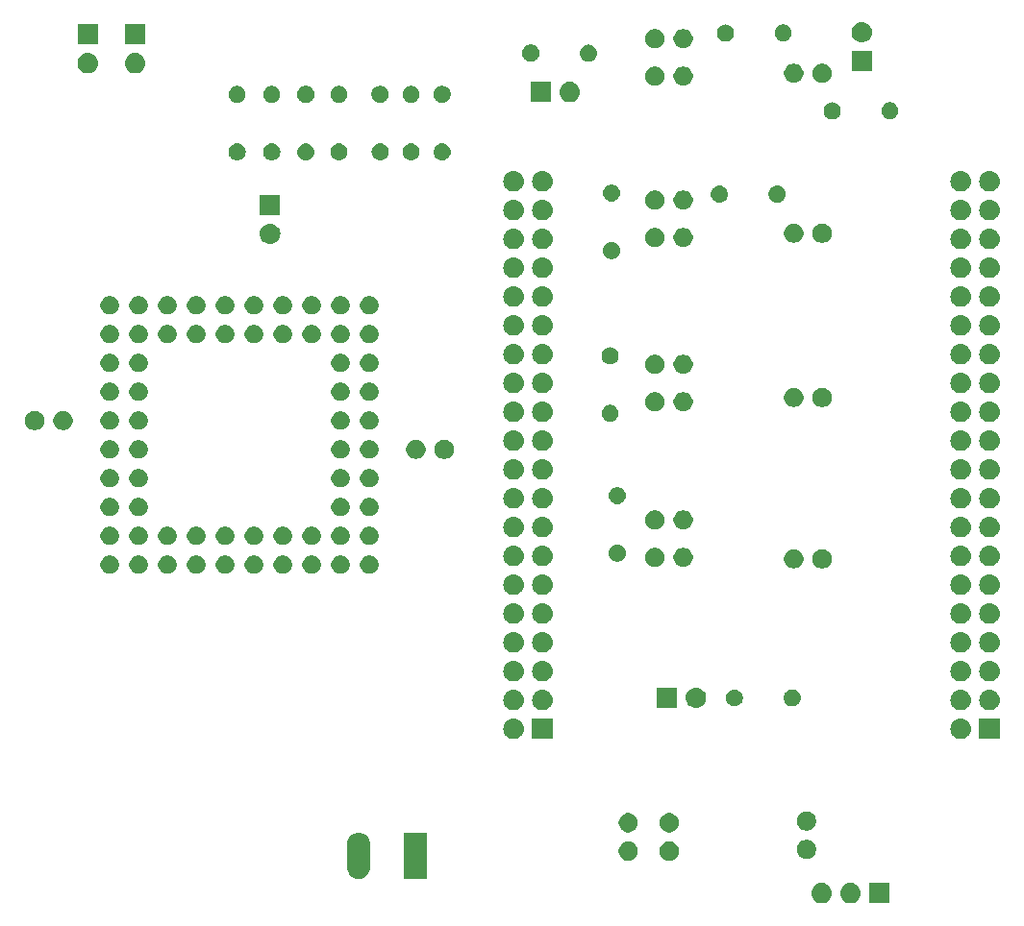
<source format=gbr>
G04 #@! TF.GenerationSoftware,KiCad,Pcbnew,(5.1.4)-1*
G04 #@! TF.CreationDate,2019-09-26T19:24:03+02:00*
G04 #@! TF.ProjectId,Konami-2_DE10Nano_adapter_V1_2,4b6f6e61-6d69-42d3-925f-444531304e61,1.1*
G04 #@! TF.SameCoordinates,Original*
G04 #@! TF.FileFunction,Soldermask,Bot*
G04 #@! TF.FilePolarity,Negative*
%FSLAX46Y46*%
G04 Gerber Fmt 4.6, Leading zero omitted, Abs format (unit mm)*
G04 Created by KiCad (PCBNEW (5.1.4)-1) date 2019-09-26 19:24:03*
%MOMM*%
%LPD*%
G04 APERTURE LIST*
%ADD10C,0.100000*%
G04 APERTURE END LIST*
D10*
G36*
X238311642Y-123057518D02*
G01*
X238377827Y-123064037D01*
X238547666Y-123115557D01*
X238704191Y-123199222D01*
X238739929Y-123228552D01*
X238841386Y-123311814D01*
X238924648Y-123413271D01*
X238953978Y-123449009D01*
X239037643Y-123605534D01*
X239089163Y-123775373D01*
X239106559Y-123952000D01*
X239089163Y-124128627D01*
X239037643Y-124298466D01*
X238953978Y-124454991D01*
X238924648Y-124490729D01*
X238841386Y-124592186D01*
X238739929Y-124675448D01*
X238704191Y-124704778D01*
X238547666Y-124788443D01*
X238377827Y-124839963D01*
X238311642Y-124846482D01*
X238245460Y-124853000D01*
X238156940Y-124853000D01*
X238090758Y-124846482D01*
X238024573Y-124839963D01*
X237854734Y-124788443D01*
X237698209Y-124704778D01*
X237662471Y-124675448D01*
X237561014Y-124592186D01*
X237477752Y-124490729D01*
X237448422Y-124454991D01*
X237364757Y-124298466D01*
X237313237Y-124128627D01*
X237295841Y-123952000D01*
X237313237Y-123775373D01*
X237364757Y-123605534D01*
X237448422Y-123449009D01*
X237477752Y-123413271D01*
X237561014Y-123311814D01*
X237662471Y-123228552D01*
X237698209Y-123199222D01*
X237854734Y-123115557D01*
X238024573Y-123064037D01*
X238090758Y-123057518D01*
X238156940Y-123051000D01*
X238245460Y-123051000D01*
X238311642Y-123057518D01*
X238311642Y-123057518D01*
G37*
G36*
X240851642Y-123057518D02*
G01*
X240917827Y-123064037D01*
X241087666Y-123115557D01*
X241244191Y-123199222D01*
X241279929Y-123228552D01*
X241381386Y-123311814D01*
X241464648Y-123413271D01*
X241493978Y-123449009D01*
X241577643Y-123605534D01*
X241629163Y-123775373D01*
X241646559Y-123952000D01*
X241629163Y-124128627D01*
X241577643Y-124298466D01*
X241493978Y-124454991D01*
X241464648Y-124490729D01*
X241381386Y-124592186D01*
X241279929Y-124675448D01*
X241244191Y-124704778D01*
X241087666Y-124788443D01*
X240917827Y-124839963D01*
X240851642Y-124846482D01*
X240785460Y-124853000D01*
X240696940Y-124853000D01*
X240630758Y-124846482D01*
X240564573Y-124839963D01*
X240394734Y-124788443D01*
X240238209Y-124704778D01*
X240202471Y-124675448D01*
X240101014Y-124592186D01*
X240017752Y-124490729D01*
X239988422Y-124454991D01*
X239904757Y-124298466D01*
X239853237Y-124128627D01*
X239835841Y-123952000D01*
X239853237Y-123775373D01*
X239904757Y-123605534D01*
X239988422Y-123449009D01*
X240017752Y-123413271D01*
X240101014Y-123311814D01*
X240202471Y-123228552D01*
X240238209Y-123199222D01*
X240394734Y-123115557D01*
X240564573Y-123064037D01*
X240630758Y-123057518D01*
X240696940Y-123051000D01*
X240785460Y-123051000D01*
X240851642Y-123057518D01*
X240851642Y-123057518D01*
G37*
G36*
X244182200Y-124853000D02*
G01*
X242380200Y-124853000D01*
X242380200Y-123051000D01*
X244182200Y-123051000D01*
X244182200Y-124853000D01*
X244182200Y-124853000D01*
G37*
G36*
X197642072Y-118634063D02*
G01*
X197838301Y-118693589D01*
X197838303Y-118693590D01*
X198019145Y-118790252D01*
X198177660Y-118920340D01*
X198307747Y-119078854D01*
X198404411Y-119259699D01*
X198463937Y-119455928D01*
X198479000Y-119608868D01*
X198479000Y-121691132D01*
X198463937Y-121844072D01*
X198404411Y-122040300D01*
X198404410Y-122040303D01*
X198307748Y-122221145D01*
X198177660Y-122379660D01*
X198060437Y-122475860D01*
X198019146Y-122509747D01*
X197838300Y-122606411D01*
X197642071Y-122665937D01*
X197438000Y-122686036D01*
X197233928Y-122665937D01*
X197037699Y-122606411D01*
X197037697Y-122606410D01*
X196856855Y-122509748D01*
X196698340Y-122379660D01*
X196602140Y-122262437D01*
X196568253Y-122221146D01*
X196471589Y-122040300D01*
X196412063Y-121844071D01*
X196397000Y-121691131D01*
X196397001Y-119608868D01*
X196412064Y-119455928D01*
X196471590Y-119259699D01*
X196568254Y-119078854D01*
X196698341Y-118920340D01*
X196856856Y-118790252D01*
X197037698Y-118693590D01*
X197037700Y-118693589D01*
X197233929Y-118634063D01*
X197438000Y-118613964D01*
X197642072Y-118634063D01*
X197642072Y-118634063D01*
G37*
G36*
X203479000Y-122681000D02*
G01*
X201397000Y-122681000D01*
X201397000Y-118619000D01*
X203479000Y-118619000D01*
X203479000Y-122681000D01*
X203479000Y-122681000D01*
G37*
G36*
X221431428Y-119425303D02*
G01*
X221586300Y-119489453D01*
X221725681Y-119582585D01*
X221844215Y-119701119D01*
X221937347Y-119840500D01*
X222001497Y-119995372D01*
X222034200Y-120159784D01*
X222034200Y-120327416D01*
X222001497Y-120491828D01*
X221937347Y-120646700D01*
X221844215Y-120786081D01*
X221725681Y-120904615D01*
X221586300Y-120997747D01*
X221431428Y-121061897D01*
X221267016Y-121094600D01*
X221099384Y-121094600D01*
X220934972Y-121061897D01*
X220780100Y-120997747D01*
X220640719Y-120904615D01*
X220522185Y-120786081D01*
X220429053Y-120646700D01*
X220364903Y-120491828D01*
X220332200Y-120327416D01*
X220332200Y-120159784D01*
X220364903Y-119995372D01*
X220429053Y-119840500D01*
X220522185Y-119701119D01*
X220640719Y-119582585D01*
X220780100Y-119489453D01*
X220934972Y-119425303D01*
X221099384Y-119392600D01*
X221267016Y-119392600D01*
X221431428Y-119425303D01*
X221431428Y-119425303D01*
G37*
G36*
X225038228Y-119425303D02*
G01*
X225193100Y-119489453D01*
X225332481Y-119582585D01*
X225451015Y-119701119D01*
X225544147Y-119840500D01*
X225608297Y-119995372D01*
X225641000Y-120159784D01*
X225641000Y-120327416D01*
X225608297Y-120491828D01*
X225544147Y-120646700D01*
X225451015Y-120786081D01*
X225332481Y-120904615D01*
X225193100Y-120997747D01*
X225038228Y-121061897D01*
X224873816Y-121094600D01*
X224706184Y-121094600D01*
X224541772Y-121061897D01*
X224386900Y-120997747D01*
X224247519Y-120904615D01*
X224128985Y-120786081D01*
X224035853Y-120646700D01*
X223971703Y-120491828D01*
X223939000Y-120327416D01*
X223939000Y-120159784D01*
X223971703Y-119995372D01*
X224035853Y-119840500D01*
X224128985Y-119701119D01*
X224247519Y-119582585D01*
X224386900Y-119489453D01*
X224541772Y-119425303D01*
X224706184Y-119392600D01*
X224873816Y-119392600D01*
X225038228Y-119425303D01*
X225038228Y-119425303D01*
G37*
G36*
X237128628Y-119272903D02*
G01*
X237283500Y-119337053D01*
X237422881Y-119430185D01*
X237541415Y-119548719D01*
X237634547Y-119688100D01*
X237698697Y-119842972D01*
X237731400Y-120007384D01*
X237731400Y-120175016D01*
X237698697Y-120339428D01*
X237634547Y-120494300D01*
X237541415Y-120633681D01*
X237422881Y-120752215D01*
X237283500Y-120845347D01*
X237128628Y-120909497D01*
X236964216Y-120942200D01*
X236796584Y-120942200D01*
X236632172Y-120909497D01*
X236477300Y-120845347D01*
X236337919Y-120752215D01*
X236219385Y-120633681D01*
X236126253Y-120494300D01*
X236062103Y-120339428D01*
X236029400Y-120175016D01*
X236029400Y-120007384D01*
X236062103Y-119842972D01*
X236126253Y-119688100D01*
X236219385Y-119548719D01*
X236337919Y-119430185D01*
X236477300Y-119337053D01*
X236632172Y-119272903D01*
X236796584Y-119240200D01*
X236964216Y-119240200D01*
X237128628Y-119272903D01*
X237128628Y-119272903D01*
G37*
G36*
X225038228Y-116925303D02*
G01*
X225193100Y-116989453D01*
X225332481Y-117082585D01*
X225451015Y-117201119D01*
X225544147Y-117340500D01*
X225608297Y-117495372D01*
X225641000Y-117659784D01*
X225641000Y-117827416D01*
X225608297Y-117991828D01*
X225544147Y-118146700D01*
X225451015Y-118286081D01*
X225332481Y-118404615D01*
X225193100Y-118497747D01*
X225038228Y-118561897D01*
X224873816Y-118594600D01*
X224706184Y-118594600D01*
X224541772Y-118561897D01*
X224386900Y-118497747D01*
X224247519Y-118404615D01*
X224128985Y-118286081D01*
X224035853Y-118146700D01*
X223971703Y-117991828D01*
X223939000Y-117827416D01*
X223939000Y-117659784D01*
X223971703Y-117495372D01*
X224035853Y-117340500D01*
X224128985Y-117201119D01*
X224247519Y-117082585D01*
X224386900Y-116989453D01*
X224541772Y-116925303D01*
X224706184Y-116892600D01*
X224873816Y-116892600D01*
X225038228Y-116925303D01*
X225038228Y-116925303D01*
G37*
G36*
X221431428Y-116925303D02*
G01*
X221586300Y-116989453D01*
X221725681Y-117082585D01*
X221844215Y-117201119D01*
X221937347Y-117340500D01*
X222001497Y-117495372D01*
X222034200Y-117659784D01*
X222034200Y-117827416D01*
X222001497Y-117991828D01*
X221937347Y-118146700D01*
X221844215Y-118286081D01*
X221725681Y-118404615D01*
X221586300Y-118497747D01*
X221431428Y-118561897D01*
X221267016Y-118594600D01*
X221099384Y-118594600D01*
X220934972Y-118561897D01*
X220780100Y-118497747D01*
X220640719Y-118404615D01*
X220522185Y-118286081D01*
X220429053Y-118146700D01*
X220364903Y-117991828D01*
X220332200Y-117827416D01*
X220332200Y-117659784D01*
X220364903Y-117495372D01*
X220429053Y-117340500D01*
X220522185Y-117201119D01*
X220640719Y-117082585D01*
X220780100Y-116989453D01*
X220934972Y-116925303D01*
X221099384Y-116892600D01*
X221267016Y-116892600D01*
X221431428Y-116925303D01*
X221431428Y-116925303D01*
G37*
G36*
X237128628Y-116772903D02*
G01*
X237283500Y-116837053D01*
X237422881Y-116930185D01*
X237541415Y-117048719D01*
X237634547Y-117188100D01*
X237698697Y-117342972D01*
X237731400Y-117507384D01*
X237731400Y-117675016D01*
X237698697Y-117839428D01*
X237634547Y-117994300D01*
X237541415Y-118133681D01*
X237422881Y-118252215D01*
X237283500Y-118345347D01*
X237128628Y-118409497D01*
X236964216Y-118442200D01*
X236796584Y-118442200D01*
X236632172Y-118409497D01*
X236477300Y-118345347D01*
X236337919Y-118252215D01*
X236219385Y-118133681D01*
X236126253Y-117994300D01*
X236062103Y-117839428D01*
X236029400Y-117675016D01*
X236029400Y-117507384D01*
X236062103Y-117342972D01*
X236126253Y-117188100D01*
X236219385Y-117048719D01*
X236337919Y-116930185D01*
X236477300Y-116837053D01*
X236632172Y-116772903D01*
X236796584Y-116740200D01*
X236964216Y-116740200D01*
X237128628Y-116772903D01*
X237128628Y-116772903D01*
G37*
G36*
X250554442Y-108579518D02*
G01*
X250620627Y-108586037D01*
X250790466Y-108637557D01*
X250946991Y-108721222D01*
X250982729Y-108750552D01*
X251084186Y-108833814D01*
X251167448Y-108935271D01*
X251196778Y-108971009D01*
X251280443Y-109127534D01*
X251331963Y-109297373D01*
X251349359Y-109474000D01*
X251331963Y-109650627D01*
X251280443Y-109820466D01*
X251196778Y-109976991D01*
X251167448Y-110012729D01*
X251084186Y-110114186D01*
X250982729Y-110197448D01*
X250946991Y-110226778D01*
X250790466Y-110310443D01*
X250620627Y-110361963D01*
X250554442Y-110368482D01*
X250488260Y-110375000D01*
X250399740Y-110375000D01*
X250333558Y-110368482D01*
X250267373Y-110361963D01*
X250097534Y-110310443D01*
X249941009Y-110226778D01*
X249905271Y-110197448D01*
X249803814Y-110114186D01*
X249720552Y-110012729D01*
X249691222Y-109976991D01*
X249607557Y-109820466D01*
X249556037Y-109650627D01*
X249538641Y-109474000D01*
X249556037Y-109297373D01*
X249607557Y-109127534D01*
X249691222Y-108971009D01*
X249720552Y-108935271D01*
X249803814Y-108833814D01*
X249905271Y-108750552D01*
X249941009Y-108721222D01*
X250097534Y-108637557D01*
X250267373Y-108586037D01*
X250333558Y-108579518D01*
X250399740Y-108573000D01*
X250488260Y-108573000D01*
X250554442Y-108579518D01*
X250554442Y-108579518D01*
G37*
G36*
X211184442Y-108579518D02*
G01*
X211250627Y-108586037D01*
X211420466Y-108637557D01*
X211576991Y-108721222D01*
X211612729Y-108750552D01*
X211714186Y-108833814D01*
X211797448Y-108935271D01*
X211826778Y-108971009D01*
X211910443Y-109127534D01*
X211961963Y-109297373D01*
X211979359Y-109474000D01*
X211961963Y-109650627D01*
X211910443Y-109820466D01*
X211826778Y-109976991D01*
X211797448Y-110012729D01*
X211714186Y-110114186D01*
X211612729Y-110197448D01*
X211576991Y-110226778D01*
X211420466Y-110310443D01*
X211250627Y-110361963D01*
X211184442Y-110368482D01*
X211118260Y-110375000D01*
X211029740Y-110375000D01*
X210963558Y-110368482D01*
X210897373Y-110361963D01*
X210727534Y-110310443D01*
X210571009Y-110226778D01*
X210535271Y-110197448D01*
X210433814Y-110114186D01*
X210350552Y-110012729D01*
X210321222Y-109976991D01*
X210237557Y-109820466D01*
X210186037Y-109650627D01*
X210168641Y-109474000D01*
X210186037Y-109297373D01*
X210237557Y-109127534D01*
X210321222Y-108971009D01*
X210350552Y-108935271D01*
X210433814Y-108833814D01*
X210535271Y-108750552D01*
X210571009Y-108721222D01*
X210727534Y-108637557D01*
X210897373Y-108586037D01*
X210963558Y-108579518D01*
X211029740Y-108573000D01*
X211118260Y-108573000D01*
X211184442Y-108579518D01*
X211184442Y-108579518D01*
G37*
G36*
X214515000Y-110375000D02*
G01*
X212713000Y-110375000D01*
X212713000Y-108573000D01*
X214515000Y-108573000D01*
X214515000Y-110375000D01*
X214515000Y-110375000D01*
G37*
G36*
X253885000Y-110375000D02*
G01*
X252083000Y-110375000D01*
X252083000Y-108573000D01*
X253885000Y-108573000D01*
X253885000Y-110375000D01*
X253885000Y-110375000D01*
G37*
G36*
X211184443Y-106039519D02*
G01*
X211250627Y-106046037D01*
X211420466Y-106097557D01*
X211576991Y-106181222D01*
X211612729Y-106210552D01*
X211714186Y-106293814D01*
X211780868Y-106375068D01*
X211826778Y-106431009D01*
X211826779Y-106431011D01*
X211908329Y-106583578D01*
X211910443Y-106587534D01*
X211961963Y-106757373D01*
X211979359Y-106934000D01*
X211961963Y-107110627D01*
X211910443Y-107280466D01*
X211826778Y-107436991D01*
X211813689Y-107452940D01*
X211714186Y-107574186D01*
X211612729Y-107657448D01*
X211576991Y-107686778D01*
X211420466Y-107770443D01*
X211250627Y-107821963D01*
X211184443Y-107828481D01*
X211118260Y-107835000D01*
X211029740Y-107835000D01*
X210963557Y-107828481D01*
X210897373Y-107821963D01*
X210727534Y-107770443D01*
X210571009Y-107686778D01*
X210535271Y-107657448D01*
X210433814Y-107574186D01*
X210334311Y-107452940D01*
X210321222Y-107436991D01*
X210237557Y-107280466D01*
X210186037Y-107110627D01*
X210168641Y-106934000D01*
X210186037Y-106757373D01*
X210237557Y-106587534D01*
X210239672Y-106583578D01*
X210321221Y-106431011D01*
X210321222Y-106431009D01*
X210367132Y-106375068D01*
X210433814Y-106293814D01*
X210535271Y-106210552D01*
X210571009Y-106181222D01*
X210727534Y-106097557D01*
X210897373Y-106046037D01*
X210963557Y-106039519D01*
X211029740Y-106033000D01*
X211118260Y-106033000D01*
X211184443Y-106039519D01*
X211184443Y-106039519D01*
G37*
G36*
X253094443Y-106039519D02*
G01*
X253160627Y-106046037D01*
X253330466Y-106097557D01*
X253486991Y-106181222D01*
X253522729Y-106210552D01*
X253624186Y-106293814D01*
X253690868Y-106375068D01*
X253736778Y-106431009D01*
X253736779Y-106431011D01*
X253818329Y-106583578D01*
X253820443Y-106587534D01*
X253871963Y-106757373D01*
X253889359Y-106934000D01*
X253871963Y-107110627D01*
X253820443Y-107280466D01*
X253736778Y-107436991D01*
X253723689Y-107452940D01*
X253624186Y-107574186D01*
X253522729Y-107657448D01*
X253486991Y-107686778D01*
X253330466Y-107770443D01*
X253160627Y-107821963D01*
X253094443Y-107828481D01*
X253028260Y-107835000D01*
X252939740Y-107835000D01*
X252873557Y-107828481D01*
X252807373Y-107821963D01*
X252637534Y-107770443D01*
X252481009Y-107686778D01*
X252445271Y-107657448D01*
X252343814Y-107574186D01*
X252244311Y-107452940D01*
X252231222Y-107436991D01*
X252147557Y-107280466D01*
X252096037Y-107110627D01*
X252078641Y-106934000D01*
X252096037Y-106757373D01*
X252147557Y-106587534D01*
X252149672Y-106583578D01*
X252231221Y-106431011D01*
X252231222Y-106431009D01*
X252277132Y-106375068D01*
X252343814Y-106293814D01*
X252445271Y-106210552D01*
X252481009Y-106181222D01*
X252637534Y-106097557D01*
X252807373Y-106046037D01*
X252873557Y-106039519D01*
X252939740Y-106033000D01*
X253028260Y-106033000D01*
X253094443Y-106039519D01*
X253094443Y-106039519D01*
G37*
G36*
X213724443Y-106039519D02*
G01*
X213790627Y-106046037D01*
X213960466Y-106097557D01*
X214116991Y-106181222D01*
X214152729Y-106210552D01*
X214254186Y-106293814D01*
X214320868Y-106375068D01*
X214366778Y-106431009D01*
X214366779Y-106431011D01*
X214448329Y-106583578D01*
X214450443Y-106587534D01*
X214501963Y-106757373D01*
X214519359Y-106934000D01*
X214501963Y-107110627D01*
X214450443Y-107280466D01*
X214366778Y-107436991D01*
X214353689Y-107452940D01*
X214254186Y-107574186D01*
X214152729Y-107657448D01*
X214116991Y-107686778D01*
X213960466Y-107770443D01*
X213790627Y-107821963D01*
X213724443Y-107828481D01*
X213658260Y-107835000D01*
X213569740Y-107835000D01*
X213503557Y-107828481D01*
X213437373Y-107821963D01*
X213267534Y-107770443D01*
X213111009Y-107686778D01*
X213075271Y-107657448D01*
X212973814Y-107574186D01*
X212874311Y-107452940D01*
X212861222Y-107436991D01*
X212777557Y-107280466D01*
X212726037Y-107110627D01*
X212708641Y-106934000D01*
X212726037Y-106757373D01*
X212777557Y-106587534D01*
X212779672Y-106583578D01*
X212861221Y-106431011D01*
X212861222Y-106431009D01*
X212907132Y-106375068D01*
X212973814Y-106293814D01*
X213075271Y-106210552D01*
X213111009Y-106181222D01*
X213267534Y-106097557D01*
X213437373Y-106046037D01*
X213503557Y-106039519D01*
X213569740Y-106033000D01*
X213658260Y-106033000D01*
X213724443Y-106039519D01*
X213724443Y-106039519D01*
G37*
G36*
X250554443Y-106039519D02*
G01*
X250620627Y-106046037D01*
X250790466Y-106097557D01*
X250946991Y-106181222D01*
X250982729Y-106210552D01*
X251084186Y-106293814D01*
X251150868Y-106375068D01*
X251196778Y-106431009D01*
X251196779Y-106431011D01*
X251278329Y-106583578D01*
X251280443Y-106587534D01*
X251331963Y-106757373D01*
X251349359Y-106934000D01*
X251331963Y-107110627D01*
X251280443Y-107280466D01*
X251196778Y-107436991D01*
X251183689Y-107452940D01*
X251084186Y-107574186D01*
X250982729Y-107657448D01*
X250946991Y-107686778D01*
X250790466Y-107770443D01*
X250620627Y-107821963D01*
X250554443Y-107828481D01*
X250488260Y-107835000D01*
X250399740Y-107835000D01*
X250333557Y-107828481D01*
X250267373Y-107821963D01*
X250097534Y-107770443D01*
X249941009Y-107686778D01*
X249905271Y-107657448D01*
X249803814Y-107574186D01*
X249704311Y-107452940D01*
X249691222Y-107436991D01*
X249607557Y-107280466D01*
X249556037Y-107110627D01*
X249538641Y-106934000D01*
X249556037Y-106757373D01*
X249607557Y-106587534D01*
X249609672Y-106583578D01*
X249691221Y-106431011D01*
X249691222Y-106431009D01*
X249737132Y-106375068D01*
X249803814Y-106293814D01*
X249905271Y-106210552D01*
X249941009Y-106181222D01*
X250097534Y-106097557D01*
X250267373Y-106046037D01*
X250333557Y-106039519D01*
X250399740Y-106033000D01*
X250488260Y-106033000D01*
X250554443Y-106039519D01*
X250554443Y-106039519D01*
G37*
G36*
X225487800Y-107631800D02*
G01*
X223685800Y-107631800D01*
X223685800Y-105829800D01*
X225487800Y-105829800D01*
X225487800Y-107631800D01*
X225487800Y-107631800D01*
G37*
G36*
X227237242Y-105836318D02*
G01*
X227303427Y-105842837D01*
X227473266Y-105894357D01*
X227629791Y-105978022D01*
X227665529Y-106007352D01*
X227766986Y-106090614D01*
X227841344Y-106181221D01*
X227879578Y-106227809D01*
X227963243Y-106384334D01*
X228014763Y-106554173D01*
X228032159Y-106730800D01*
X228014763Y-106907427D01*
X227963243Y-107077266D01*
X227879578Y-107233791D01*
X227854453Y-107264406D01*
X227766986Y-107370986D01*
X227686557Y-107436991D01*
X227629791Y-107483578D01*
X227473266Y-107567243D01*
X227303427Y-107618763D01*
X227237243Y-107625281D01*
X227171060Y-107631800D01*
X227082540Y-107631800D01*
X227016357Y-107625281D01*
X226950173Y-107618763D01*
X226780334Y-107567243D01*
X226623809Y-107483578D01*
X226567043Y-107436991D01*
X226486614Y-107370986D01*
X226399147Y-107264406D01*
X226374022Y-107233791D01*
X226290357Y-107077266D01*
X226238837Y-106907427D01*
X226221441Y-106730800D01*
X226238837Y-106554173D01*
X226290357Y-106384334D01*
X226374022Y-106227809D01*
X226412256Y-106181221D01*
X226486614Y-106090614D01*
X226588071Y-106007352D01*
X226623809Y-105978022D01*
X226780334Y-105894357D01*
X226950173Y-105842837D01*
X227016358Y-105836318D01*
X227082540Y-105829800D01*
X227171060Y-105829800D01*
X227237242Y-105836318D01*
X227237242Y-105836318D01*
G37*
G36*
X235684065Y-105983422D02*
G01*
X235757622Y-105990667D01*
X235899186Y-106033610D01*
X236029652Y-106103346D01*
X236059440Y-106127792D01*
X236144007Y-106197193D01*
X236213408Y-106281760D01*
X236237854Y-106311548D01*
X236307590Y-106442014D01*
X236350533Y-106583578D01*
X236365033Y-106730800D01*
X236350533Y-106878022D01*
X236307590Y-107019586D01*
X236237854Y-107150052D01*
X236213408Y-107179840D01*
X236144007Y-107264407D01*
X236083404Y-107314141D01*
X236029652Y-107358254D01*
X235899186Y-107427990D01*
X235757622Y-107470933D01*
X235684065Y-107478178D01*
X235647288Y-107481800D01*
X235573512Y-107481800D01*
X235536735Y-107478178D01*
X235463178Y-107470933D01*
X235321614Y-107427990D01*
X235191148Y-107358254D01*
X235137396Y-107314141D01*
X235076793Y-107264407D01*
X235007392Y-107179840D01*
X234982946Y-107150052D01*
X234913210Y-107019586D01*
X234870267Y-106878022D01*
X234855767Y-106730800D01*
X234870267Y-106583578D01*
X234913210Y-106442014D01*
X234982946Y-106311548D01*
X235007392Y-106281760D01*
X235076793Y-106197193D01*
X235161360Y-106127792D01*
X235191148Y-106103346D01*
X235321614Y-106033610D01*
X235463178Y-105990667D01*
X235536735Y-105983422D01*
X235573512Y-105979800D01*
X235647288Y-105979800D01*
X235684065Y-105983422D01*
X235684065Y-105983422D01*
G37*
G36*
X230749459Y-106008660D02*
G01*
X230809694Y-106033610D01*
X230886132Y-106065272D01*
X231009135Y-106147460D01*
X231113740Y-106252065D01*
X231195928Y-106375068D01*
X231195929Y-106375070D01*
X231252540Y-106511741D01*
X231281400Y-106656832D01*
X231281400Y-106804768D01*
X231252540Y-106949859D01*
X231195928Y-107086532D01*
X231113740Y-107209535D01*
X231009135Y-107314140D01*
X230886132Y-107396328D01*
X230886131Y-107396329D01*
X230886130Y-107396329D01*
X230749459Y-107452940D01*
X230604368Y-107481800D01*
X230456432Y-107481800D01*
X230311341Y-107452940D01*
X230174670Y-107396329D01*
X230174669Y-107396329D01*
X230174668Y-107396328D01*
X230051665Y-107314140D01*
X229947060Y-107209535D01*
X229864872Y-107086532D01*
X229808260Y-106949859D01*
X229779400Y-106804768D01*
X229779400Y-106656832D01*
X229808260Y-106511741D01*
X229864871Y-106375070D01*
X229864872Y-106375068D01*
X229947060Y-106252065D01*
X230051665Y-106147460D01*
X230174668Y-106065272D01*
X230251107Y-106033610D01*
X230311341Y-106008660D01*
X230456432Y-105979800D01*
X230604368Y-105979800D01*
X230749459Y-106008660D01*
X230749459Y-106008660D01*
G37*
G36*
X253094442Y-103499518D02*
G01*
X253160627Y-103506037D01*
X253330466Y-103557557D01*
X253486991Y-103641222D01*
X253522729Y-103670552D01*
X253624186Y-103753814D01*
X253707448Y-103855271D01*
X253736778Y-103891009D01*
X253820443Y-104047534D01*
X253871963Y-104217373D01*
X253889359Y-104394000D01*
X253871963Y-104570627D01*
X253820443Y-104740466D01*
X253736778Y-104896991D01*
X253707448Y-104932729D01*
X253624186Y-105034186D01*
X253522729Y-105117448D01*
X253486991Y-105146778D01*
X253330466Y-105230443D01*
X253160627Y-105281963D01*
X253094443Y-105288481D01*
X253028260Y-105295000D01*
X252939740Y-105295000D01*
X252873558Y-105288482D01*
X252807373Y-105281963D01*
X252637534Y-105230443D01*
X252481009Y-105146778D01*
X252445271Y-105117448D01*
X252343814Y-105034186D01*
X252260552Y-104932729D01*
X252231222Y-104896991D01*
X252147557Y-104740466D01*
X252096037Y-104570627D01*
X252078641Y-104394000D01*
X252096037Y-104217373D01*
X252147557Y-104047534D01*
X252231222Y-103891009D01*
X252260552Y-103855271D01*
X252343814Y-103753814D01*
X252445271Y-103670552D01*
X252481009Y-103641222D01*
X252637534Y-103557557D01*
X252807373Y-103506037D01*
X252873557Y-103499519D01*
X252939740Y-103493000D01*
X253028260Y-103493000D01*
X253094442Y-103499518D01*
X253094442Y-103499518D01*
G37*
G36*
X250554442Y-103499518D02*
G01*
X250620627Y-103506037D01*
X250790466Y-103557557D01*
X250946991Y-103641222D01*
X250982729Y-103670552D01*
X251084186Y-103753814D01*
X251167448Y-103855271D01*
X251196778Y-103891009D01*
X251280443Y-104047534D01*
X251331963Y-104217373D01*
X251349359Y-104394000D01*
X251331963Y-104570627D01*
X251280443Y-104740466D01*
X251196778Y-104896991D01*
X251167448Y-104932729D01*
X251084186Y-105034186D01*
X250982729Y-105117448D01*
X250946991Y-105146778D01*
X250790466Y-105230443D01*
X250620627Y-105281963D01*
X250554443Y-105288481D01*
X250488260Y-105295000D01*
X250399740Y-105295000D01*
X250333558Y-105288482D01*
X250267373Y-105281963D01*
X250097534Y-105230443D01*
X249941009Y-105146778D01*
X249905271Y-105117448D01*
X249803814Y-105034186D01*
X249720552Y-104932729D01*
X249691222Y-104896991D01*
X249607557Y-104740466D01*
X249556037Y-104570627D01*
X249538641Y-104394000D01*
X249556037Y-104217373D01*
X249607557Y-104047534D01*
X249691222Y-103891009D01*
X249720552Y-103855271D01*
X249803814Y-103753814D01*
X249905271Y-103670552D01*
X249941009Y-103641222D01*
X250097534Y-103557557D01*
X250267373Y-103506037D01*
X250333557Y-103499519D01*
X250399740Y-103493000D01*
X250488260Y-103493000D01*
X250554442Y-103499518D01*
X250554442Y-103499518D01*
G37*
G36*
X213724442Y-103499518D02*
G01*
X213790627Y-103506037D01*
X213960466Y-103557557D01*
X214116991Y-103641222D01*
X214152729Y-103670552D01*
X214254186Y-103753814D01*
X214337448Y-103855271D01*
X214366778Y-103891009D01*
X214450443Y-104047534D01*
X214501963Y-104217373D01*
X214519359Y-104394000D01*
X214501963Y-104570627D01*
X214450443Y-104740466D01*
X214366778Y-104896991D01*
X214337448Y-104932729D01*
X214254186Y-105034186D01*
X214152729Y-105117448D01*
X214116991Y-105146778D01*
X213960466Y-105230443D01*
X213790627Y-105281963D01*
X213724443Y-105288481D01*
X213658260Y-105295000D01*
X213569740Y-105295000D01*
X213503558Y-105288482D01*
X213437373Y-105281963D01*
X213267534Y-105230443D01*
X213111009Y-105146778D01*
X213075271Y-105117448D01*
X212973814Y-105034186D01*
X212890552Y-104932729D01*
X212861222Y-104896991D01*
X212777557Y-104740466D01*
X212726037Y-104570627D01*
X212708641Y-104394000D01*
X212726037Y-104217373D01*
X212777557Y-104047534D01*
X212861222Y-103891009D01*
X212890552Y-103855271D01*
X212973814Y-103753814D01*
X213075271Y-103670552D01*
X213111009Y-103641222D01*
X213267534Y-103557557D01*
X213437373Y-103506037D01*
X213503557Y-103499519D01*
X213569740Y-103493000D01*
X213658260Y-103493000D01*
X213724442Y-103499518D01*
X213724442Y-103499518D01*
G37*
G36*
X211184442Y-103499518D02*
G01*
X211250627Y-103506037D01*
X211420466Y-103557557D01*
X211576991Y-103641222D01*
X211612729Y-103670552D01*
X211714186Y-103753814D01*
X211797448Y-103855271D01*
X211826778Y-103891009D01*
X211910443Y-104047534D01*
X211961963Y-104217373D01*
X211979359Y-104394000D01*
X211961963Y-104570627D01*
X211910443Y-104740466D01*
X211826778Y-104896991D01*
X211797448Y-104932729D01*
X211714186Y-105034186D01*
X211612729Y-105117448D01*
X211576991Y-105146778D01*
X211420466Y-105230443D01*
X211250627Y-105281963D01*
X211184443Y-105288481D01*
X211118260Y-105295000D01*
X211029740Y-105295000D01*
X210963558Y-105288482D01*
X210897373Y-105281963D01*
X210727534Y-105230443D01*
X210571009Y-105146778D01*
X210535271Y-105117448D01*
X210433814Y-105034186D01*
X210350552Y-104932729D01*
X210321222Y-104896991D01*
X210237557Y-104740466D01*
X210186037Y-104570627D01*
X210168641Y-104394000D01*
X210186037Y-104217373D01*
X210237557Y-104047534D01*
X210321222Y-103891009D01*
X210350552Y-103855271D01*
X210433814Y-103753814D01*
X210535271Y-103670552D01*
X210571009Y-103641222D01*
X210727534Y-103557557D01*
X210897373Y-103506037D01*
X210963557Y-103499519D01*
X211029740Y-103493000D01*
X211118260Y-103493000D01*
X211184442Y-103499518D01*
X211184442Y-103499518D01*
G37*
G36*
X211184443Y-100959519D02*
G01*
X211250627Y-100966037D01*
X211420466Y-101017557D01*
X211576991Y-101101222D01*
X211612729Y-101130552D01*
X211714186Y-101213814D01*
X211797448Y-101315271D01*
X211826778Y-101351009D01*
X211910443Y-101507534D01*
X211961963Y-101677373D01*
X211979359Y-101854000D01*
X211961963Y-102030627D01*
X211910443Y-102200466D01*
X211826778Y-102356991D01*
X211797448Y-102392729D01*
X211714186Y-102494186D01*
X211612729Y-102577448D01*
X211576991Y-102606778D01*
X211420466Y-102690443D01*
X211250627Y-102741963D01*
X211184442Y-102748482D01*
X211118260Y-102755000D01*
X211029740Y-102755000D01*
X210963557Y-102748481D01*
X210897373Y-102741963D01*
X210727534Y-102690443D01*
X210571009Y-102606778D01*
X210535271Y-102577448D01*
X210433814Y-102494186D01*
X210350552Y-102392729D01*
X210321222Y-102356991D01*
X210237557Y-102200466D01*
X210186037Y-102030627D01*
X210168641Y-101854000D01*
X210186037Y-101677373D01*
X210237557Y-101507534D01*
X210321222Y-101351009D01*
X210350552Y-101315271D01*
X210433814Y-101213814D01*
X210535271Y-101130552D01*
X210571009Y-101101222D01*
X210727534Y-101017557D01*
X210897373Y-100966037D01*
X210963558Y-100959518D01*
X211029740Y-100953000D01*
X211118260Y-100953000D01*
X211184443Y-100959519D01*
X211184443Y-100959519D01*
G37*
G36*
X250554443Y-100959519D02*
G01*
X250620627Y-100966037D01*
X250790466Y-101017557D01*
X250946991Y-101101222D01*
X250982729Y-101130552D01*
X251084186Y-101213814D01*
X251167448Y-101315271D01*
X251196778Y-101351009D01*
X251280443Y-101507534D01*
X251331963Y-101677373D01*
X251349359Y-101854000D01*
X251331963Y-102030627D01*
X251280443Y-102200466D01*
X251196778Y-102356991D01*
X251167448Y-102392729D01*
X251084186Y-102494186D01*
X250982729Y-102577448D01*
X250946991Y-102606778D01*
X250790466Y-102690443D01*
X250620627Y-102741963D01*
X250554442Y-102748482D01*
X250488260Y-102755000D01*
X250399740Y-102755000D01*
X250333557Y-102748481D01*
X250267373Y-102741963D01*
X250097534Y-102690443D01*
X249941009Y-102606778D01*
X249905271Y-102577448D01*
X249803814Y-102494186D01*
X249720552Y-102392729D01*
X249691222Y-102356991D01*
X249607557Y-102200466D01*
X249556037Y-102030627D01*
X249538641Y-101854000D01*
X249556037Y-101677373D01*
X249607557Y-101507534D01*
X249691222Y-101351009D01*
X249720552Y-101315271D01*
X249803814Y-101213814D01*
X249905271Y-101130552D01*
X249941009Y-101101222D01*
X250097534Y-101017557D01*
X250267373Y-100966037D01*
X250333558Y-100959518D01*
X250399740Y-100953000D01*
X250488260Y-100953000D01*
X250554443Y-100959519D01*
X250554443Y-100959519D01*
G37*
G36*
X253094443Y-100959519D02*
G01*
X253160627Y-100966037D01*
X253330466Y-101017557D01*
X253486991Y-101101222D01*
X253522729Y-101130552D01*
X253624186Y-101213814D01*
X253707448Y-101315271D01*
X253736778Y-101351009D01*
X253820443Y-101507534D01*
X253871963Y-101677373D01*
X253889359Y-101854000D01*
X253871963Y-102030627D01*
X253820443Y-102200466D01*
X253736778Y-102356991D01*
X253707448Y-102392729D01*
X253624186Y-102494186D01*
X253522729Y-102577448D01*
X253486991Y-102606778D01*
X253330466Y-102690443D01*
X253160627Y-102741963D01*
X253094442Y-102748482D01*
X253028260Y-102755000D01*
X252939740Y-102755000D01*
X252873557Y-102748481D01*
X252807373Y-102741963D01*
X252637534Y-102690443D01*
X252481009Y-102606778D01*
X252445271Y-102577448D01*
X252343814Y-102494186D01*
X252260552Y-102392729D01*
X252231222Y-102356991D01*
X252147557Y-102200466D01*
X252096037Y-102030627D01*
X252078641Y-101854000D01*
X252096037Y-101677373D01*
X252147557Y-101507534D01*
X252231222Y-101351009D01*
X252260552Y-101315271D01*
X252343814Y-101213814D01*
X252445271Y-101130552D01*
X252481009Y-101101222D01*
X252637534Y-101017557D01*
X252807373Y-100966037D01*
X252873558Y-100959518D01*
X252939740Y-100953000D01*
X253028260Y-100953000D01*
X253094443Y-100959519D01*
X253094443Y-100959519D01*
G37*
G36*
X213724443Y-100959519D02*
G01*
X213790627Y-100966037D01*
X213960466Y-101017557D01*
X214116991Y-101101222D01*
X214152729Y-101130552D01*
X214254186Y-101213814D01*
X214337448Y-101315271D01*
X214366778Y-101351009D01*
X214450443Y-101507534D01*
X214501963Y-101677373D01*
X214519359Y-101854000D01*
X214501963Y-102030627D01*
X214450443Y-102200466D01*
X214366778Y-102356991D01*
X214337448Y-102392729D01*
X214254186Y-102494186D01*
X214152729Y-102577448D01*
X214116991Y-102606778D01*
X213960466Y-102690443D01*
X213790627Y-102741963D01*
X213724442Y-102748482D01*
X213658260Y-102755000D01*
X213569740Y-102755000D01*
X213503557Y-102748481D01*
X213437373Y-102741963D01*
X213267534Y-102690443D01*
X213111009Y-102606778D01*
X213075271Y-102577448D01*
X212973814Y-102494186D01*
X212890552Y-102392729D01*
X212861222Y-102356991D01*
X212777557Y-102200466D01*
X212726037Y-102030627D01*
X212708641Y-101854000D01*
X212726037Y-101677373D01*
X212777557Y-101507534D01*
X212861222Y-101351009D01*
X212890552Y-101315271D01*
X212973814Y-101213814D01*
X213075271Y-101130552D01*
X213111009Y-101101222D01*
X213267534Y-101017557D01*
X213437373Y-100966037D01*
X213503558Y-100959518D01*
X213569740Y-100953000D01*
X213658260Y-100953000D01*
X213724443Y-100959519D01*
X213724443Y-100959519D01*
G37*
G36*
X253094443Y-98419519D02*
G01*
X253160627Y-98426037D01*
X253330466Y-98477557D01*
X253486991Y-98561222D01*
X253522729Y-98590552D01*
X253624186Y-98673814D01*
X253707448Y-98775271D01*
X253736778Y-98811009D01*
X253820443Y-98967534D01*
X253871963Y-99137373D01*
X253889359Y-99314000D01*
X253871963Y-99490627D01*
X253820443Y-99660466D01*
X253736778Y-99816991D01*
X253707448Y-99852729D01*
X253624186Y-99954186D01*
X253522729Y-100037448D01*
X253486991Y-100066778D01*
X253330466Y-100150443D01*
X253160627Y-100201963D01*
X253094442Y-100208482D01*
X253028260Y-100215000D01*
X252939740Y-100215000D01*
X252873558Y-100208482D01*
X252807373Y-100201963D01*
X252637534Y-100150443D01*
X252481009Y-100066778D01*
X252445271Y-100037448D01*
X252343814Y-99954186D01*
X252260552Y-99852729D01*
X252231222Y-99816991D01*
X252147557Y-99660466D01*
X252096037Y-99490627D01*
X252078641Y-99314000D01*
X252096037Y-99137373D01*
X252147557Y-98967534D01*
X252231222Y-98811009D01*
X252260552Y-98775271D01*
X252343814Y-98673814D01*
X252445271Y-98590552D01*
X252481009Y-98561222D01*
X252637534Y-98477557D01*
X252807373Y-98426037D01*
X252873557Y-98419519D01*
X252939740Y-98413000D01*
X253028260Y-98413000D01*
X253094443Y-98419519D01*
X253094443Y-98419519D01*
G37*
G36*
X250554443Y-98419519D02*
G01*
X250620627Y-98426037D01*
X250790466Y-98477557D01*
X250946991Y-98561222D01*
X250982729Y-98590552D01*
X251084186Y-98673814D01*
X251167448Y-98775271D01*
X251196778Y-98811009D01*
X251280443Y-98967534D01*
X251331963Y-99137373D01*
X251349359Y-99314000D01*
X251331963Y-99490627D01*
X251280443Y-99660466D01*
X251196778Y-99816991D01*
X251167448Y-99852729D01*
X251084186Y-99954186D01*
X250982729Y-100037448D01*
X250946991Y-100066778D01*
X250790466Y-100150443D01*
X250620627Y-100201963D01*
X250554442Y-100208482D01*
X250488260Y-100215000D01*
X250399740Y-100215000D01*
X250333558Y-100208482D01*
X250267373Y-100201963D01*
X250097534Y-100150443D01*
X249941009Y-100066778D01*
X249905271Y-100037448D01*
X249803814Y-99954186D01*
X249720552Y-99852729D01*
X249691222Y-99816991D01*
X249607557Y-99660466D01*
X249556037Y-99490627D01*
X249538641Y-99314000D01*
X249556037Y-99137373D01*
X249607557Y-98967534D01*
X249691222Y-98811009D01*
X249720552Y-98775271D01*
X249803814Y-98673814D01*
X249905271Y-98590552D01*
X249941009Y-98561222D01*
X250097534Y-98477557D01*
X250267373Y-98426037D01*
X250333557Y-98419519D01*
X250399740Y-98413000D01*
X250488260Y-98413000D01*
X250554443Y-98419519D01*
X250554443Y-98419519D01*
G37*
G36*
X213724443Y-98419519D02*
G01*
X213790627Y-98426037D01*
X213960466Y-98477557D01*
X214116991Y-98561222D01*
X214152729Y-98590552D01*
X214254186Y-98673814D01*
X214337448Y-98775271D01*
X214366778Y-98811009D01*
X214450443Y-98967534D01*
X214501963Y-99137373D01*
X214519359Y-99314000D01*
X214501963Y-99490627D01*
X214450443Y-99660466D01*
X214366778Y-99816991D01*
X214337448Y-99852729D01*
X214254186Y-99954186D01*
X214152729Y-100037448D01*
X214116991Y-100066778D01*
X213960466Y-100150443D01*
X213790627Y-100201963D01*
X213724442Y-100208482D01*
X213658260Y-100215000D01*
X213569740Y-100215000D01*
X213503558Y-100208482D01*
X213437373Y-100201963D01*
X213267534Y-100150443D01*
X213111009Y-100066778D01*
X213075271Y-100037448D01*
X212973814Y-99954186D01*
X212890552Y-99852729D01*
X212861222Y-99816991D01*
X212777557Y-99660466D01*
X212726037Y-99490627D01*
X212708641Y-99314000D01*
X212726037Y-99137373D01*
X212777557Y-98967534D01*
X212861222Y-98811009D01*
X212890552Y-98775271D01*
X212973814Y-98673814D01*
X213075271Y-98590552D01*
X213111009Y-98561222D01*
X213267534Y-98477557D01*
X213437373Y-98426037D01*
X213503557Y-98419519D01*
X213569740Y-98413000D01*
X213658260Y-98413000D01*
X213724443Y-98419519D01*
X213724443Y-98419519D01*
G37*
G36*
X211184443Y-98419519D02*
G01*
X211250627Y-98426037D01*
X211420466Y-98477557D01*
X211576991Y-98561222D01*
X211612729Y-98590552D01*
X211714186Y-98673814D01*
X211797448Y-98775271D01*
X211826778Y-98811009D01*
X211910443Y-98967534D01*
X211961963Y-99137373D01*
X211979359Y-99314000D01*
X211961963Y-99490627D01*
X211910443Y-99660466D01*
X211826778Y-99816991D01*
X211797448Y-99852729D01*
X211714186Y-99954186D01*
X211612729Y-100037448D01*
X211576991Y-100066778D01*
X211420466Y-100150443D01*
X211250627Y-100201963D01*
X211184442Y-100208482D01*
X211118260Y-100215000D01*
X211029740Y-100215000D01*
X210963558Y-100208482D01*
X210897373Y-100201963D01*
X210727534Y-100150443D01*
X210571009Y-100066778D01*
X210535271Y-100037448D01*
X210433814Y-99954186D01*
X210350552Y-99852729D01*
X210321222Y-99816991D01*
X210237557Y-99660466D01*
X210186037Y-99490627D01*
X210168641Y-99314000D01*
X210186037Y-99137373D01*
X210237557Y-98967534D01*
X210321222Y-98811009D01*
X210350552Y-98775271D01*
X210433814Y-98673814D01*
X210535271Y-98590552D01*
X210571009Y-98561222D01*
X210727534Y-98477557D01*
X210897373Y-98426037D01*
X210963557Y-98419519D01*
X211029740Y-98413000D01*
X211118260Y-98413000D01*
X211184443Y-98419519D01*
X211184443Y-98419519D01*
G37*
G36*
X250554442Y-95879518D02*
G01*
X250620627Y-95886037D01*
X250790466Y-95937557D01*
X250946991Y-96021222D01*
X250982729Y-96050552D01*
X251084186Y-96133814D01*
X251167448Y-96235271D01*
X251196778Y-96271009D01*
X251280443Y-96427534D01*
X251331963Y-96597373D01*
X251349359Y-96774000D01*
X251331963Y-96950627D01*
X251280443Y-97120466D01*
X251196778Y-97276991D01*
X251167448Y-97312729D01*
X251084186Y-97414186D01*
X250982729Y-97497448D01*
X250946991Y-97526778D01*
X250790466Y-97610443D01*
X250620627Y-97661963D01*
X250554443Y-97668481D01*
X250488260Y-97675000D01*
X250399740Y-97675000D01*
X250333557Y-97668481D01*
X250267373Y-97661963D01*
X250097534Y-97610443D01*
X249941009Y-97526778D01*
X249905271Y-97497448D01*
X249803814Y-97414186D01*
X249720552Y-97312729D01*
X249691222Y-97276991D01*
X249607557Y-97120466D01*
X249556037Y-96950627D01*
X249538641Y-96774000D01*
X249556037Y-96597373D01*
X249607557Y-96427534D01*
X249691222Y-96271009D01*
X249720552Y-96235271D01*
X249803814Y-96133814D01*
X249905271Y-96050552D01*
X249941009Y-96021222D01*
X250097534Y-95937557D01*
X250267373Y-95886037D01*
X250333557Y-95879519D01*
X250399740Y-95873000D01*
X250488260Y-95873000D01*
X250554442Y-95879518D01*
X250554442Y-95879518D01*
G37*
G36*
X211184442Y-95879518D02*
G01*
X211250627Y-95886037D01*
X211420466Y-95937557D01*
X211576991Y-96021222D01*
X211612729Y-96050552D01*
X211714186Y-96133814D01*
X211797448Y-96235271D01*
X211826778Y-96271009D01*
X211910443Y-96427534D01*
X211961963Y-96597373D01*
X211979359Y-96774000D01*
X211961963Y-96950627D01*
X211910443Y-97120466D01*
X211826778Y-97276991D01*
X211797448Y-97312729D01*
X211714186Y-97414186D01*
X211612729Y-97497448D01*
X211576991Y-97526778D01*
X211420466Y-97610443D01*
X211250627Y-97661963D01*
X211184443Y-97668481D01*
X211118260Y-97675000D01*
X211029740Y-97675000D01*
X210963557Y-97668481D01*
X210897373Y-97661963D01*
X210727534Y-97610443D01*
X210571009Y-97526778D01*
X210535271Y-97497448D01*
X210433814Y-97414186D01*
X210350552Y-97312729D01*
X210321222Y-97276991D01*
X210237557Y-97120466D01*
X210186037Y-96950627D01*
X210168641Y-96774000D01*
X210186037Y-96597373D01*
X210237557Y-96427534D01*
X210321222Y-96271009D01*
X210350552Y-96235271D01*
X210433814Y-96133814D01*
X210535271Y-96050552D01*
X210571009Y-96021222D01*
X210727534Y-95937557D01*
X210897373Y-95886037D01*
X210963557Y-95879519D01*
X211029740Y-95873000D01*
X211118260Y-95873000D01*
X211184442Y-95879518D01*
X211184442Y-95879518D01*
G37*
G36*
X213724442Y-95879518D02*
G01*
X213790627Y-95886037D01*
X213960466Y-95937557D01*
X214116991Y-96021222D01*
X214152729Y-96050552D01*
X214254186Y-96133814D01*
X214337448Y-96235271D01*
X214366778Y-96271009D01*
X214450443Y-96427534D01*
X214501963Y-96597373D01*
X214519359Y-96774000D01*
X214501963Y-96950627D01*
X214450443Y-97120466D01*
X214366778Y-97276991D01*
X214337448Y-97312729D01*
X214254186Y-97414186D01*
X214152729Y-97497448D01*
X214116991Y-97526778D01*
X213960466Y-97610443D01*
X213790627Y-97661963D01*
X213724443Y-97668481D01*
X213658260Y-97675000D01*
X213569740Y-97675000D01*
X213503557Y-97668481D01*
X213437373Y-97661963D01*
X213267534Y-97610443D01*
X213111009Y-97526778D01*
X213075271Y-97497448D01*
X212973814Y-97414186D01*
X212890552Y-97312729D01*
X212861222Y-97276991D01*
X212777557Y-97120466D01*
X212726037Y-96950627D01*
X212708641Y-96774000D01*
X212726037Y-96597373D01*
X212777557Y-96427534D01*
X212861222Y-96271009D01*
X212890552Y-96235271D01*
X212973814Y-96133814D01*
X213075271Y-96050552D01*
X213111009Y-96021222D01*
X213267534Y-95937557D01*
X213437373Y-95886037D01*
X213503557Y-95879519D01*
X213569740Y-95873000D01*
X213658260Y-95873000D01*
X213724442Y-95879518D01*
X213724442Y-95879518D01*
G37*
G36*
X253094442Y-95879518D02*
G01*
X253160627Y-95886037D01*
X253330466Y-95937557D01*
X253486991Y-96021222D01*
X253522729Y-96050552D01*
X253624186Y-96133814D01*
X253707448Y-96235271D01*
X253736778Y-96271009D01*
X253820443Y-96427534D01*
X253871963Y-96597373D01*
X253889359Y-96774000D01*
X253871963Y-96950627D01*
X253820443Y-97120466D01*
X253736778Y-97276991D01*
X253707448Y-97312729D01*
X253624186Y-97414186D01*
X253522729Y-97497448D01*
X253486991Y-97526778D01*
X253330466Y-97610443D01*
X253160627Y-97661963D01*
X253094443Y-97668481D01*
X253028260Y-97675000D01*
X252939740Y-97675000D01*
X252873557Y-97668481D01*
X252807373Y-97661963D01*
X252637534Y-97610443D01*
X252481009Y-97526778D01*
X252445271Y-97497448D01*
X252343814Y-97414186D01*
X252260552Y-97312729D01*
X252231222Y-97276991D01*
X252147557Y-97120466D01*
X252096037Y-96950627D01*
X252078641Y-96774000D01*
X252096037Y-96597373D01*
X252147557Y-96427534D01*
X252231222Y-96271009D01*
X252260552Y-96235271D01*
X252343814Y-96133814D01*
X252445271Y-96050552D01*
X252481009Y-96021222D01*
X252637534Y-95937557D01*
X252807373Y-95886037D01*
X252873557Y-95879519D01*
X252939740Y-95873000D01*
X253028260Y-95873000D01*
X253094442Y-95879518D01*
X253094442Y-95879518D01*
G37*
G36*
X175751142Y-94214242D02*
G01*
X175899101Y-94275529D01*
X176032255Y-94364499D01*
X176145501Y-94477745D01*
X176234471Y-94610899D01*
X176295758Y-94758858D01*
X176327000Y-94915925D01*
X176327000Y-95076075D01*
X176295758Y-95233142D01*
X176234471Y-95381101D01*
X176145501Y-95514255D01*
X176032255Y-95627501D01*
X175899101Y-95716471D01*
X175751142Y-95777758D01*
X175594075Y-95809000D01*
X175433925Y-95809000D01*
X175276858Y-95777758D01*
X175128899Y-95716471D01*
X174995745Y-95627501D01*
X174882499Y-95514255D01*
X174793529Y-95381101D01*
X174732242Y-95233142D01*
X174701000Y-95076075D01*
X174701000Y-94915925D01*
X174732242Y-94758858D01*
X174793529Y-94610899D01*
X174882499Y-94477745D01*
X174995745Y-94364499D01*
X175128899Y-94275529D01*
X175276858Y-94214242D01*
X175433925Y-94183000D01*
X175594075Y-94183000D01*
X175751142Y-94214242D01*
X175751142Y-94214242D01*
G37*
G36*
X185911142Y-94214242D02*
G01*
X186059101Y-94275529D01*
X186192255Y-94364499D01*
X186305501Y-94477745D01*
X186394471Y-94610899D01*
X186455758Y-94758858D01*
X186487000Y-94915925D01*
X186487000Y-95076075D01*
X186455758Y-95233142D01*
X186394471Y-95381101D01*
X186305501Y-95514255D01*
X186192255Y-95627501D01*
X186059101Y-95716471D01*
X185911142Y-95777758D01*
X185754075Y-95809000D01*
X185593925Y-95809000D01*
X185436858Y-95777758D01*
X185288899Y-95716471D01*
X185155745Y-95627501D01*
X185042499Y-95514255D01*
X184953529Y-95381101D01*
X184892242Y-95233142D01*
X184861000Y-95076075D01*
X184861000Y-94915925D01*
X184892242Y-94758858D01*
X184953529Y-94610899D01*
X185042499Y-94477745D01*
X185155745Y-94364499D01*
X185288899Y-94275529D01*
X185436858Y-94214242D01*
X185593925Y-94183000D01*
X185754075Y-94183000D01*
X185911142Y-94214242D01*
X185911142Y-94214242D01*
G37*
G36*
X180831142Y-94214242D02*
G01*
X180979101Y-94275529D01*
X181112255Y-94364499D01*
X181225501Y-94477745D01*
X181314471Y-94610899D01*
X181375758Y-94758858D01*
X181407000Y-94915925D01*
X181407000Y-95076075D01*
X181375758Y-95233142D01*
X181314471Y-95381101D01*
X181225501Y-95514255D01*
X181112255Y-95627501D01*
X180979101Y-95716471D01*
X180831142Y-95777758D01*
X180674075Y-95809000D01*
X180513925Y-95809000D01*
X180356858Y-95777758D01*
X180208899Y-95716471D01*
X180075745Y-95627501D01*
X179962499Y-95514255D01*
X179873529Y-95381101D01*
X179812242Y-95233142D01*
X179781000Y-95076075D01*
X179781000Y-94915925D01*
X179812242Y-94758858D01*
X179873529Y-94610899D01*
X179962499Y-94477745D01*
X180075745Y-94364499D01*
X180208899Y-94275529D01*
X180356858Y-94214242D01*
X180513925Y-94183000D01*
X180674075Y-94183000D01*
X180831142Y-94214242D01*
X180831142Y-94214242D01*
G37*
G36*
X178291142Y-94214242D02*
G01*
X178439101Y-94275529D01*
X178572255Y-94364499D01*
X178685501Y-94477745D01*
X178774471Y-94610899D01*
X178835758Y-94758858D01*
X178867000Y-94915925D01*
X178867000Y-95076075D01*
X178835758Y-95233142D01*
X178774471Y-95381101D01*
X178685501Y-95514255D01*
X178572255Y-95627501D01*
X178439101Y-95716471D01*
X178291142Y-95777758D01*
X178134075Y-95809000D01*
X177973925Y-95809000D01*
X177816858Y-95777758D01*
X177668899Y-95716471D01*
X177535745Y-95627501D01*
X177422499Y-95514255D01*
X177333529Y-95381101D01*
X177272242Y-95233142D01*
X177241000Y-95076075D01*
X177241000Y-94915925D01*
X177272242Y-94758858D01*
X177333529Y-94610899D01*
X177422499Y-94477745D01*
X177535745Y-94364499D01*
X177668899Y-94275529D01*
X177816858Y-94214242D01*
X177973925Y-94183000D01*
X178134075Y-94183000D01*
X178291142Y-94214242D01*
X178291142Y-94214242D01*
G37*
G36*
X198611142Y-94214242D02*
G01*
X198759101Y-94275529D01*
X198892255Y-94364499D01*
X199005501Y-94477745D01*
X199094471Y-94610899D01*
X199155758Y-94758858D01*
X199187000Y-94915925D01*
X199187000Y-95076075D01*
X199155758Y-95233142D01*
X199094471Y-95381101D01*
X199005501Y-95514255D01*
X198892255Y-95627501D01*
X198759101Y-95716471D01*
X198611142Y-95777758D01*
X198454075Y-95809000D01*
X198293925Y-95809000D01*
X198136858Y-95777758D01*
X197988899Y-95716471D01*
X197855745Y-95627501D01*
X197742499Y-95514255D01*
X197653529Y-95381101D01*
X197592242Y-95233142D01*
X197561000Y-95076075D01*
X197561000Y-94915925D01*
X197592242Y-94758858D01*
X197653529Y-94610899D01*
X197742499Y-94477745D01*
X197855745Y-94364499D01*
X197988899Y-94275529D01*
X198136858Y-94214242D01*
X198293925Y-94183000D01*
X198454075Y-94183000D01*
X198611142Y-94214242D01*
X198611142Y-94214242D01*
G37*
G36*
X196071142Y-94214242D02*
G01*
X196219101Y-94275529D01*
X196352255Y-94364499D01*
X196465501Y-94477745D01*
X196554471Y-94610899D01*
X196615758Y-94758858D01*
X196647000Y-94915925D01*
X196647000Y-95076075D01*
X196615758Y-95233142D01*
X196554471Y-95381101D01*
X196465501Y-95514255D01*
X196352255Y-95627501D01*
X196219101Y-95716471D01*
X196071142Y-95777758D01*
X195914075Y-95809000D01*
X195753925Y-95809000D01*
X195596858Y-95777758D01*
X195448899Y-95716471D01*
X195315745Y-95627501D01*
X195202499Y-95514255D01*
X195113529Y-95381101D01*
X195052242Y-95233142D01*
X195021000Y-95076075D01*
X195021000Y-94915925D01*
X195052242Y-94758858D01*
X195113529Y-94610899D01*
X195202499Y-94477745D01*
X195315745Y-94364499D01*
X195448899Y-94275529D01*
X195596858Y-94214242D01*
X195753925Y-94183000D01*
X195914075Y-94183000D01*
X196071142Y-94214242D01*
X196071142Y-94214242D01*
G37*
G36*
X193531142Y-94214242D02*
G01*
X193679101Y-94275529D01*
X193812255Y-94364499D01*
X193925501Y-94477745D01*
X194014471Y-94610899D01*
X194075758Y-94758858D01*
X194107000Y-94915925D01*
X194107000Y-95076075D01*
X194075758Y-95233142D01*
X194014471Y-95381101D01*
X193925501Y-95514255D01*
X193812255Y-95627501D01*
X193679101Y-95716471D01*
X193531142Y-95777758D01*
X193374075Y-95809000D01*
X193213925Y-95809000D01*
X193056858Y-95777758D01*
X192908899Y-95716471D01*
X192775745Y-95627501D01*
X192662499Y-95514255D01*
X192573529Y-95381101D01*
X192512242Y-95233142D01*
X192481000Y-95076075D01*
X192481000Y-94915925D01*
X192512242Y-94758858D01*
X192573529Y-94610899D01*
X192662499Y-94477745D01*
X192775745Y-94364499D01*
X192908899Y-94275529D01*
X193056858Y-94214242D01*
X193213925Y-94183000D01*
X193374075Y-94183000D01*
X193531142Y-94214242D01*
X193531142Y-94214242D01*
G37*
G36*
X183371142Y-94214242D02*
G01*
X183519101Y-94275529D01*
X183652255Y-94364499D01*
X183765501Y-94477745D01*
X183854471Y-94610899D01*
X183915758Y-94758858D01*
X183947000Y-94915925D01*
X183947000Y-95076075D01*
X183915758Y-95233142D01*
X183854471Y-95381101D01*
X183765501Y-95514255D01*
X183652255Y-95627501D01*
X183519101Y-95716471D01*
X183371142Y-95777758D01*
X183214075Y-95809000D01*
X183053925Y-95809000D01*
X182896858Y-95777758D01*
X182748899Y-95716471D01*
X182615745Y-95627501D01*
X182502499Y-95514255D01*
X182413529Y-95381101D01*
X182352242Y-95233142D01*
X182321000Y-95076075D01*
X182321000Y-94915925D01*
X182352242Y-94758858D01*
X182413529Y-94610899D01*
X182502499Y-94477745D01*
X182615745Y-94364499D01*
X182748899Y-94275529D01*
X182896858Y-94214242D01*
X183053925Y-94183000D01*
X183214075Y-94183000D01*
X183371142Y-94214242D01*
X183371142Y-94214242D01*
G37*
G36*
X190991142Y-94214242D02*
G01*
X191139101Y-94275529D01*
X191272255Y-94364499D01*
X191385501Y-94477745D01*
X191474471Y-94610899D01*
X191535758Y-94758858D01*
X191567000Y-94915925D01*
X191567000Y-95076075D01*
X191535758Y-95233142D01*
X191474471Y-95381101D01*
X191385501Y-95514255D01*
X191272255Y-95627501D01*
X191139101Y-95716471D01*
X190991142Y-95777758D01*
X190834075Y-95809000D01*
X190673925Y-95809000D01*
X190516858Y-95777758D01*
X190368899Y-95716471D01*
X190235745Y-95627501D01*
X190122499Y-95514255D01*
X190033529Y-95381101D01*
X189972242Y-95233142D01*
X189941000Y-95076075D01*
X189941000Y-94915925D01*
X189972242Y-94758858D01*
X190033529Y-94610899D01*
X190122499Y-94477745D01*
X190235745Y-94364499D01*
X190368899Y-94275529D01*
X190516858Y-94214242D01*
X190673925Y-94183000D01*
X190834075Y-94183000D01*
X190991142Y-94214242D01*
X190991142Y-94214242D01*
G37*
G36*
X188451142Y-94214242D02*
G01*
X188599101Y-94275529D01*
X188732255Y-94364499D01*
X188845501Y-94477745D01*
X188934471Y-94610899D01*
X188995758Y-94758858D01*
X189027000Y-94915925D01*
X189027000Y-95076075D01*
X188995758Y-95233142D01*
X188934471Y-95381101D01*
X188845501Y-95514255D01*
X188732255Y-95627501D01*
X188599101Y-95716471D01*
X188451142Y-95777758D01*
X188294075Y-95809000D01*
X188133925Y-95809000D01*
X187976858Y-95777758D01*
X187828899Y-95716471D01*
X187695745Y-95627501D01*
X187582499Y-95514255D01*
X187493529Y-95381101D01*
X187432242Y-95233142D01*
X187401000Y-95076075D01*
X187401000Y-94915925D01*
X187432242Y-94758858D01*
X187493529Y-94610899D01*
X187582499Y-94477745D01*
X187695745Y-94364499D01*
X187828899Y-94275529D01*
X187976858Y-94214242D01*
X188133925Y-94183000D01*
X188294075Y-94183000D01*
X188451142Y-94214242D01*
X188451142Y-94214242D01*
G37*
G36*
X238500228Y-93669703D02*
G01*
X238655100Y-93733853D01*
X238794481Y-93826985D01*
X238913015Y-93945519D01*
X239006147Y-94084900D01*
X239070297Y-94239772D01*
X239103000Y-94404184D01*
X239103000Y-94571816D01*
X239070297Y-94736228D01*
X239006147Y-94891100D01*
X238913015Y-95030481D01*
X238794481Y-95149015D01*
X238655100Y-95242147D01*
X238500228Y-95306297D01*
X238335816Y-95339000D01*
X238168184Y-95339000D01*
X238003772Y-95306297D01*
X237848900Y-95242147D01*
X237709519Y-95149015D01*
X237590985Y-95030481D01*
X237497853Y-94891100D01*
X237433703Y-94736228D01*
X237401000Y-94571816D01*
X237401000Y-94404184D01*
X237433703Y-94239772D01*
X237497853Y-94084900D01*
X237590985Y-93945519D01*
X237709519Y-93826985D01*
X237848900Y-93733853D01*
X238003772Y-93669703D01*
X238168184Y-93637000D01*
X238335816Y-93637000D01*
X238500228Y-93669703D01*
X238500228Y-93669703D01*
G37*
G36*
X236000228Y-93669703D02*
G01*
X236155100Y-93733853D01*
X236294481Y-93826985D01*
X236413015Y-93945519D01*
X236506147Y-94084900D01*
X236570297Y-94239772D01*
X236603000Y-94404184D01*
X236603000Y-94571816D01*
X236570297Y-94736228D01*
X236506147Y-94891100D01*
X236413015Y-95030481D01*
X236294481Y-95149015D01*
X236155100Y-95242147D01*
X236000228Y-95306297D01*
X235835816Y-95339000D01*
X235668184Y-95339000D01*
X235503772Y-95306297D01*
X235348900Y-95242147D01*
X235209519Y-95149015D01*
X235090985Y-95030481D01*
X234997853Y-94891100D01*
X234933703Y-94736228D01*
X234901000Y-94571816D01*
X234901000Y-94404184D01*
X234933703Y-94239772D01*
X234997853Y-94084900D01*
X235090985Y-93945519D01*
X235209519Y-93826985D01*
X235348900Y-93733853D01*
X235503772Y-93669703D01*
X235668184Y-93637000D01*
X235835816Y-93637000D01*
X236000228Y-93669703D01*
X236000228Y-93669703D01*
G37*
G36*
X223768228Y-93542703D02*
G01*
X223923100Y-93606853D01*
X224062481Y-93699985D01*
X224181015Y-93818519D01*
X224274147Y-93957900D01*
X224338297Y-94112772D01*
X224371000Y-94277184D01*
X224371000Y-94444816D01*
X224338297Y-94609228D01*
X224274147Y-94764100D01*
X224181015Y-94903481D01*
X224062481Y-95022015D01*
X223923100Y-95115147D01*
X223768228Y-95179297D01*
X223603816Y-95212000D01*
X223436184Y-95212000D01*
X223271772Y-95179297D01*
X223116900Y-95115147D01*
X222977519Y-95022015D01*
X222858985Y-94903481D01*
X222765853Y-94764100D01*
X222701703Y-94609228D01*
X222669000Y-94444816D01*
X222669000Y-94277184D01*
X222701703Y-94112772D01*
X222765853Y-93957900D01*
X222858985Y-93818519D01*
X222977519Y-93699985D01*
X223116900Y-93606853D01*
X223271772Y-93542703D01*
X223436184Y-93510000D01*
X223603816Y-93510000D01*
X223768228Y-93542703D01*
X223768228Y-93542703D01*
G37*
G36*
X226268228Y-93542703D02*
G01*
X226423100Y-93606853D01*
X226562481Y-93699985D01*
X226681015Y-93818519D01*
X226774147Y-93957900D01*
X226838297Y-94112772D01*
X226871000Y-94277184D01*
X226871000Y-94444816D01*
X226838297Y-94609228D01*
X226774147Y-94764100D01*
X226681015Y-94903481D01*
X226562481Y-95022015D01*
X226423100Y-95115147D01*
X226268228Y-95179297D01*
X226103816Y-95212000D01*
X225936184Y-95212000D01*
X225771772Y-95179297D01*
X225616900Y-95115147D01*
X225477519Y-95022015D01*
X225358985Y-94903481D01*
X225265853Y-94764100D01*
X225201703Y-94609228D01*
X225169000Y-94444816D01*
X225169000Y-94277184D01*
X225201703Y-94112772D01*
X225265853Y-93957900D01*
X225358985Y-93818519D01*
X225477519Y-93699985D01*
X225616900Y-93606853D01*
X225771772Y-93542703D01*
X225936184Y-93510000D01*
X226103816Y-93510000D01*
X226268228Y-93542703D01*
X226268228Y-93542703D01*
G37*
G36*
X213724442Y-93339518D02*
G01*
X213790627Y-93346037D01*
X213960466Y-93397557D01*
X214116991Y-93481222D01*
X214152057Y-93510000D01*
X214254186Y-93593814D01*
X214316467Y-93669705D01*
X214366778Y-93731009D01*
X214450443Y-93887534D01*
X214501963Y-94057373D01*
X214519359Y-94234000D01*
X214501963Y-94410627D01*
X214450443Y-94580466D01*
X214366778Y-94736991D01*
X214344530Y-94764100D01*
X214254186Y-94874186D01*
X214152729Y-94957448D01*
X214116991Y-94986778D01*
X213960466Y-95070443D01*
X213790627Y-95121963D01*
X213724442Y-95128482D01*
X213658260Y-95135000D01*
X213569740Y-95135000D01*
X213503558Y-95128482D01*
X213437373Y-95121963D01*
X213267534Y-95070443D01*
X213111009Y-94986778D01*
X213075271Y-94957448D01*
X212973814Y-94874186D01*
X212883470Y-94764100D01*
X212861222Y-94736991D01*
X212777557Y-94580466D01*
X212726037Y-94410627D01*
X212708641Y-94234000D01*
X212726037Y-94057373D01*
X212777557Y-93887534D01*
X212861222Y-93731009D01*
X212911533Y-93669705D01*
X212973814Y-93593814D01*
X213075943Y-93510000D01*
X213111009Y-93481222D01*
X213267534Y-93397557D01*
X213437373Y-93346037D01*
X213503558Y-93339518D01*
X213569740Y-93333000D01*
X213658260Y-93333000D01*
X213724442Y-93339518D01*
X213724442Y-93339518D01*
G37*
G36*
X253094442Y-93339518D02*
G01*
X253160627Y-93346037D01*
X253330466Y-93397557D01*
X253486991Y-93481222D01*
X253522057Y-93510000D01*
X253624186Y-93593814D01*
X253686467Y-93669705D01*
X253736778Y-93731009D01*
X253820443Y-93887534D01*
X253871963Y-94057373D01*
X253889359Y-94234000D01*
X253871963Y-94410627D01*
X253820443Y-94580466D01*
X253736778Y-94736991D01*
X253714530Y-94764100D01*
X253624186Y-94874186D01*
X253522729Y-94957448D01*
X253486991Y-94986778D01*
X253330466Y-95070443D01*
X253160627Y-95121963D01*
X253094442Y-95128482D01*
X253028260Y-95135000D01*
X252939740Y-95135000D01*
X252873558Y-95128482D01*
X252807373Y-95121963D01*
X252637534Y-95070443D01*
X252481009Y-94986778D01*
X252445271Y-94957448D01*
X252343814Y-94874186D01*
X252253470Y-94764100D01*
X252231222Y-94736991D01*
X252147557Y-94580466D01*
X252096037Y-94410627D01*
X252078641Y-94234000D01*
X252096037Y-94057373D01*
X252147557Y-93887534D01*
X252231222Y-93731009D01*
X252281533Y-93669705D01*
X252343814Y-93593814D01*
X252445943Y-93510000D01*
X252481009Y-93481222D01*
X252637534Y-93397557D01*
X252807373Y-93346037D01*
X252873558Y-93339518D01*
X252939740Y-93333000D01*
X253028260Y-93333000D01*
X253094442Y-93339518D01*
X253094442Y-93339518D01*
G37*
G36*
X250554442Y-93339518D02*
G01*
X250620627Y-93346037D01*
X250790466Y-93397557D01*
X250946991Y-93481222D01*
X250982057Y-93510000D01*
X251084186Y-93593814D01*
X251146467Y-93669705D01*
X251196778Y-93731009D01*
X251280443Y-93887534D01*
X251331963Y-94057373D01*
X251349359Y-94234000D01*
X251331963Y-94410627D01*
X251280443Y-94580466D01*
X251196778Y-94736991D01*
X251174530Y-94764100D01*
X251084186Y-94874186D01*
X250982729Y-94957448D01*
X250946991Y-94986778D01*
X250790466Y-95070443D01*
X250620627Y-95121963D01*
X250554442Y-95128482D01*
X250488260Y-95135000D01*
X250399740Y-95135000D01*
X250333558Y-95128482D01*
X250267373Y-95121963D01*
X250097534Y-95070443D01*
X249941009Y-94986778D01*
X249905271Y-94957448D01*
X249803814Y-94874186D01*
X249713470Y-94764100D01*
X249691222Y-94736991D01*
X249607557Y-94580466D01*
X249556037Y-94410627D01*
X249538641Y-94234000D01*
X249556037Y-94057373D01*
X249607557Y-93887534D01*
X249691222Y-93731009D01*
X249741533Y-93669705D01*
X249803814Y-93593814D01*
X249905943Y-93510000D01*
X249941009Y-93481222D01*
X250097534Y-93397557D01*
X250267373Y-93346037D01*
X250333558Y-93339518D01*
X250399740Y-93333000D01*
X250488260Y-93333000D01*
X250554442Y-93339518D01*
X250554442Y-93339518D01*
G37*
G36*
X211184442Y-93339518D02*
G01*
X211250627Y-93346037D01*
X211420466Y-93397557D01*
X211576991Y-93481222D01*
X211612057Y-93510000D01*
X211714186Y-93593814D01*
X211776467Y-93669705D01*
X211826778Y-93731009D01*
X211910443Y-93887534D01*
X211961963Y-94057373D01*
X211979359Y-94234000D01*
X211961963Y-94410627D01*
X211910443Y-94580466D01*
X211826778Y-94736991D01*
X211804530Y-94764100D01*
X211714186Y-94874186D01*
X211612729Y-94957448D01*
X211576991Y-94986778D01*
X211420466Y-95070443D01*
X211250627Y-95121963D01*
X211184442Y-95128482D01*
X211118260Y-95135000D01*
X211029740Y-95135000D01*
X210963558Y-95128482D01*
X210897373Y-95121963D01*
X210727534Y-95070443D01*
X210571009Y-94986778D01*
X210535271Y-94957448D01*
X210433814Y-94874186D01*
X210343470Y-94764100D01*
X210321222Y-94736991D01*
X210237557Y-94580466D01*
X210186037Y-94410627D01*
X210168641Y-94234000D01*
X210186037Y-94057373D01*
X210237557Y-93887534D01*
X210321222Y-93731009D01*
X210371533Y-93669705D01*
X210433814Y-93593814D01*
X210535943Y-93510000D01*
X210571009Y-93481222D01*
X210727534Y-93397557D01*
X210897373Y-93346037D01*
X210963558Y-93339518D01*
X211029740Y-93333000D01*
X211118260Y-93333000D01*
X211184442Y-93339518D01*
X211184442Y-93339518D01*
G37*
G36*
X220437059Y-93257860D02*
G01*
X220573732Y-93314472D01*
X220696735Y-93396660D01*
X220801340Y-93501265D01*
X220883528Y-93624268D01*
X220883529Y-93624270D01*
X220940140Y-93760941D01*
X220969000Y-93906032D01*
X220969000Y-94053968D01*
X220940140Y-94199059D01*
X220907780Y-94277184D01*
X220883528Y-94335732D01*
X220801340Y-94458735D01*
X220696735Y-94563340D01*
X220573732Y-94645528D01*
X220573731Y-94645529D01*
X220573730Y-94645529D01*
X220437059Y-94702140D01*
X220291968Y-94731000D01*
X220144032Y-94731000D01*
X219998941Y-94702140D01*
X219862270Y-94645529D01*
X219862269Y-94645529D01*
X219862268Y-94645528D01*
X219739265Y-94563340D01*
X219634660Y-94458735D01*
X219552472Y-94335732D01*
X219528221Y-94277184D01*
X219495860Y-94199059D01*
X219467000Y-94053968D01*
X219467000Y-93906032D01*
X219495860Y-93760941D01*
X219552471Y-93624270D01*
X219552472Y-93624268D01*
X219634660Y-93501265D01*
X219739265Y-93396660D01*
X219862268Y-93314472D01*
X219998941Y-93257860D01*
X220144032Y-93229000D01*
X220291968Y-93229000D01*
X220437059Y-93257860D01*
X220437059Y-93257860D01*
G37*
G36*
X175751142Y-91674242D02*
G01*
X175899101Y-91735529D01*
X176032255Y-91824499D01*
X176145501Y-91937745D01*
X176234471Y-92070899D01*
X176295758Y-92218858D01*
X176327000Y-92375925D01*
X176327000Y-92536075D01*
X176295758Y-92693142D01*
X176234471Y-92841101D01*
X176145501Y-92974255D01*
X176032255Y-93087501D01*
X175899101Y-93176471D01*
X175751142Y-93237758D01*
X175594075Y-93269000D01*
X175433925Y-93269000D01*
X175276858Y-93237758D01*
X175128899Y-93176471D01*
X174995745Y-93087501D01*
X174882499Y-92974255D01*
X174793529Y-92841101D01*
X174732242Y-92693142D01*
X174701000Y-92536075D01*
X174701000Y-92375925D01*
X174732242Y-92218858D01*
X174793529Y-92070899D01*
X174882499Y-91937745D01*
X174995745Y-91824499D01*
X175128899Y-91735529D01*
X175276858Y-91674242D01*
X175433925Y-91643000D01*
X175594075Y-91643000D01*
X175751142Y-91674242D01*
X175751142Y-91674242D01*
G37*
G36*
X183371142Y-91674242D02*
G01*
X183519101Y-91735529D01*
X183652255Y-91824499D01*
X183765501Y-91937745D01*
X183854471Y-92070899D01*
X183915758Y-92218858D01*
X183947000Y-92375925D01*
X183947000Y-92536075D01*
X183915758Y-92693142D01*
X183854471Y-92841101D01*
X183765501Y-92974255D01*
X183652255Y-93087501D01*
X183519101Y-93176471D01*
X183371142Y-93237758D01*
X183214075Y-93269000D01*
X183053925Y-93269000D01*
X182896858Y-93237758D01*
X182748899Y-93176471D01*
X182615745Y-93087501D01*
X182502499Y-92974255D01*
X182413529Y-92841101D01*
X182352242Y-92693142D01*
X182321000Y-92536075D01*
X182321000Y-92375925D01*
X182352242Y-92218858D01*
X182413529Y-92070899D01*
X182502499Y-91937745D01*
X182615745Y-91824499D01*
X182748899Y-91735529D01*
X182896858Y-91674242D01*
X183053925Y-91643000D01*
X183214075Y-91643000D01*
X183371142Y-91674242D01*
X183371142Y-91674242D01*
G37*
G36*
X196071142Y-91674242D02*
G01*
X196219101Y-91735529D01*
X196352255Y-91824499D01*
X196465501Y-91937745D01*
X196554471Y-92070899D01*
X196615758Y-92218858D01*
X196647000Y-92375925D01*
X196647000Y-92536075D01*
X196615758Y-92693142D01*
X196554471Y-92841101D01*
X196465501Y-92974255D01*
X196352255Y-93087501D01*
X196219101Y-93176471D01*
X196071142Y-93237758D01*
X195914075Y-93269000D01*
X195753925Y-93269000D01*
X195596858Y-93237758D01*
X195448899Y-93176471D01*
X195315745Y-93087501D01*
X195202499Y-92974255D01*
X195113529Y-92841101D01*
X195052242Y-92693142D01*
X195021000Y-92536075D01*
X195021000Y-92375925D01*
X195052242Y-92218858D01*
X195113529Y-92070899D01*
X195202499Y-91937745D01*
X195315745Y-91824499D01*
X195448899Y-91735529D01*
X195596858Y-91674242D01*
X195753925Y-91643000D01*
X195914075Y-91643000D01*
X196071142Y-91674242D01*
X196071142Y-91674242D01*
G37*
G36*
X193531142Y-91674242D02*
G01*
X193679101Y-91735529D01*
X193812255Y-91824499D01*
X193925501Y-91937745D01*
X194014471Y-92070899D01*
X194075758Y-92218858D01*
X194107000Y-92375925D01*
X194107000Y-92536075D01*
X194075758Y-92693142D01*
X194014471Y-92841101D01*
X193925501Y-92974255D01*
X193812255Y-93087501D01*
X193679101Y-93176471D01*
X193531142Y-93237758D01*
X193374075Y-93269000D01*
X193213925Y-93269000D01*
X193056858Y-93237758D01*
X192908899Y-93176471D01*
X192775745Y-93087501D01*
X192662499Y-92974255D01*
X192573529Y-92841101D01*
X192512242Y-92693142D01*
X192481000Y-92536075D01*
X192481000Y-92375925D01*
X192512242Y-92218858D01*
X192573529Y-92070899D01*
X192662499Y-91937745D01*
X192775745Y-91824499D01*
X192908899Y-91735529D01*
X193056858Y-91674242D01*
X193213925Y-91643000D01*
X193374075Y-91643000D01*
X193531142Y-91674242D01*
X193531142Y-91674242D01*
G37*
G36*
X190991142Y-91674242D02*
G01*
X191139101Y-91735529D01*
X191272255Y-91824499D01*
X191385501Y-91937745D01*
X191474471Y-92070899D01*
X191535758Y-92218858D01*
X191567000Y-92375925D01*
X191567000Y-92536075D01*
X191535758Y-92693142D01*
X191474471Y-92841101D01*
X191385501Y-92974255D01*
X191272255Y-93087501D01*
X191139101Y-93176471D01*
X190991142Y-93237758D01*
X190834075Y-93269000D01*
X190673925Y-93269000D01*
X190516858Y-93237758D01*
X190368899Y-93176471D01*
X190235745Y-93087501D01*
X190122499Y-92974255D01*
X190033529Y-92841101D01*
X189972242Y-92693142D01*
X189941000Y-92536075D01*
X189941000Y-92375925D01*
X189972242Y-92218858D01*
X190033529Y-92070899D01*
X190122499Y-91937745D01*
X190235745Y-91824499D01*
X190368899Y-91735529D01*
X190516858Y-91674242D01*
X190673925Y-91643000D01*
X190834075Y-91643000D01*
X190991142Y-91674242D01*
X190991142Y-91674242D01*
G37*
G36*
X188451142Y-91674242D02*
G01*
X188599101Y-91735529D01*
X188732255Y-91824499D01*
X188845501Y-91937745D01*
X188934471Y-92070899D01*
X188995758Y-92218858D01*
X189027000Y-92375925D01*
X189027000Y-92536075D01*
X188995758Y-92693142D01*
X188934471Y-92841101D01*
X188845501Y-92974255D01*
X188732255Y-93087501D01*
X188599101Y-93176471D01*
X188451142Y-93237758D01*
X188294075Y-93269000D01*
X188133925Y-93269000D01*
X187976858Y-93237758D01*
X187828899Y-93176471D01*
X187695745Y-93087501D01*
X187582499Y-92974255D01*
X187493529Y-92841101D01*
X187432242Y-92693142D01*
X187401000Y-92536075D01*
X187401000Y-92375925D01*
X187432242Y-92218858D01*
X187493529Y-92070899D01*
X187582499Y-91937745D01*
X187695745Y-91824499D01*
X187828899Y-91735529D01*
X187976858Y-91674242D01*
X188133925Y-91643000D01*
X188294075Y-91643000D01*
X188451142Y-91674242D01*
X188451142Y-91674242D01*
G37*
G36*
X180831142Y-91674242D02*
G01*
X180979101Y-91735529D01*
X181112255Y-91824499D01*
X181225501Y-91937745D01*
X181314471Y-92070899D01*
X181375758Y-92218858D01*
X181407000Y-92375925D01*
X181407000Y-92536075D01*
X181375758Y-92693142D01*
X181314471Y-92841101D01*
X181225501Y-92974255D01*
X181112255Y-93087501D01*
X180979101Y-93176471D01*
X180831142Y-93237758D01*
X180674075Y-93269000D01*
X180513925Y-93269000D01*
X180356858Y-93237758D01*
X180208899Y-93176471D01*
X180075745Y-93087501D01*
X179962499Y-92974255D01*
X179873529Y-92841101D01*
X179812242Y-92693142D01*
X179781000Y-92536075D01*
X179781000Y-92375925D01*
X179812242Y-92218858D01*
X179873529Y-92070899D01*
X179962499Y-91937745D01*
X180075745Y-91824499D01*
X180208899Y-91735529D01*
X180356858Y-91674242D01*
X180513925Y-91643000D01*
X180674075Y-91643000D01*
X180831142Y-91674242D01*
X180831142Y-91674242D01*
G37*
G36*
X178291142Y-91674242D02*
G01*
X178439101Y-91735529D01*
X178572255Y-91824499D01*
X178685501Y-91937745D01*
X178774471Y-92070899D01*
X178835758Y-92218858D01*
X178867000Y-92375925D01*
X178867000Y-92536075D01*
X178835758Y-92693142D01*
X178774471Y-92841101D01*
X178685501Y-92974255D01*
X178572255Y-93087501D01*
X178439101Y-93176471D01*
X178291142Y-93237758D01*
X178134075Y-93269000D01*
X177973925Y-93269000D01*
X177816858Y-93237758D01*
X177668899Y-93176471D01*
X177535745Y-93087501D01*
X177422499Y-92974255D01*
X177333529Y-92841101D01*
X177272242Y-92693142D01*
X177241000Y-92536075D01*
X177241000Y-92375925D01*
X177272242Y-92218858D01*
X177333529Y-92070899D01*
X177422499Y-91937745D01*
X177535745Y-91824499D01*
X177668899Y-91735529D01*
X177816858Y-91674242D01*
X177973925Y-91643000D01*
X178134075Y-91643000D01*
X178291142Y-91674242D01*
X178291142Y-91674242D01*
G37*
G36*
X198611142Y-91674242D02*
G01*
X198759101Y-91735529D01*
X198892255Y-91824499D01*
X199005501Y-91937745D01*
X199094471Y-92070899D01*
X199155758Y-92218858D01*
X199187000Y-92375925D01*
X199187000Y-92536075D01*
X199155758Y-92693142D01*
X199094471Y-92841101D01*
X199005501Y-92974255D01*
X198892255Y-93087501D01*
X198759101Y-93176471D01*
X198611142Y-93237758D01*
X198454075Y-93269000D01*
X198293925Y-93269000D01*
X198136858Y-93237758D01*
X197988899Y-93176471D01*
X197855745Y-93087501D01*
X197742499Y-92974255D01*
X197653529Y-92841101D01*
X197592242Y-92693142D01*
X197561000Y-92536075D01*
X197561000Y-92375925D01*
X197592242Y-92218858D01*
X197653529Y-92070899D01*
X197742499Y-91937745D01*
X197855745Y-91824499D01*
X197988899Y-91735529D01*
X198136858Y-91674242D01*
X198293925Y-91643000D01*
X198454075Y-91643000D01*
X198611142Y-91674242D01*
X198611142Y-91674242D01*
G37*
G36*
X185911142Y-91674242D02*
G01*
X186059101Y-91735529D01*
X186192255Y-91824499D01*
X186305501Y-91937745D01*
X186394471Y-92070899D01*
X186455758Y-92218858D01*
X186487000Y-92375925D01*
X186487000Y-92536075D01*
X186455758Y-92693142D01*
X186394471Y-92841101D01*
X186305501Y-92974255D01*
X186192255Y-93087501D01*
X186059101Y-93176471D01*
X185911142Y-93237758D01*
X185754075Y-93269000D01*
X185593925Y-93269000D01*
X185436858Y-93237758D01*
X185288899Y-93176471D01*
X185155745Y-93087501D01*
X185042499Y-92974255D01*
X184953529Y-92841101D01*
X184892242Y-92693142D01*
X184861000Y-92536075D01*
X184861000Y-92375925D01*
X184892242Y-92218858D01*
X184953529Y-92070899D01*
X185042499Y-91937745D01*
X185155745Y-91824499D01*
X185288899Y-91735529D01*
X185436858Y-91674242D01*
X185593925Y-91643000D01*
X185754075Y-91643000D01*
X185911142Y-91674242D01*
X185911142Y-91674242D01*
G37*
G36*
X253094443Y-90799519D02*
G01*
X253160627Y-90806037D01*
X253330466Y-90857557D01*
X253486991Y-90941222D01*
X253522729Y-90970552D01*
X253624186Y-91053814D01*
X253697226Y-91142815D01*
X253736778Y-91191009D01*
X253820443Y-91347534D01*
X253871963Y-91517373D01*
X253889359Y-91694000D01*
X253871963Y-91870627D01*
X253820443Y-92040466D01*
X253736778Y-92196991D01*
X253718833Y-92218857D01*
X253624186Y-92334186D01*
X253522729Y-92417448D01*
X253486991Y-92446778D01*
X253330466Y-92530443D01*
X253160627Y-92581963D01*
X253094443Y-92588481D01*
X253028260Y-92595000D01*
X252939740Y-92595000D01*
X252873557Y-92588481D01*
X252807373Y-92581963D01*
X252637534Y-92530443D01*
X252481009Y-92446778D01*
X252445271Y-92417448D01*
X252343814Y-92334186D01*
X252249167Y-92218857D01*
X252231222Y-92196991D01*
X252147557Y-92040466D01*
X252096037Y-91870627D01*
X252078641Y-91694000D01*
X252096037Y-91517373D01*
X252147557Y-91347534D01*
X252231222Y-91191009D01*
X252270774Y-91142815D01*
X252343814Y-91053814D01*
X252445271Y-90970552D01*
X252481009Y-90941222D01*
X252637534Y-90857557D01*
X252807373Y-90806037D01*
X252873557Y-90799519D01*
X252939740Y-90793000D01*
X253028260Y-90793000D01*
X253094443Y-90799519D01*
X253094443Y-90799519D01*
G37*
G36*
X250554443Y-90799519D02*
G01*
X250620627Y-90806037D01*
X250790466Y-90857557D01*
X250946991Y-90941222D01*
X250982729Y-90970552D01*
X251084186Y-91053814D01*
X251157226Y-91142815D01*
X251196778Y-91191009D01*
X251280443Y-91347534D01*
X251331963Y-91517373D01*
X251349359Y-91694000D01*
X251331963Y-91870627D01*
X251280443Y-92040466D01*
X251196778Y-92196991D01*
X251178833Y-92218857D01*
X251084186Y-92334186D01*
X250982729Y-92417448D01*
X250946991Y-92446778D01*
X250790466Y-92530443D01*
X250620627Y-92581963D01*
X250554443Y-92588481D01*
X250488260Y-92595000D01*
X250399740Y-92595000D01*
X250333557Y-92588481D01*
X250267373Y-92581963D01*
X250097534Y-92530443D01*
X249941009Y-92446778D01*
X249905271Y-92417448D01*
X249803814Y-92334186D01*
X249709167Y-92218857D01*
X249691222Y-92196991D01*
X249607557Y-92040466D01*
X249556037Y-91870627D01*
X249538641Y-91694000D01*
X249556037Y-91517373D01*
X249607557Y-91347534D01*
X249691222Y-91191009D01*
X249730774Y-91142815D01*
X249803814Y-91053814D01*
X249905271Y-90970552D01*
X249941009Y-90941222D01*
X250097534Y-90857557D01*
X250267373Y-90806037D01*
X250333557Y-90799519D01*
X250399740Y-90793000D01*
X250488260Y-90793000D01*
X250554443Y-90799519D01*
X250554443Y-90799519D01*
G37*
G36*
X213724443Y-90799519D02*
G01*
X213790627Y-90806037D01*
X213960466Y-90857557D01*
X214116991Y-90941222D01*
X214152729Y-90970552D01*
X214254186Y-91053814D01*
X214327226Y-91142815D01*
X214366778Y-91191009D01*
X214450443Y-91347534D01*
X214501963Y-91517373D01*
X214519359Y-91694000D01*
X214501963Y-91870627D01*
X214450443Y-92040466D01*
X214366778Y-92196991D01*
X214348833Y-92218857D01*
X214254186Y-92334186D01*
X214152729Y-92417448D01*
X214116991Y-92446778D01*
X213960466Y-92530443D01*
X213790627Y-92581963D01*
X213724443Y-92588481D01*
X213658260Y-92595000D01*
X213569740Y-92595000D01*
X213503557Y-92588481D01*
X213437373Y-92581963D01*
X213267534Y-92530443D01*
X213111009Y-92446778D01*
X213075271Y-92417448D01*
X212973814Y-92334186D01*
X212879167Y-92218857D01*
X212861222Y-92196991D01*
X212777557Y-92040466D01*
X212726037Y-91870627D01*
X212708641Y-91694000D01*
X212726037Y-91517373D01*
X212777557Y-91347534D01*
X212861222Y-91191009D01*
X212900774Y-91142815D01*
X212973814Y-91053814D01*
X213075271Y-90970552D01*
X213111009Y-90941222D01*
X213267534Y-90857557D01*
X213437373Y-90806037D01*
X213503557Y-90799519D01*
X213569740Y-90793000D01*
X213658260Y-90793000D01*
X213724443Y-90799519D01*
X213724443Y-90799519D01*
G37*
G36*
X211184443Y-90799519D02*
G01*
X211250627Y-90806037D01*
X211420466Y-90857557D01*
X211576991Y-90941222D01*
X211612729Y-90970552D01*
X211714186Y-91053814D01*
X211787226Y-91142815D01*
X211826778Y-91191009D01*
X211910443Y-91347534D01*
X211961963Y-91517373D01*
X211979359Y-91694000D01*
X211961963Y-91870627D01*
X211910443Y-92040466D01*
X211826778Y-92196991D01*
X211808833Y-92218857D01*
X211714186Y-92334186D01*
X211612729Y-92417448D01*
X211576991Y-92446778D01*
X211420466Y-92530443D01*
X211250627Y-92581963D01*
X211184443Y-92588481D01*
X211118260Y-92595000D01*
X211029740Y-92595000D01*
X210963557Y-92588481D01*
X210897373Y-92581963D01*
X210727534Y-92530443D01*
X210571009Y-92446778D01*
X210535271Y-92417448D01*
X210433814Y-92334186D01*
X210339167Y-92218857D01*
X210321222Y-92196991D01*
X210237557Y-92040466D01*
X210186037Y-91870627D01*
X210168641Y-91694000D01*
X210186037Y-91517373D01*
X210237557Y-91347534D01*
X210321222Y-91191009D01*
X210360774Y-91142815D01*
X210433814Y-91053814D01*
X210535271Y-90970552D01*
X210571009Y-90941222D01*
X210727534Y-90857557D01*
X210897373Y-90806037D01*
X210963557Y-90799519D01*
X211029740Y-90793000D01*
X211118260Y-90793000D01*
X211184443Y-90799519D01*
X211184443Y-90799519D01*
G37*
G36*
X226268228Y-90240703D02*
G01*
X226423100Y-90304853D01*
X226562481Y-90397985D01*
X226681015Y-90516519D01*
X226774147Y-90655900D01*
X226838297Y-90810772D01*
X226871000Y-90975184D01*
X226871000Y-91142816D01*
X226838297Y-91307228D01*
X226774147Y-91462100D01*
X226681015Y-91601481D01*
X226562481Y-91720015D01*
X226423100Y-91813147D01*
X226268228Y-91877297D01*
X226103816Y-91910000D01*
X225936184Y-91910000D01*
X225771772Y-91877297D01*
X225616900Y-91813147D01*
X225477519Y-91720015D01*
X225358985Y-91601481D01*
X225265853Y-91462100D01*
X225201703Y-91307228D01*
X225169000Y-91142816D01*
X225169000Y-90975184D01*
X225201703Y-90810772D01*
X225265853Y-90655900D01*
X225358985Y-90516519D01*
X225477519Y-90397985D01*
X225616900Y-90304853D01*
X225771772Y-90240703D01*
X225936184Y-90208000D01*
X226103816Y-90208000D01*
X226268228Y-90240703D01*
X226268228Y-90240703D01*
G37*
G36*
X223768228Y-90240703D02*
G01*
X223923100Y-90304853D01*
X224062481Y-90397985D01*
X224181015Y-90516519D01*
X224274147Y-90655900D01*
X224338297Y-90810772D01*
X224371000Y-90975184D01*
X224371000Y-91142816D01*
X224338297Y-91307228D01*
X224274147Y-91462100D01*
X224181015Y-91601481D01*
X224062481Y-91720015D01*
X223923100Y-91813147D01*
X223768228Y-91877297D01*
X223603816Y-91910000D01*
X223436184Y-91910000D01*
X223271772Y-91877297D01*
X223116900Y-91813147D01*
X222977519Y-91720015D01*
X222858985Y-91601481D01*
X222765853Y-91462100D01*
X222701703Y-91307228D01*
X222669000Y-91142816D01*
X222669000Y-90975184D01*
X222701703Y-90810772D01*
X222765853Y-90655900D01*
X222858985Y-90516519D01*
X222977519Y-90397985D01*
X223116900Y-90304853D01*
X223271772Y-90240703D01*
X223436184Y-90208000D01*
X223603816Y-90208000D01*
X223768228Y-90240703D01*
X223768228Y-90240703D01*
G37*
G36*
X198611142Y-89134242D02*
G01*
X198759101Y-89195529D01*
X198892255Y-89284499D01*
X199005501Y-89397745D01*
X199094471Y-89530899D01*
X199155758Y-89678858D01*
X199187000Y-89835925D01*
X199187000Y-89996075D01*
X199155758Y-90153142D01*
X199094471Y-90301101D01*
X199005501Y-90434255D01*
X198892255Y-90547501D01*
X198759101Y-90636471D01*
X198611142Y-90697758D01*
X198454075Y-90729000D01*
X198293925Y-90729000D01*
X198136858Y-90697758D01*
X197988899Y-90636471D01*
X197855745Y-90547501D01*
X197742499Y-90434255D01*
X197653529Y-90301101D01*
X197592242Y-90153142D01*
X197561000Y-89996075D01*
X197561000Y-89835925D01*
X197592242Y-89678858D01*
X197653529Y-89530899D01*
X197742499Y-89397745D01*
X197855745Y-89284499D01*
X197988899Y-89195529D01*
X198136858Y-89134242D01*
X198293925Y-89103000D01*
X198454075Y-89103000D01*
X198611142Y-89134242D01*
X198611142Y-89134242D01*
G37*
G36*
X175751142Y-89134242D02*
G01*
X175899101Y-89195529D01*
X176032255Y-89284499D01*
X176145501Y-89397745D01*
X176234471Y-89530899D01*
X176295758Y-89678858D01*
X176327000Y-89835925D01*
X176327000Y-89996075D01*
X176295758Y-90153142D01*
X176234471Y-90301101D01*
X176145501Y-90434255D01*
X176032255Y-90547501D01*
X175899101Y-90636471D01*
X175751142Y-90697758D01*
X175594075Y-90729000D01*
X175433925Y-90729000D01*
X175276858Y-90697758D01*
X175128899Y-90636471D01*
X174995745Y-90547501D01*
X174882499Y-90434255D01*
X174793529Y-90301101D01*
X174732242Y-90153142D01*
X174701000Y-89996075D01*
X174701000Y-89835925D01*
X174732242Y-89678858D01*
X174793529Y-89530899D01*
X174882499Y-89397745D01*
X174995745Y-89284499D01*
X175128899Y-89195529D01*
X175276858Y-89134242D01*
X175433925Y-89103000D01*
X175594075Y-89103000D01*
X175751142Y-89134242D01*
X175751142Y-89134242D01*
G37*
G36*
X196071142Y-89134242D02*
G01*
X196219101Y-89195529D01*
X196352255Y-89284499D01*
X196465501Y-89397745D01*
X196554471Y-89530899D01*
X196615758Y-89678858D01*
X196647000Y-89835925D01*
X196647000Y-89996075D01*
X196615758Y-90153142D01*
X196554471Y-90301101D01*
X196465501Y-90434255D01*
X196352255Y-90547501D01*
X196219101Y-90636471D01*
X196071142Y-90697758D01*
X195914075Y-90729000D01*
X195753925Y-90729000D01*
X195596858Y-90697758D01*
X195448899Y-90636471D01*
X195315745Y-90547501D01*
X195202499Y-90434255D01*
X195113529Y-90301101D01*
X195052242Y-90153142D01*
X195021000Y-89996075D01*
X195021000Y-89835925D01*
X195052242Y-89678858D01*
X195113529Y-89530899D01*
X195202499Y-89397745D01*
X195315745Y-89284499D01*
X195448899Y-89195529D01*
X195596858Y-89134242D01*
X195753925Y-89103000D01*
X195914075Y-89103000D01*
X196071142Y-89134242D01*
X196071142Y-89134242D01*
G37*
G36*
X178291142Y-89134242D02*
G01*
X178439101Y-89195529D01*
X178572255Y-89284499D01*
X178685501Y-89397745D01*
X178774471Y-89530899D01*
X178835758Y-89678858D01*
X178867000Y-89835925D01*
X178867000Y-89996075D01*
X178835758Y-90153142D01*
X178774471Y-90301101D01*
X178685501Y-90434255D01*
X178572255Y-90547501D01*
X178439101Y-90636471D01*
X178291142Y-90697758D01*
X178134075Y-90729000D01*
X177973925Y-90729000D01*
X177816858Y-90697758D01*
X177668899Y-90636471D01*
X177535745Y-90547501D01*
X177422499Y-90434255D01*
X177333529Y-90301101D01*
X177272242Y-90153142D01*
X177241000Y-89996075D01*
X177241000Y-89835925D01*
X177272242Y-89678858D01*
X177333529Y-89530899D01*
X177422499Y-89397745D01*
X177535745Y-89284499D01*
X177668899Y-89195529D01*
X177816858Y-89134242D01*
X177973925Y-89103000D01*
X178134075Y-89103000D01*
X178291142Y-89134242D01*
X178291142Y-89134242D01*
G37*
G36*
X253094443Y-88259519D02*
G01*
X253160627Y-88266037D01*
X253330466Y-88317557D01*
X253486991Y-88401222D01*
X253522729Y-88430552D01*
X253624186Y-88513814D01*
X253704117Y-88611212D01*
X253736778Y-88651009D01*
X253820443Y-88807534D01*
X253871963Y-88977373D01*
X253889359Y-89154000D01*
X253871963Y-89330627D01*
X253820443Y-89500466D01*
X253736778Y-89656991D01*
X253718833Y-89678857D01*
X253624186Y-89794186D01*
X253522729Y-89877448D01*
X253486991Y-89906778D01*
X253330466Y-89990443D01*
X253160627Y-90041963D01*
X253094443Y-90048481D01*
X253028260Y-90055000D01*
X252939740Y-90055000D01*
X252873557Y-90048481D01*
X252807373Y-90041963D01*
X252637534Y-89990443D01*
X252481009Y-89906778D01*
X252445271Y-89877448D01*
X252343814Y-89794186D01*
X252249167Y-89678857D01*
X252231222Y-89656991D01*
X252147557Y-89500466D01*
X252096037Y-89330627D01*
X252078641Y-89154000D01*
X252096037Y-88977373D01*
X252147557Y-88807534D01*
X252231222Y-88651009D01*
X252263883Y-88611212D01*
X252343814Y-88513814D01*
X252445271Y-88430552D01*
X252481009Y-88401222D01*
X252637534Y-88317557D01*
X252807373Y-88266037D01*
X252873558Y-88259518D01*
X252939740Y-88253000D01*
X253028260Y-88253000D01*
X253094443Y-88259519D01*
X253094443Y-88259519D01*
G37*
G36*
X211184443Y-88259519D02*
G01*
X211250627Y-88266037D01*
X211420466Y-88317557D01*
X211576991Y-88401222D01*
X211612729Y-88430552D01*
X211714186Y-88513814D01*
X211794117Y-88611212D01*
X211826778Y-88651009D01*
X211910443Y-88807534D01*
X211961963Y-88977373D01*
X211979359Y-89154000D01*
X211961963Y-89330627D01*
X211910443Y-89500466D01*
X211826778Y-89656991D01*
X211808833Y-89678857D01*
X211714186Y-89794186D01*
X211612729Y-89877448D01*
X211576991Y-89906778D01*
X211420466Y-89990443D01*
X211250627Y-90041963D01*
X211184443Y-90048481D01*
X211118260Y-90055000D01*
X211029740Y-90055000D01*
X210963557Y-90048481D01*
X210897373Y-90041963D01*
X210727534Y-89990443D01*
X210571009Y-89906778D01*
X210535271Y-89877448D01*
X210433814Y-89794186D01*
X210339167Y-89678857D01*
X210321222Y-89656991D01*
X210237557Y-89500466D01*
X210186037Y-89330627D01*
X210168641Y-89154000D01*
X210186037Y-88977373D01*
X210237557Y-88807534D01*
X210321222Y-88651009D01*
X210353883Y-88611212D01*
X210433814Y-88513814D01*
X210535271Y-88430552D01*
X210571009Y-88401222D01*
X210727534Y-88317557D01*
X210897373Y-88266037D01*
X210963558Y-88259518D01*
X211029740Y-88253000D01*
X211118260Y-88253000D01*
X211184443Y-88259519D01*
X211184443Y-88259519D01*
G37*
G36*
X213724443Y-88259519D02*
G01*
X213790627Y-88266037D01*
X213960466Y-88317557D01*
X214116991Y-88401222D01*
X214152729Y-88430552D01*
X214254186Y-88513814D01*
X214334117Y-88611212D01*
X214366778Y-88651009D01*
X214450443Y-88807534D01*
X214501963Y-88977373D01*
X214519359Y-89154000D01*
X214501963Y-89330627D01*
X214450443Y-89500466D01*
X214366778Y-89656991D01*
X214348833Y-89678857D01*
X214254186Y-89794186D01*
X214152729Y-89877448D01*
X214116991Y-89906778D01*
X213960466Y-89990443D01*
X213790627Y-90041963D01*
X213724443Y-90048481D01*
X213658260Y-90055000D01*
X213569740Y-90055000D01*
X213503557Y-90048481D01*
X213437373Y-90041963D01*
X213267534Y-89990443D01*
X213111009Y-89906778D01*
X213075271Y-89877448D01*
X212973814Y-89794186D01*
X212879167Y-89678857D01*
X212861222Y-89656991D01*
X212777557Y-89500466D01*
X212726037Y-89330627D01*
X212708641Y-89154000D01*
X212726037Y-88977373D01*
X212777557Y-88807534D01*
X212861222Y-88651009D01*
X212893883Y-88611212D01*
X212973814Y-88513814D01*
X213075271Y-88430552D01*
X213111009Y-88401222D01*
X213267534Y-88317557D01*
X213437373Y-88266037D01*
X213503558Y-88259518D01*
X213569740Y-88253000D01*
X213658260Y-88253000D01*
X213724443Y-88259519D01*
X213724443Y-88259519D01*
G37*
G36*
X250554443Y-88259519D02*
G01*
X250620627Y-88266037D01*
X250790466Y-88317557D01*
X250946991Y-88401222D01*
X250982729Y-88430552D01*
X251084186Y-88513814D01*
X251164117Y-88611212D01*
X251196778Y-88651009D01*
X251280443Y-88807534D01*
X251331963Y-88977373D01*
X251349359Y-89154000D01*
X251331963Y-89330627D01*
X251280443Y-89500466D01*
X251196778Y-89656991D01*
X251178833Y-89678857D01*
X251084186Y-89794186D01*
X250982729Y-89877448D01*
X250946991Y-89906778D01*
X250790466Y-89990443D01*
X250620627Y-90041963D01*
X250554443Y-90048481D01*
X250488260Y-90055000D01*
X250399740Y-90055000D01*
X250333557Y-90048481D01*
X250267373Y-90041963D01*
X250097534Y-89990443D01*
X249941009Y-89906778D01*
X249905271Y-89877448D01*
X249803814Y-89794186D01*
X249709167Y-89678857D01*
X249691222Y-89656991D01*
X249607557Y-89500466D01*
X249556037Y-89330627D01*
X249538641Y-89154000D01*
X249556037Y-88977373D01*
X249607557Y-88807534D01*
X249691222Y-88651009D01*
X249723883Y-88611212D01*
X249803814Y-88513814D01*
X249905271Y-88430552D01*
X249941009Y-88401222D01*
X250097534Y-88317557D01*
X250267373Y-88266037D01*
X250333558Y-88259518D01*
X250399740Y-88253000D01*
X250488260Y-88253000D01*
X250554443Y-88259519D01*
X250554443Y-88259519D01*
G37*
G36*
X220291665Y-88152622D02*
G01*
X220365222Y-88159867D01*
X220506786Y-88202810D01*
X220637252Y-88272546D01*
X220667040Y-88296992D01*
X220751607Y-88366393D01*
X220821008Y-88450960D01*
X220845454Y-88480748D01*
X220915190Y-88611214D01*
X220958133Y-88752778D01*
X220972633Y-88900000D01*
X220958133Y-89047222D01*
X220915190Y-89188786D01*
X220845454Y-89319252D01*
X220821008Y-89349040D01*
X220751607Y-89433607D01*
X220670137Y-89500466D01*
X220637252Y-89527454D01*
X220506786Y-89597190D01*
X220365222Y-89640133D01*
X220291665Y-89647378D01*
X220254888Y-89651000D01*
X220181112Y-89651000D01*
X220144335Y-89647378D01*
X220070778Y-89640133D01*
X219929214Y-89597190D01*
X219798748Y-89527454D01*
X219765863Y-89500466D01*
X219684393Y-89433607D01*
X219614992Y-89349040D01*
X219590546Y-89319252D01*
X219520810Y-89188786D01*
X219477867Y-89047222D01*
X219463367Y-88900000D01*
X219477867Y-88752778D01*
X219520810Y-88611214D01*
X219590546Y-88480748D01*
X219614992Y-88450960D01*
X219684393Y-88366393D01*
X219768960Y-88296992D01*
X219798748Y-88272546D01*
X219929214Y-88202810D01*
X220070778Y-88159867D01*
X220144335Y-88152622D01*
X220181112Y-88149000D01*
X220254888Y-88149000D01*
X220291665Y-88152622D01*
X220291665Y-88152622D01*
G37*
G36*
X196071142Y-86594242D02*
G01*
X196219101Y-86655529D01*
X196352255Y-86744499D01*
X196465501Y-86857745D01*
X196554471Y-86990899D01*
X196615758Y-87138858D01*
X196647000Y-87295925D01*
X196647000Y-87456075D01*
X196615758Y-87613142D01*
X196554471Y-87761101D01*
X196465501Y-87894255D01*
X196352255Y-88007501D01*
X196219101Y-88096471D01*
X196071142Y-88157758D01*
X195914075Y-88189000D01*
X195753925Y-88189000D01*
X195596858Y-88157758D01*
X195448899Y-88096471D01*
X195315745Y-88007501D01*
X195202499Y-87894255D01*
X195113529Y-87761101D01*
X195052242Y-87613142D01*
X195021000Y-87456075D01*
X195021000Y-87295925D01*
X195052242Y-87138858D01*
X195113529Y-86990899D01*
X195202499Y-86857745D01*
X195315745Y-86744499D01*
X195448899Y-86655529D01*
X195596858Y-86594242D01*
X195753925Y-86563000D01*
X195914075Y-86563000D01*
X196071142Y-86594242D01*
X196071142Y-86594242D01*
G37*
G36*
X178291142Y-86594242D02*
G01*
X178439101Y-86655529D01*
X178572255Y-86744499D01*
X178685501Y-86857745D01*
X178774471Y-86990899D01*
X178835758Y-87138858D01*
X178867000Y-87295925D01*
X178867000Y-87456075D01*
X178835758Y-87613142D01*
X178774471Y-87761101D01*
X178685501Y-87894255D01*
X178572255Y-88007501D01*
X178439101Y-88096471D01*
X178291142Y-88157758D01*
X178134075Y-88189000D01*
X177973925Y-88189000D01*
X177816858Y-88157758D01*
X177668899Y-88096471D01*
X177535745Y-88007501D01*
X177422499Y-87894255D01*
X177333529Y-87761101D01*
X177272242Y-87613142D01*
X177241000Y-87456075D01*
X177241000Y-87295925D01*
X177272242Y-87138858D01*
X177333529Y-86990899D01*
X177422499Y-86857745D01*
X177535745Y-86744499D01*
X177668899Y-86655529D01*
X177816858Y-86594242D01*
X177973925Y-86563000D01*
X178134075Y-86563000D01*
X178291142Y-86594242D01*
X178291142Y-86594242D01*
G37*
G36*
X175751142Y-86594242D02*
G01*
X175899101Y-86655529D01*
X176032255Y-86744499D01*
X176145501Y-86857745D01*
X176234471Y-86990899D01*
X176295758Y-87138858D01*
X176327000Y-87295925D01*
X176327000Y-87456075D01*
X176295758Y-87613142D01*
X176234471Y-87761101D01*
X176145501Y-87894255D01*
X176032255Y-88007501D01*
X175899101Y-88096471D01*
X175751142Y-88157758D01*
X175594075Y-88189000D01*
X175433925Y-88189000D01*
X175276858Y-88157758D01*
X175128899Y-88096471D01*
X174995745Y-88007501D01*
X174882499Y-87894255D01*
X174793529Y-87761101D01*
X174732242Y-87613142D01*
X174701000Y-87456075D01*
X174701000Y-87295925D01*
X174732242Y-87138858D01*
X174793529Y-86990899D01*
X174882499Y-86857745D01*
X174995745Y-86744499D01*
X175128899Y-86655529D01*
X175276858Y-86594242D01*
X175433925Y-86563000D01*
X175594075Y-86563000D01*
X175751142Y-86594242D01*
X175751142Y-86594242D01*
G37*
G36*
X198611142Y-86594242D02*
G01*
X198759101Y-86655529D01*
X198892255Y-86744499D01*
X199005501Y-86857745D01*
X199094471Y-86990899D01*
X199155758Y-87138858D01*
X199187000Y-87295925D01*
X199187000Y-87456075D01*
X199155758Y-87613142D01*
X199094471Y-87761101D01*
X199005501Y-87894255D01*
X198892255Y-88007501D01*
X198759101Y-88096471D01*
X198611142Y-88157758D01*
X198454075Y-88189000D01*
X198293925Y-88189000D01*
X198136858Y-88157758D01*
X197988899Y-88096471D01*
X197855745Y-88007501D01*
X197742499Y-87894255D01*
X197653529Y-87761101D01*
X197592242Y-87613142D01*
X197561000Y-87456075D01*
X197561000Y-87295925D01*
X197592242Y-87138858D01*
X197653529Y-86990899D01*
X197742499Y-86857745D01*
X197855745Y-86744499D01*
X197988899Y-86655529D01*
X198136858Y-86594242D01*
X198293925Y-86563000D01*
X198454075Y-86563000D01*
X198611142Y-86594242D01*
X198611142Y-86594242D01*
G37*
G36*
X211184443Y-85719519D02*
G01*
X211250627Y-85726037D01*
X211420466Y-85777557D01*
X211576991Y-85861222D01*
X211612729Y-85890552D01*
X211714186Y-85973814D01*
X211797448Y-86075271D01*
X211826778Y-86111009D01*
X211910443Y-86267534D01*
X211961963Y-86437373D01*
X211979359Y-86614000D01*
X211961963Y-86790627D01*
X211910443Y-86960466D01*
X211826778Y-87116991D01*
X211808833Y-87138857D01*
X211714186Y-87254186D01*
X211612729Y-87337448D01*
X211576991Y-87366778D01*
X211420466Y-87450443D01*
X211250627Y-87501963D01*
X211184443Y-87508481D01*
X211118260Y-87515000D01*
X211029740Y-87515000D01*
X210963557Y-87508481D01*
X210897373Y-87501963D01*
X210727534Y-87450443D01*
X210571009Y-87366778D01*
X210535271Y-87337448D01*
X210433814Y-87254186D01*
X210339167Y-87138857D01*
X210321222Y-87116991D01*
X210237557Y-86960466D01*
X210186037Y-86790627D01*
X210168641Y-86614000D01*
X210186037Y-86437373D01*
X210237557Y-86267534D01*
X210321222Y-86111009D01*
X210350552Y-86075271D01*
X210433814Y-85973814D01*
X210535271Y-85890552D01*
X210571009Y-85861222D01*
X210727534Y-85777557D01*
X210897373Y-85726037D01*
X210963558Y-85719518D01*
X211029740Y-85713000D01*
X211118260Y-85713000D01*
X211184443Y-85719519D01*
X211184443Y-85719519D01*
G37*
G36*
X253094443Y-85719519D02*
G01*
X253160627Y-85726037D01*
X253330466Y-85777557D01*
X253486991Y-85861222D01*
X253522729Y-85890552D01*
X253624186Y-85973814D01*
X253707448Y-86075271D01*
X253736778Y-86111009D01*
X253820443Y-86267534D01*
X253871963Y-86437373D01*
X253889359Y-86614000D01*
X253871963Y-86790627D01*
X253820443Y-86960466D01*
X253736778Y-87116991D01*
X253718833Y-87138857D01*
X253624186Y-87254186D01*
X253522729Y-87337448D01*
X253486991Y-87366778D01*
X253330466Y-87450443D01*
X253160627Y-87501963D01*
X253094443Y-87508481D01*
X253028260Y-87515000D01*
X252939740Y-87515000D01*
X252873557Y-87508481D01*
X252807373Y-87501963D01*
X252637534Y-87450443D01*
X252481009Y-87366778D01*
X252445271Y-87337448D01*
X252343814Y-87254186D01*
X252249167Y-87138857D01*
X252231222Y-87116991D01*
X252147557Y-86960466D01*
X252096037Y-86790627D01*
X252078641Y-86614000D01*
X252096037Y-86437373D01*
X252147557Y-86267534D01*
X252231222Y-86111009D01*
X252260552Y-86075271D01*
X252343814Y-85973814D01*
X252445271Y-85890552D01*
X252481009Y-85861222D01*
X252637534Y-85777557D01*
X252807373Y-85726037D01*
X252873558Y-85719518D01*
X252939740Y-85713000D01*
X253028260Y-85713000D01*
X253094443Y-85719519D01*
X253094443Y-85719519D01*
G37*
G36*
X250554443Y-85719519D02*
G01*
X250620627Y-85726037D01*
X250790466Y-85777557D01*
X250946991Y-85861222D01*
X250982729Y-85890552D01*
X251084186Y-85973814D01*
X251167448Y-86075271D01*
X251196778Y-86111009D01*
X251280443Y-86267534D01*
X251331963Y-86437373D01*
X251349359Y-86614000D01*
X251331963Y-86790627D01*
X251280443Y-86960466D01*
X251196778Y-87116991D01*
X251178833Y-87138857D01*
X251084186Y-87254186D01*
X250982729Y-87337448D01*
X250946991Y-87366778D01*
X250790466Y-87450443D01*
X250620627Y-87501963D01*
X250554443Y-87508481D01*
X250488260Y-87515000D01*
X250399740Y-87515000D01*
X250333557Y-87508481D01*
X250267373Y-87501963D01*
X250097534Y-87450443D01*
X249941009Y-87366778D01*
X249905271Y-87337448D01*
X249803814Y-87254186D01*
X249709167Y-87138857D01*
X249691222Y-87116991D01*
X249607557Y-86960466D01*
X249556037Y-86790627D01*
X249538641Y-86614000D01*
X249556037Y-86437373D01*
X249607557Y-86267534D01*
X249691222Y-86111009D01*
X249720552Y-86075271D01*
X249803814Y-85973814D01*
X249905271Y-85890552D01*
X249941009Y-85861222D01*
X250097534Y-85777557D01*
X250267373Y-85726037D01*
X250333558Y-85719518D01*
X250399740Y-85713000D01*
X250488260Y-85713000D01*
X250554443Y-85719519D01*
X250554443Y-85719519D01*
G37*
G36*
X213724443Y-85719519D02*
G01*
X213790627Y-85726037D01*
X213960466Y-85777557D01*
X214116991Y-85861222D01*
X214152729Y-85890552D01*
X214254186Y-85973814D01*
X214337448Y-86075271D01*
X214366778Y-86111009D01*
X214450443Y-86267534D01*
X214501963Y-86437373D01*
X214519359Y-86614000D01*
X214501963Y-86790627D01*
X214450443Y-86960466D01*
X214366778Y-87116991D01*
X214348833Y-87138857D01*
X214254186Y-87254186D01*
X214152729Y-87337448D01*
X214116991Y-87366778D01*
X213960466Y-87450443D01*
X213790627Y-87501963D01*
X213724443Y-87508481D01*
X213658260Y-87515000D01*
X213569740Y-87515000D01*
X213503557Y-87508481D01*
X213437373Y-87501963D01*
X213267534Y-87450443D01*
X213111009Y-87366778D01*
X213075271Y-87337448D01*
X212973814Y-87254186D01*
X212879167Y-87138857D01*
X212861222Y-87116991D01*
X212777557Y-86960466D01*
X212726037Y-86790627D01*
X212708641Y-86614000D01*
X212726037Y-86437373D01*
X212777557Y-86267534D01*
X212861222Y-86111009D01*
X212890552Y-86075271D01*
X212973814Y-85973814D01*
X213075271Y-85890552D01*
X213111009Y-85861222D01*
X213267534Y-85777557D01*
X213437373Y-85726037D01*
X213503558Y-85719518D01*
X213569740Y-85713000D01*
X213658260Y-85713000D01*
X213724443Y-85719519D01*
X213724443Y-85719519D01*
G37*
G36*
X202726228Y-84017703D02*
G01*
X202881100Y-84081853D01*
X203020481Y-84174985D01*
X203139015Y-84293519D01*
X203232147Y-84432900D01*
X203296297Y-84587772D01*
X203329000Y-84752184D01*
X203329000Y-84919816D01*
X203296297Y-85084228D01*
X203232147Y-85239100D01*
X203139015Y-85378481D01*
X203020481Y-85497015D01*
X202881100Y-85590147D01*
X202726228Y-85654297D01*
X202561816Y-85687000D01*
X202394184Y-85687000D01*
X202229772Y-85654297D01*
X202074900Y-85590147D01*
X201935519Y-85497015D01*
X201816985Y-85378481D01*
X201723853Y-85239100D01*
X201659703Y-85084228D01*
X201627000Y-84919816D01*
X201627000Y-84752184D01*
X201659703Y-84587772D01*
X201723853Y-84432900D01*
X201816985Y-84293519D01*
X201935519Y-84174985D01*
X202074900Y-84081853D01*
X202229772Y-84017703D01*
X202394184Y-83985000D01*
X202561816Y-83985000D01*
X202726228Y-84017703D01*
X202726228Y-84017703D01*
G37*
G36*
X205226228Y-84017703D02*
G01*
X205381100Y-84081853D01*
X205520481Y-84174985D01*
X205639015Y-84293519D01*
X205732147Y-84432900D01*
X205796297Y-84587772D01*
X205829000Y-84752184D01*
X205829000Y-84919816D01*
X205796297Y-85084228D01*
X205732147Y-85239100D01*
X205639015Y-85378481D01*
X205520481Y-85497015D01*
X205381100Y-85590147D01*
X205226228Y-85654297D01*
X205061816Y-85687000D01*
X204894184Y-85687000D01*
X204729772Y-85654297D01*
X204574900Y-85590147D01*
X204435519Y-85497015D01*
X204316985Y-85378481D01*
X204223853Y-85239100D01*
X204159703Y-85084228D01*
X204127000Y-84919816D01*
X204127000Y-84752184D01*
X204159703Y-84587772D01*
X204223853Y-84432900D01*
X204316985Y-84293519D01*
X204435519Y-84174985D01*
X204574900Y-84081853D01*
X204729772Y-84017703D01*
X204894184Y-83985000D01*
X205061816Y-83985000D01*
X205226228Y-84017703D01*
X205226228Y-84017703D01*
G37*
G36*
X198611142Y-84054242D02*
G01*
X198759101Y-84115529D01*
X198892255Y-84204499D01*
X199005501Y-84317745D01*
X199094471Y-84450899D01*
X199155758Y-84598858D01*
X199187000Y-84755925D01*
X199187000Y-84916075D01*
X199155758Y-85073142D01*
X199094471Y-85221101D01*
X199005501Y-85354255D01*
X198892255Y-85467501D01*
X198759101Y-85556471D01*
X198611142Y-85617758D01*
X198454075Y-85649000D01*
X198293925Y-85649000D01*
X198136858Y-85617758D01*
X197988899Y-85556471D01*
X197855745Y-85467501D01*
X197742499Y-85354255D01*
X197653529Y-85221101D01*
X197592242Y-85073142D01*
X197561000Y-84916075D01*
X197561000Y-84755925D01*
X197592242Y-84598858D01*
X197653529Y-84450899D01*
X197742499Y-84317745D01*
X197855745Y-84204499D01*
X197988899Y-84115529D01*
X198136858Y-84054242D01*
X198293925Y-84023000D01*
X198454075Y-84023000D01*
X198611142Y-84054242D01*
X198611142Y-84054242D01*
G37*
G36*
X178291142Y-84054242D02*
G01*
X178439101Y-84115529D01*
X178572255Y-84204499D01*
X178685501Y-84317745D01*
X178774471Y-84450899D01*
X178835758Y-84598858D01*
X178867000Y-84755925D01*
X178867000Y-84916075D01*
X178835758Y-85073142D01*
X178774471Y-85221101D01*
X178685501Y-85354255D01*
X178572255Y-85467501D01*
X178439101Y-85556471D01*
X178291142Y-85617758D01*
X178134075Y-85649000D01*
X177973925Y-85649000D01*
X177816858Y-85617758D01*
X177668899Y-85556471D01*
X177535745Y-85467501D01*
X177422499Y-85354255D01*
X177333529Y-85221101D01*
X177272242Y-85073142D01*
X177241000Y-84916075D01*
X177241000Y-84755925D01*
X177272242Y-84598858D01*
X177333529Y-84450899D01*
X177422499Y-84317745D01*
X177535745Y-84204499D01*
X177668899Y-84115529D01*
X177816858Y-84054242D01*
X177973925Y-84023000D01*
X178134075Y-84023000D01*
X178291142Y-84054242D01*
X178291142Y-84054242D01*
G37*
G36*
X175751142Y-84054242D02*
G01*
X175899101Y-84115529D01*
X176032255Y-84204499D01*
X176145501Y-84317745D01*
X176234471Y-84450899D01*
X176295758Y-84598858D01*
X176327000Y-84755925D01*
X176327000Y-84916075D01*
X176295758Y-85073142D01*
X176234471Y-85221101D01*
X176145501Y-85354255D01*
X176032255Y-85467501D01*
X175899101Y-85556471D01*
X175751142Y-85617758D01*
X175594075Y-85649000D01*
X175433925Y-85649000D01*
X175276858Y-85617758D01*
X175128899Y-85556471D01*
X174995745Y-85467501D01*
X174882499Y-85354255D01*
X174793529Y-85221101D01*
X174732242Y-85073142D01*
X174701000Y-84916075D01*
X174701000Y-84755925D01*
X174732242Y-84598858D01*
X174793529Y-84450899D01*
X174882499Y-84317745D01*
X174995745Y-84204499D01*
X175128899Y-84115529D01*
X175276858Y-84054242D01*
X175433925Y-84023000D01*
X175594075Y-84023000D01*
X175751142Y-84054242D01*
X175751142Y-84054242D01*
G37*
G36*
X196071142Y-84054242D02*
G01*
X196219101Y-84115529D01*
X196352255Y-84204499D01*
X196465501Y-84317745D01*
X196554471Y-84450899D01*
X196615758Y-84598858D01*
X196647000Y-84755925D01*
X196647000Y-84916075D01*
X196615758Y-85073142D01*
X196554471Y-85221101D01*
X196465501Y-85354255D01*
X196352255Y-85467501D01*
X196219101Y-85556471D01*
X196071142Y-85617758D01*
X195914075Y-85649000D01*
X195753925Y-85649000D01*
X195596858Y-85617758D01*
X195448899Y-85556471D01*
X195315745Y-85467501D01*
X195202499Y-85354255D01*
X195113529Y-85221101D01*
X195052242Y-85073142D01*
X195021000Y-84916075D01*
X195021000Y-84755925D01*
X195052242Y-84598858D01*
X195113529Y-84450899D01*
X195202499Y-84317745D01*
X195315745Y-84204499D01*
X195448899Y-84115529D01*
X195596858Y-84054242D01*
X195753925Y-84023000D01*
X195914075Y-84023000D01*
X196071142Y-84054242D01*
X196071142Y-84054242D01*
G37*
G36*
X213724442Y-83179518D02*
G01*
X213790627Y-83186037D01*
X213960466Y-83237557D01*
X214116991Y-83321222D01*
X214152729Y-83350552D01*
X214254186Y-83433814D01*
X214337448Y-83535271D01*
X214366778Y-83571009D01*
X214450443Y-83727534D01*
X214501963Y-83897373D01*
X214519359Y-84074000D01*
X214501963Y-84250627D01*
X214450443Y-84420466D01*
X214366778Y-84576991D01*
X214357931Y-84587771D01*
X214254186Y-84714186D01*
X214152729Y-84797448D01*
X214116991Y-84826778D01*
X213960466Y-84910443D01*
X213790627Y-84961963D01*
X213724442Y-84968482D01*
X213658260Y-84975000D01*
X213569740Y-84975000D01*
X213503558Y-84968482D01*
X213437373Y-84961963D01*
X213267534Y-84910443D01*
X213111009Y-84826778D01*
X213075271Y-84797448D01*
X212973814Y-84714186D01*
X212870069Y-84587771D01*
X212861222Y-84576991D01*
X212777557Y-84420466D01*
X212726037Y-84250627D01*
X212708641Y-84074000D01*
X212726037Y-83897373D01*
X212777557Y-83727534D01*
X212861222Y-83571009D01*
X212890552Y-83535271D01*
X212973814Y-83433814D01*
X213075271Y-83350552D01*
X213111009Y-83321222D01*
X213267534Y-83237557D01*
X213437373Y-83186037D01*
X213503558Y-83179518D01*
X213569740Y-83173000D01*
X213658260Y-83173000D01*
X213724442Y-83179518D01*
X213724442Y-83179518D01*
G37*
G36*
X211184442Y-83179518D02*
G01*
X211250627Y-83186037D01*
X211420466Y-83237557D01*
X211576991Y-83321222D01*
X211612729Y-83350552D01*
X211714186Y-83433814D01*
X211797448Y-83535271D01*
X211826778Y-83571009D01*
X211910443Y-83727534D01*
X211961963Y-83897373D01*
X211979359Y-84074000D01*
X211961963Y-84250627D01*
X211910443Y-84420466D01*
X211826778Y-84576991D01*
X211817931Y-84587771D01*
X211714186Y-84714186D01*
X211612729Y-84797448D01*
X211576991Y-84826778D01*
X211420466Y-84910443D01*
X211250627Y-84961963D01*
X211184442Y-84968482D01*
X211118260Y-84975000D01*
X211029740Y-84975000D01*
X210963558Y-84968482D01*
X210897373Y-84961963D01*
X210727534Y-84910443D01*
X210571009Y-84826778D01*
X210535271Y-84797448D01*
X210433814Y-84714186D01*
X210330069Y-84587771D01*
X210321222Y-84576991D01*
X210237557Y-84420466D01*
X210186037Y-84250627D01*
X210168641Y-84074000D01*
X210186037Y-83897373D01*
X210237557Y-83727534D01*
X210321222Y-83571009D01*
X210350552Y-83535271D01*
X210433814Y-83433814D01*
X210535271Y-83350552D01*
X210571009Y-83321222D01*
X210727534Y-83237557D01*
X210897373Y-83186037D01*
X210963558Y-83179518D01*
X211029740Y-83173000D01*
X211118260Y-83173000D01*
X211184442Y-83179518D01*
X211184442Y-83179518D01*
G37*
G36*
X250554442Y-83179518D02*
G01*
X250620627Y-83186037D01*
X250790466Y-83237557D01*
X250946991Y-83321222D01*
X250982729Y-83350552D01*
X251084186Y-83433814D01*
X251167448Y-83535271D01*
X251196778Y-83571009D01*
X251280443Y-83727534D01*
X251331963Y-83897373D01*
X251349359Y-84074000D01*
X251331963Y-84250627D01*
X251280443Y-84420466D01*
X251196778Y-84576991D01*
X251187931Y-84587771D01*
X251084186Y-84714186D01*
X250982729Y-84797448D01*
X250946991Y-84826778D01*
X250790466Y-84910443D01*
X250620627Y-84961963D01*
X250554442Y-84968482D01*
X250488260Y-84975000D01*
X250399740Y-84975000D01*
X250333558Y-84968482D01*
X250267373Y-84961963D01*
X250097534Y-84910443D01*
X249941009Y-84826778D01*
X249905271Y-84797448D01*
X249803814Y-84714186D01*
X249700069Y-84587771D01*
X249691222Y-84576991D01*
X249607557Y-84420466D01*
X249556037Y-84250627D01*
X249538641Y-84074000D01*
X249556037Y-83897373D01*
X249607557Y-83727534D01*
X249691222Y-83571009D01*
X249720552Y-83535271D01*
X249803814Y-83433814D01*
X249905271Y-83350552D01*
X249941009Y-83321222D01*
X250097534Y-83237557D01*
X250267373Y-83186037D01*
X250333558Y-83179518D01*
X250399740Y-83173000D01*
X250488260Y-83173000D01*
X250554442Y-83179518D01*
X250554442Y-83179518D01*
G37*
G36*
X253094442Y-83179518D02*
G01*
X253160627Y-83186037D01*
X253330466Y-83237557D01*
X253486991Y-83321222D01*
X253522729Y-83350552D01*
X253624186Y-83433814D01*
X253707448Y-83535271D01*
X253736778Y-83571009D01*
X253820443Y-83727534D01*
X253871963Y-83897373D01*
X253889359Y-84074000D01*
X253871963Y-84250627D01*
X253820443Y-84420466D01*
X253736778Y-84576991D01*
X253727931Y-84587771D01*
X253624186Y-84714186D01*
X253522729Y-84797448D01*
X253486991Y-84826778D01*
X253330466Y-84910443D01*
X253160627Y-84961963D01*
X253094442Y-84968482D01*
X253028260Y-84975000D01*
X252939740Y-84975000D01*
X252873558Y-84968482D01*
X252807373Y-84961963D01*
X252637534Y-84910443D01*
X252481009Y-84826778D01*
X252445271Y-84797448D01*
X252343814Y-84714186D01*
X252240069Y-84587771D01*
X252231222Y-84576991D01*
X252147557Y-84420466D01*
X252096037Y-84250627D01*
X252078641Y-84074000D01*
X252096037Y-83897373D01*
X252147557Y-83727534D01*
X252231222Y-83571009D01*
X252260552Y-83535271D01*
X252343814Y-83433814D01*
X252445271Y-83350552D01*
X252481009Y-83321222D01*
X252637534Y-83237557D01*
X252807373Y-83186037D01*
X252873558Y-83179518D01*
X252939740Y-83173000D01*
X253028260Y-83173000D01*
X253094442Y-83179518D01*
X253094442Y-83179518D01*
G37*
G36*
X171658228Y-81477703D02*
G01*
X171813100Y-81541853D01*
X171952481Y-81634985D01*
X172071015Y-81753519D01*
X172164147Y-81892900D01*
X172228297Y-82047772D01*
X172261000Y-82212184D01*
X172261000Y-82379816D01*
X172228297Y-82544228D01*
X172164147Y-82699100D01*
X172071015Y-82838481D01*
X171952481Y-82957015D01*
X171813100Y-83050147D01*
X171658228Y-83114297D01*
X171493816Y-83147000D01*
X171326184Y-83147000D01*
X171161772Y-83114297D01*
X171006900Y-83050147D01*
X170867519Y-82957015D01*
X170748985Y-82838481D01*
X170655853Y-82699100D01*
X170591703Y-82544228D01*
X170559000Y-82379816D01*
X170559000Y-82212184D01*
X170591703Y-82047772D01*
X170655853Y-81892900D01*
X170748985Y-81753519D01*
X170867519Y-81634985D01*
X171006900Y-81541853D01*
X171161772Y-81477703D01*
X171326184Y-81445000D01*
X171493816Y-81445000D01*
X171658228Y-81477703D01*
X171658228Y-81477703D01*
G37*
G36*
X169158228Y-81477703D02*
G01*
X169313100Y-81541853D01*
X169452481Y-81634985D01*
X169571015Y-81753519D01*
X169664147Y-81892900D01*
X169728297Y-82047772D01*
X169761000Y-82212184D01*
X169761000Y-82379816D01*
X169728297Y-82544228D01*
X169664147Y-82699100D01*
X169571015Y-82838481D01*
X169452481Y-82957015D01*
X169313100Y-83050147D01*
X169158228Y-83114297D01*
X168993816Y-83147000D01*
X168826184Y-83147000D01*
X168661772Y-83114297D01*
X168506900Y-83050147D01*
X168367519Y-82957015D01*
X168248985Y-82838481D01*
X168155853Y-82699100D01*
X168091703Y-82544228D01*
X168059000Y-82379816D01*
X168059000Y-82212184D01*
X168091703Y-82047772D01*
X168155853Y-81892900D01*
X168248985Y-81753519D01*
X168367519Y-81634985D01*
X168506900Y-81541853D01*
X168661772Y-81477703D01*
X168826184Y-81445000D01*
X168993816Y-81445000D01*
X169158228Y-81477703D01*
X169158228Y-81477703D01*
G37*
G36*
X196071142Y-81514242D02*
G01*
X196219101Y-81575529D01*
X196352255Y-81664499D01*
X196465501Y-81777745D01*
X196554471Y-81910899D01*
X196615758Y-82058858D01*
X196647000Y-82215925D01*
X196647000Y-82376075D01*
X196615758Y-82533142D01*
X196554471Y-82681101D01*
X196465501Y-82814255D01*
X196352255Y-82927501D01*
X196219101Y-83016471D01*
X196071142Y-83077758D01*
X195914075Y-83109000D01*
X195753925Y-83109000D01*
X195596858Y-83077758D01*
X195448899Y-83016471D01*
X195315745Y-82927501D01*
X195202499Y-82814255D01*
X195113529Y-82681101D01*
X195052242Y-82533142D01*
X195021000Y-82376075D01*
X195021000Y-82215925D01*
X195052242Y-82058858D01*
X195113529Y-81910899D01*
X195202499Y-81777745D01*
X195315745Y-81664499D01*
X195448899Y-81575529D01*
X195596858Y-81514242D01*
X195753925Y-81483000D01*
X195914075Y-81483000D01*
X196071142Y-81514242D01*
X196071142Y-81514242D01*
G37*
G36*
X178291142Y-81514242D02*
G01*
X178439101Y-81575529D01*
X178572255Y-81664499D01*
X178685501Y-81777745D01*
X178774471Y-81910899D01*
X178835758Y-82058858D01*
X178867000Y-82215925D01*
X178867000Y-82376075D01*
X178835758Y-82533142D01*
X178774471Y-82681101D01*
X178685501Y-82814255D01*
X178572255Y-82927501D01*
X178439101Y-83016471D01*
X178291142Y-83077758D01*
X178134075Y-83109000D01*
X177973925Y-83109000D01*
X177816858Y-83077758D01*
X177668899Y-83016471D01*
X177535745Y-82927501D01*
X177422499Y-82814255D01*
X177333529Y-82681101D01*
X177272242Y-82533142D01*
X177241000Y-82376075D01*
X177241000Y-82215925D01*
X177272242Y-82058858D01*
X177333529Y-81910899D01*
X177422499Y-81777745D01*
X177535745Y-81664499D01*
X177668899Y-81575529D01*
X177816858Y-81514242D01*
X177973925Y-81483000D01*
X178134075Y-81483000D01*
X178291142Y-81514242D01*
X178291142Y-81514242D01*
G37*
G36*
X175751142Y-81514242D02*
G01*
X175899101Y-81575529D01*
X176032255Y-81664499D01*
X176145501Y-81777745D01*
X176234471Y-81910899D01*
X176295758Y-82058858D01*
X176327000Y-82215925D01*
X176327000Y-82376075D01*
X176295758Y-82533142D01*
X176234471Y-82681101D01*
X176145501Y-82814255D01*
X176032255Y-82927501D01*
X175899101Y-83016471D01*
X175751142Y-83077758D01*
X175594075Y-83109000D01*
X175433925Y-83109000D01*
X175276858Y-83077758D01*
X175128899Y-83016471D01*
X174995745Y-82927501D01*
X174882499Y-82814255D01*
X174793529Y-82681101D01*
X174732242Y-82533142D01*
X174701000Y-82376075D01*
X174701000Y-82215925D01*
X174732242Y-82058858D01*
X174793529Y-81910899D01*
X174882499Y-81777745D01*
X174995745Y-81664499D01*
X175128899Y-81575529D01*
X175276858Y-81514242D01*
X175433925Y-81483000D01*
X175594075Y-81483000D01*
X175751142Y-81514242D01*
X175751142Y-81514242D01*
G37*
G36*
X198611142Y-81514242D02*
G01*
X198759101Y-81575529D01*
X198892255Y-81664499D01*
X199005501Y-81777745D01*
X199094471Y-81910899D01*
X199155758Y-82058858D01*
X199187000Y-82215925D01*
X199187000Y-82376075D01*
X199155758Y-82533142D01*
X199094471Y-82681101D01*
X199005501Y-82814255D01*
X198892255Y-82927501D01*
X198759101Y-83016471D01*
X198611142Y-83077758D01*
X198454075Y-83109000D01*
X198293925Y-83109000D01*
X198136858Y-83077758D01*
X197988899Y-83016471D01*
X197855745Y-82927501D01*
X197742499Y-82814255D01*
X197653529Y-82681101D01*
X197592242Y-82533142D01*
X197561000Y-82376075D01*
X197561000Y-82215925D01*
X197592242Y-82058858D01*
X197653529Y-81910899D01*
X197742499Y-81777745D01*
X197855745Y-81664499D01*
X197988899Y-81575529D01*
X198136858Y-81514242D01*
X198293925Y-81483000D01*
X198454075Y-81483000D01*
X198611142Y-81514242D01*
X198611142Y-81514242D01*
G37*
G36*
X211184443Y-80639519D02*
G01*
X211250627Y-80646037D01*
X211420466Y-80697557D01*
X211576991Y-80781222D01*
X211607768Y-80806480D01*
X211714186Y-80893814D01*
X211797448Y-80995271D01*
X211826778Y-81031009D01*
X211910443Y-81187534D01*
X211961963Y-81357373D01*
X211979359Y-81534000D01*
X211961963Y-81710627D01*
X211910443Y-81880466D01*
X211826778Y-82036991D01*
X211817931Y-82047771D01*
X211714186Y-82174186D01*
X211612729Y-82257448D01*
X211576991Y-82286778D01*
X211420466Y-82370443D01*
X211250627Y-82421963D01*
X211184443Y-82428481D01*
X211118260Y-82435000D01*
X211029740Y-82435000D01*
X210963557Y-82428481D01*
X210897373Y-82421963D01*
X210727534Y-82370443D01*
X210571009Y-82286778D01*
X210535271Y-82257448D01*
X210433814Y-82174186D01*
X210330069Y-82047771D01*
X210321222Y-82036991D01*
X210237557Y-81880466D01*
X210186037Y-81710627D01*
X210168641Y-81534000D01*
X210186037Y-81357373D01*
X210237557Y-81187534D01*
X210321222Y-81031009D01*
X210350552Y-80995271D01*
X210433814Y-80893814D01*
X210540232Y-80806480D01*
X210571009Y-80781222D01*
X210727534Y-80697557D01*
X210897373Y-80646037D01*
X210963557Y-80639519D01*
X211029740Y-80633000D01*
X211118260Y-80633000D01*
X211184443Y-80639519D01*
X211184443Y-80639519D01*
G37*
G36*
X250554443Y-80639519D02*
G01*
X250620627Y-80646037D01*
X250790466Y-80697557D01*
X250946991Y-80781222D01*
X250977768Y-80806480D01*
X251084186Y-80893814D01*
X251167448Y-80995271D01*
X251196778Y-81031009D01*
X251280443Y-81187534D01*
X251331963Y-81357373D01*
X251349359Y-81534000D01*
X251331963Y-81710627D01*
X251280443Y-81880466D01*
X251196778Y-82036991D01*
X251187931Y-82047771D01*
X251084186Y-82174186D01*
X250982729Y-82257448D01*
X250946991Y-82286778D01*
X250790466Y-82370443D01*
X250620627Y-82421963D01*
X250554442Y-82428482D01*
X250488260Y-82435000D01*
X250399740Y-82435000D01*
X250333557Y-82428481D01*
X250267373Y-82421963D01*
X250097534Y-82370443D01*
X249941009Y-82286778D01*
X249905271Y-82257448D01*
X249803814Y-82174186D01*
X249700069Y-82047771D01*
X249691222Y-82036991D01*
X249607557Y-81880466D01*
X249556037Y-81710627D01*
X249538641Y-81534000D01*
X249556037Y-81357373D01*
X249607557Y-81187534D01*
X249691222Y-81031009D01*
X249720552Y-80995271D01*
X249803814Y-80893814D01*
X249910232Y-80806480D01*
X249941009Y-80781222D01*
X250097534Y-80697557D01*
X250267373Y-80646037D01*
X250333557Y-80639519D01*
X250399740Y-80633000D01*
X250488260Y-80633000D01*
X250554443Y-80639519D01*
X250554443Y-80639519D01*
G37*
G36*
X253094443Y-80639519D02*
G01*
X253160627Y-80646037D01*
X253330466Y-80697557D01*
X253486991Y-80781222D01*
X253517768Y-80806480D01*
X253624186Y-80893814D01*
X253707448Y-80995271D01*
X253736778Y-81031009D01*
X253820443Y-81187534D01*
X253871963Y-81357373D01*
X253889359Y-81534000D01*
X253871963Y-81710627D01*
X253820443Y-81880466D01*
X253736778Y-82036991D01*
X253727931Y-82047771D01*
X253624186Y-82174186D01*
X253522729Y-82257448D01*
X253486991Y-82286778D01*
X253330466Y-82370443D01*
X253160627Y-82421963D01*
X253094442Y-82428482D01*
X253028260Y-82435000D01*
X252939740Y-82435000D01*
X252873557Y-82428481D01*
X252807373Y-82421963D01*
X252637534Y-82370443D01*
X252481009Y-82286778D01*
X252445271Y-82257448D01*
X252343814Y-82174186D01*
X252240069Y-82047771D01*
X252231222Y-82036991D01*
X252147557Y-81880466D01*
X252096037Y-81710627D01*
X252078641Y-81534000D01*
X252096037Y-81357373D01*
X252147557Y-81187534D01*
X252231222Y-81031009D01*
X252260552Y-80995271D01*
X252343814Y-80893814D01*
X252450232Y-80806480D01*
X252481009Y-80781222D01*
X252637534Y-80697557D01*
X252807373Y-80646037D01*
X252873557Y-80639519D01*
X252939740Y-80633000D01*
X253028260Y-80633000D01*
X253094443Y-80639519D01*
X253094443Y-80639519D01*
G37*
G36*
X213724443Y-80639519D02*
G01*
X213790627Y-80646037D01*
X213960466Y-80697557D01*
X214116991Y-80781222D01*
X214147768Y-80806480D01*
X214254186Y-80893814D01*
X214337448Y-80995271D01*
X214366778Y-81031009D01*
X214450443Y-81187534D01*
X214501963Y-81357373D01*
X214519359Y-81534000D01*
X214501963Y-81710627D01*
X214450443Y-81880466D01*
X214366778Y-82036991D01*
X214357931Y-82047771D01*
X214254186Y-82174186D01*
X214152729Y-82257448D01*
X214116991Y-82286778D01*
X213960466Y-82370443D01*
X213790627Y-82421963D01*
X213724443Y-82428481D01*
X213658260Y-82435000D01*
X213569740Y-82435000D01*
X213503557Y-82428481D01*
X213437373Y-82421963D01*
X213267534Y-82370443D01*
X213111009Y-82286778D01*
X213075271Y-82257448D01*
X212973814Y-82174186D01*
X212870069Y-82047771D01*
X212861222Y-82036991D01*
X212777557Y-81880466D01*
X212726037Y-81710627D01*
X212708641Y-81534000D01*
X212726037Y-81357373D01*
X212777557Y-81187534D01*
X212861222Y-81031009D01*
X212890552Y-80995271D01*
X212973814Y-80893814D01*
X213080232Y-80806480D01*
X213111009Y-80781222D01*
X213267534Y-80697557D01*
X213437373Y-80646037D01*
X213503557Y-80639519D01*
X213569740Y-80633000D01*
X213658260Y-80633000D01*
X213724443Y-80639519D01*
X213724443Y-80639519D01*
G37*
G36*
X219802059Y-80938860D02*
G01*
X219938732Y-80995472D01*
X220061735Y-81077660D01*
X220166340Y-81182265D01*
X220248528Y-81305268D01*
X220248529Y-81305270D01*
X220305140Y-81441941D01*
X220334000Y-81587032D01*
X220334000Y-81734968D01*
X220325491Y-81777745D01*
X220305140Y-81880059D01*
X220248528Y-82016732D01*
X220166340Y-82139735D01*
X220061735Y-82244340D01*
X219938732Y-82326528D01*
X219938731Y-82326529D01*
X219938730Y-82326529D01*
X219802059Y-82383140D01*
X219656968Y-82412000D01*
X219509032Y-82412000D01*
X219363941Y-82383140D01*
X219227270Y-82326529D01*
X219227269Y-82326529D01*
X219227268Y-82326528D01*
X219104265Y-82244340D01*
X218999660Y-82139735D01*
X218917472Y-82016732D01*
X218860860Y-81880059D01*
X218840509Y-81777745D01*
X218832000Y-81734968D01*
X218832000Y-81587032D01*
X218860860Y-81441941D01*
X218917471Y-81305270D01*
X218917472Y-81305268D01*
X218999660Y-81182265D01*
X219104265Y-81077660D01*
X219227268Y-80995472D01*
X219363941Y-80938860D01*
X219509032Y-80910000D01*
X219656968Y-80910000D01*
X219802059Y-80938860D01*
X219802059Y-80938860D01*
G37*
G36*
X226268228Y-79826703D02*
G01*
X226423100Y-79890853D01*
X226562481Y-79983985D01*
X226681015Y-80102519D01*
X226774147Y-80241900D01*
X226838297Y-80396772D01*
X226871000Y-80561184D01*
X226871000Y-80728816D01*
X226838297Y-80893228D01*
X226774147Y-81048100D01*
X226681015Y-81187481D01*
X226562481Y-81306015D01*
X226423100Y-81399147D01*
X226268228Y-81463297D01*
X226103816Y-81496000D01*
X225936184Y-81496000D01*
X225771772Y-81463297D01*
X225616900Y-81399147D01*
X225477519Y-81306015D01*
X225358985Y-81187481D01*
X225265853Y-81048100D01*
X225201703Y-80893228D01*
X225169000Y-80728816D01*
X225169000Y-80561184D01*
X225201703Y-80396772D01*
X225265853Y-80241900D01*
X225358985Y-80102519D01*
X225477519Y-79983985D01*
X225616900Y-79890853D01*
X225771772Y-79826703D01*
X225936184Y-79794000D01*
X226103816Y-79794000D01*
X226268228Y-79826703D01*
X226268228Y-79826703D01*
G37*
G36*
X223768228Y-79826703D02*
G01*
X223923100Y-79890853D01*
X224062481Y-79983985D01*
X224181015Y-80102519D01*
X224274147Y-80241900D01*
X224338297Y-80396772D01*
X224371000Y-80561184D01*
X224371000Y-80728816D01*
X224338297Y-80893228D01*
X224274147Y-81048100D01*
X224181015Y-81187481D01*
X224062481Y-81306015D01*
X223923100Y-81399147D01*
X223768228Y-81463297D01*
X223603816Y-81496000D01*
X223436184Y-81496000D01*
X223271772Y-81463297D01*
X223116900Y-81399147D01*
X222977519Y-81306015D01*
X222858985Y-81187481D01*
X222765853Y-81048100D01*
X222701703Y-80893228D01*
X222669000Y-80728816D01*
X222669000Y-80561184D01*
X222701703Y-80396772D01*
X222765853Y-80241900D01*
X222858985Y-80102519D01*
X222977519Y-79983985D01*
X223116900Y-79890853D01*
X223271772Y-79826703D01*
X223436184Y-79794000D01*
X223603816Y-79794000D01*
X223768228Y-79826703D01*
X223768228Y-79826703D01*
G37*
G36*
X238500228Y-79445703D02*
G01*
X238655100Y-79509853D01*
X238794481Y-79602985D01*
X238913015Y-79721519D01*
X239006147Y-79860900D01*
X239070297Y-80015772D01*
X239103000Y-80180184D01*
X239103000Y-80347816D01*
X239070297Y-80512228D01*
X239006147Y-80667100D01*
X238913015Y-80806481D01*
X238794481Y-80925015D01*
X238655100Y-81018147D01*
X238500228Y-81082297D01*
X238335816Y-81115000D01*
X238168184Y-81115000D01*
X238003772Y-81082297D01*
X237848900Y-81018147D01*
X237709519Y-80925015D01*
X237590985Y-80806481D01*
X237497853Y-80667100D01*
X237433703Y-80512228D01*
X237401000Y-80347816D01*
X237401000Y-80180184D01*
X237433703Y-80015772D01*
X237497853Y-79860900D01*
X237590985Y-79721519D01*
X237709519Y-79602985D01*
X237848900Y-79509853D01*
X238003772Y-79445703D01*
X238168184Y-79413000D01*
X238335816Y-79413000D01*
X238500228Y-79445703D01*
X238500228Y-79445703D01*
G37*
G36*
X236000228Y-79445703D02*
G01*
X236155100Y-79509853D01*
X236294481Y-79602985D01*
X236413015Y-79721519D01*
X236506147Y-79860900D01*
X236570297Y-80015772D01*
X236603000Y-80180184D01*
X236603000Y-80347816D01*
X236570297Y-80512228D01*
X236506147Y-80667100D01*
X236413015Y-80806481D01*
X236294481Y-80925015D01*
X236155100Y-81018147D01*
X236000228Y-81082297D01*
X235835816Y-81115000D01*
X235668184Y-81115000D01*
X235503772Y-81082297D01*
X235348900Y-81018147D01*
X235209519Y-80925015D01*
X235090985Y-80806481D01*
X234997853Y-80667100D01*
X234933703Y-80512228D01*
X234901000Y-80347816D01*
X234901000Y-80180184D01*
X234933703Y-80015772D01*
X234997853Y-79860900D01*
X235090985Y-79721519D01*
X235209519Y-79602985D01*
X235348900Y-79509853D01*
X235503772Y-79445703D01*
X235668184Y-79413000D01*
X235835816Y-79413000D01*
X236000228Y-79445703D01*
X236000228Y-79445703D01*
G37*
G36*
X196071142Y-78974242D02*
G01*
X196219101Y-79035529D01*
X196352255Y-79124499D01*
X196465501Y-79237745D01*
X196554471Y-79370899D01*
X196615758Y-79518858D01*
X196647000Y-79675925D01*
X196647000Y-79836075D01*
X196615758Y-79993142D01*
X196554471Y-80141101D01*
X196465501Y-80274255D01*
X196352255Y-80387501D01*
X196219101Y-80476471D01*
X196071142Y-80537758D01*
X195914075Y-80569000D01*
X195753925Y-80569000D01*
X195596858Y-80537758D01*
X195448899Y-80476471D01*
X195315745Y-80387501D01*
X195202499Y-80274255D01*
X195113529Y-80141101D01*
X195052242Y-79993142D01*
X195021000Y-79836075D01*
X195021000Y-79675925D01*
X195052242Y-79518858D01*
X195113529Y-79370899D01*
X195202499Y-79237745D01*
X195315745Y-79124499D01*
X195448899Y-79035529D01*
X195596858Y-78974242D01*
X195753925Y-78943000D01*
X195914075Y-78943000D01*
X196071142Y-78974242D01*
X196071142Y-78974242D01*
G37*
G36*
X198611142Y-78974242D02*
G01*
X198759101Y-79035529D01*
X198892255Y-79124499D01*
X199005501Y-79237745D01*
X199094471Y-79370899D01*
X199155758Y-79518858D01*
X199187000Y-79675925D01*
X199187000Y-79836075D01*
X199155758Y-79993142D01*
X199094471Y-80141101D01*
X199005501Y-80274255D01*
X198892255Y-80387501D01*
X198759101Y-80476471D01*
X198611142Y-80537758D01*
X198454075Y-80569000D01*
X198293925Y-80569000D01*
X198136858Y-80537758D01*
X197988899Y-80476471D01*
X197855745Y-80387501D01*
X197742499Y-80274255D01*
X197653529Y-80141101D01*
X197592242Y-79993142D01*
X197561000Y-79836075D01*
X197561000Y-79675925D01*
X197592242Y-79518858D01*
X197653529Y-79370899D01*
X197742499Y-79237745D01*
X197855745Y-79124499D01*
X197988899Y-79035529D01*
X198136858Y-78974242D01*
X198293925Y-78943000D01*
X198454075Y-78943000D01*
X198611142Y-78974242D01*
X198611142Y-78974242D01*
G37*
G36*
X178291142Y-78974242D02*
G01*
X178439101Y-79035529D01*
X178572255Y-79124499D01*
X178685501Y-79237745D01*
X178774471Y-79370899D01*
X178835758Y-79518858D01*
X178867000Y-79675925D01*
X178867000Y-79836075D01*
X178835758Y-79993142D01*
X178774471Y-80141101D01*
X178685501Y-80274255D01*
X178572255Y-80387501D01*
X178439101Y-80476471D01*
X178291142Y-80537758D01*
X178134075Y-80569000D01*
X177973925Y-80569000D01*
X177816858Y-80537758D01*
X177668899Y-80476471D01*
X177535745Y-80387501D01*
X177422499Y-80274255D01*
X177333529Y-80141101D01*
X177272242Y-79993142D01*
X177241000Y-79836075D01*
X177241000Y-79675925D01*
X177272242Y-79518858D01*
X177333529Y-79370899D01*
X177422499Y-79237745D01*
X177535745Y-79124499D01*
X177668899Y-79035529D01*
X177816858Y-78974242D01*
X177973925Y-78943000D01*
X178134075Y-78943000D01*
X178291142Y-78974242D01*
X178291142Y-78974242D01*
G37*
G36*
X175751142Y-78974242D02*
G01*
X175899101Y-79035529D01*
X176032255Y-79124499D01*
X176145501Y-79237745D01*
X176234471Y-79370899D01*
X176295758Y-79518858D01*
X176327000Y-79675925D01*
X176327000Y-79836075D01*
X176295758Y-79993142D01*
X176234471Y-80141101D01*
X176145501Y-80274255D01*
X176032255Y-80387501D01*
X175899101Y-80476471D01*
X175751142Y-80537758D01*
X175594075Y-80569000D01*
X175433925Y-80569000D01*
X175276858Y-80537758D01*
X175128899Y-80476471D01*
X174995745Y-80387501D01*
X174882499Y-80274255D01*
X174793529Y-80141101D01*
X174732242Y-79993142D01*
X174701000Y-79836075D01*
X174701000Y-79675925D01*
X174732242Y-79518858D01*
X174793529Y-79370899D01*
X174882499Y-79237745D01*
X174995745Y-79124499D01*
X175128899Y-79035529D01*
X175276858Y-78974242D01*
X175433925Y-78943000D01*
X175594075Y-78943000D01*
X175751142Y-78974242D01*
X175751142Y-78974242D01*
G37*
G36*
X211184442Y-78099518D02*
G01*
X211250627Y-78106037D01*
X211420466Y-78157557D01*
X211576991Y-78241222D01*
X211612729Y-78270552D01*
X211714186Y-78353814D01*
X211797448Y-78455271D01*
X211826778Y-78491009D01*
X211910443Y-78647534D01*
X211961963Y-78817373D01*
X211979359Y-78994000D01*
X211961963Y-79170627D01*
X211910443Y-79340466D01*
X211826778Y-79496991D01*
X211816223Y-79509852D01*
X211714186Y-79634186D01*
X211612729Y-79717448D01*
X211576991Y-79746778D01*
X211420466Y-79830443D01*
X211250627Y-79881963D01*
X211184443Y-79888481D01*
X211118260Y-79895000D01*
X211029740Y-79895000D01*
X210963557Y-79888481D01*
X210897373Y-79881963D01*
X210727534Y-79830443D01*
X210571009Y-79746778D01*
X210535271Y-79717448D01*
X210433814Y-79634186D01*
X210331777Y-79509852D01*
X210321222Y-79496991D01*
X210237557Y-79340466D01*
X210186037Y-79170627D01*
X210168641Y-78994000D01*
X210186037Y-78817373D01*
X210237557Y-78647534D01*
X210321222Y-78491009D01*
X210350552Y-78455271D01*
X210433814Y-78353814D01*
X210535271Y-78270552D01*
X210571009Y-78241222D01*
X210727534Y-78157557D01*
X210897373Y-78106037D01*
X210963558Y-78099518D01*
X211029740Y-78093000D01*
X211118260Y-78093000D01*
X211184442Y-78099518D01*
X211184442Y-78099518D01*
G37*
G36*
X213724442Y-78099518D02*
G01*
X213790627Y-78106037D01*
X213960466Y-78157557D01*
X214116991Y-78241222D01*
X214152729Y-78270552D01*
X214254186Y-78353814D01*
X214337448Y-78455271D01*
X214366778Y-78491009D01*
X214450443Y-78647534D01*
X214501963Y-78817373D01*
X214519359Y-78994000D01*
X214501963Y-79170627D01*
X214450443Y-79340466D01*
X214366778Y-79496991D01*
X214356223Y-79509852D01*
X214254186Y-79634186D01*
X214152729Y-79717448D01*
X214116991Y-79746778D01*
X213960466Y-79830443D01*
X213790627Y-79881963D01*
X213724443Y-79888481D01*
X213658260Y-79895000D01*
X213569740Y-79895000D01*
X213503557Y-79888481D01*
X213437373Y-79881963D01*
X213267534Y-79830443D01*
X213111009Y-79746778D01*
X213075271Y-79717448D01*
X212973814Y-79634186D01*
X212871777Y-79509852D01*
X212861222Y-79496991D01*
X212777557Y-79340466D01*
X212726037Y-79170627D01*
X212708641Y-78994000D01*
X212726037Y-78817373D01*
X212777557Y-78647534D01*
X212861222Y-78491009D01*
X212890552Y-78455271D01*
X212973814Y-78353814D01*
X213075271Y-78270552D01*
X213111009Y-78241222D01*
X213267534Y-78157557D01*
X213437373Y-78106037D01*
X213503558Y-78099518D01*
X213569740Y-78093000D01*
X213658260Y-78093000D01*
X213724442Y-78099518D01*
X213724442Y-78099518D01*
G37*
G36*
X250554442Y-78099518D02*
G01*
X250620627Y-78106037D01*
X250790466Y-78157557D01*
X250946991Y-78241222D01*
X250982729Y-78270552D01*
X251084186Y-78353814D01*
X251167448Y-78455271D01*
X251196778Y-78491009D01*
X251280443Y-78647534D01*
X251331963Y-78817373D01*
X251349359Y-78994000D01*
X251331963Y-79170627D01*
X251280443Y-79340466D01*
X251196778Y-79496991D01*
X251186223Y-79509852D01*
X251084186Y-79634186D01*
X250982729Y-79717448D01*
X250946991Y-79746778D01*
X250790466Y-79830443D01*
X250620627Y-79881963D01*
X250554443Y-79888481D01*
X250488260Y-79895000D01*
X250399740Y-79895000D01*
X250333557Y-79888481D01*
X250267373Y-79881963D01*
X250097534Y-79830443D01*
X249941009Y-79746778D01*
X249905271Y-79717448D01*
X249803814Y-79634186D01*
X249701777Y-79509852D01*
X249691222Y-79496991D01*
X249607557Y-79340466D01*
X249556037Y-79170627D01*
X249538641Y-78994000D01*
X249556037Y-78817373D01*
X249607557Y-78647534D01*
X249691222Y-78491009D01*
X249720552Y-78455271D01*
X249803814Y-78353814D01*
X249905271Y-78270552D01*
X249941009Y-78241222D01*
X250097534Y-78157557D01*
X250267373Y-78106037D01*
X250333558Y-78099518D01*
X250399740Y-78093000D01*
X250488260Y-78093000D01*
X250554442Y-78099518D01*
X250554442Y-78099518D01*
G37*
G36*
X253094442Y-78099518D02*
G01*
X253160627Y-78106037D01*
X253330466Y-78157557D01*
X253486991Y-78241222D01*
X253522729Y-78270552D01*
X253624186Y-78353814D01*
X253707448Y-78455271D01*
X253736778Y-78491009D01*
X253820443Y-78647534D01*
X253871963Y-78817373D01*
X253889359Y-78994000D01*
X253871963Y-79170627D01*
X253820443Y-79340466D01*
X253736778Y-79496991D01*
X253726223Y-79509852D01*
X253624186Y-79634186D01*
X253522729Y-79717448D01*
X253486991Y-79746778D01*
X253330466Y-79830443D01*
X253160627Y-79881963D01*
X253094443Y-79888481D01*
X253028260Y-79895000D01*
X252939740Y-79895000D01*
X252873557Y-79888481D01*
X252807373Y-79881963D01*
X252637534Y-79830443D01*
X252481009Y-79746778D01*
X252445271Y-79717448D01*
X252343814Y-79634186D01*
X252241777Y-79509852D01*
X252231222Y-79496991D01*
X252147557Y-79340466D01*
X252096037Y-79170627D01*
X252078641Y-78994000D01*
X252096037Y-78817373D01*
X252147557Y-78647534D01*
X252231222Y-78491009D01*
X252260552Y-78455271D01*
X252343814Y-78353814D01*
X252445271Y-78270552D01*
X252481009Y-78241222D01*
X252637534Y-78157557D01*
X252807373Y-78106037D01*
X252873558Y-78099518D01*
X252939740Y-78093000D01*
X253028260Y-78093000D01*
X253094442Y-78099518D01*
X253094442Y-78099518D01*
G37*
G36*
X223768228Y-76524703D02*
G01*
X223923100Y-76588853D01*
X224062481Y-76681985D01*
X224181015Y-76800519D01*
X224274147Y-76939900D01*
X224338297Y-77094772D01*
X224371000Y-77259184D01*
X224371000Y-77426816D01*
X224338297Y-77591228D01*
X224274147Y-77746100D01*
X224181015Y-77885481D01*
X224062481Y-78004015D01*
X223923100Y-78097147D01*
X223768228Y-78161297D01*
X223603816Y-78194000D01*
X223436184Y-78194000D01*
X223271772Y-78161297D01*
X223116900Y-78097147D01*
X222977519Y-78004015D01*
X222858985Y-77885481D01*
X222765853Y-77746100D01*
X222701703Y-77591228D01*
X222669000Y-77426816D01*
X222669000Y-77259184D01*
X222701703Y-77094772D01*
X222765853Y-76939900D01*
X222858985Y-76800519D01*
X222977519Y-76681985D01*
X223116900Y-76588853D01*
X223271772Y-76524703D01*
X223436184Y-76492000D01*
X223603816Y-76492000D01*
X223768228Y-76524703D01*
X223768228Y-76524703D01*
G37*
G36*
X226268228Y-76524703D02*
G01*
X226423100Y-76588853D01*
X226562481Y-76681985D01*
X226681015Y-76800519D01*
X226774147Y-76939900D01*
X226838297Y-77094772D01*
X226871000Y-77259184D01*
X226871000Y-77426816D01*
X226838297Y-77591228D01*
X226774147Y-77746100D01*
X226681015Y-77885481D01*
X226562481Y-78004015D01*
X226423100Y-78097147D01*
X226268228Y-78161297D01*
X226103816Y-78194000D01*
X225936184Y-78194000D01*
X225771772Y-78161297D01*
X225616900Y-78097147D01*
X225477519Y-78004015D01*
X225358985Y-77885481D01*
X225265853Y-77746100D01*
X225201703Y-77591228D01*
X225169000Y-77426816D01*
X225169000Y-77259184D01*
X225201703Y-77094772D01*
X225265853Y-76939900D01*
X225358985Y-76800519D01*
X225477519Y-76681985D01*
X225616900Y-76588853D01*
X225771772Y-76524703D01*
X225936184Y-76492000D01*
X226103816Y-76492000D01*
X226268228Y-76524703D01*
X226268228Y-76524703D01*
G37*
G36*
X196071142Y-76434242D02*
G01*
X196219101Y-76495529D01*
X196352255Y-76584499D01*
X196465501Y-76697745D01*
X196554471Y-76830899D01*
X196615758Y-76978858D01*
X196647000Y-77135925D01*
X196647000Y-77296075D01*
X196615758Y-77453142D01*
X196554471Y-77601101D01*
X196465501Y-77734255D01*
X196352255Y-77847501D01*
X196219101Y-77936471D01*
X196071142Y-77997758D01*
X195914075Y-78029000D01*
X195753925Y-78029000D01*
X195596858Y-77997758D01*
X195448899Y-77936471D01*
X195315745Y-77847501D01*
X195202499Y-77734255D01*
X195113529Y-77601101D01*
X195052242Y-77453142D01*
X195021000Y-77296075D01*
X195021000Y-77135925D01*
X195052242Y-76978858D01*
X195113529Y-76830899D01*
X195202499Y-76697745D01*
X195315745Y-76584499D01*
X195448899Y-76495529D01*
X195596858Y-76434242D01*
X195753925Y-76403000D01*
X195914075Y-76403000D01*
X196071142Y-76434242D01*
X196071142Y-76434242D01*
G37*
G36*
X178291142Y-76434242D02*
G01*
X178439101Y-76495529D01*
X178572255Y-76584499D01*
X178685501Y-76697745D01*
X178774471Y-76830899D01*
X178835758Y-76978858D01*
X178867000Y-77135925D01*
X178867000Y-77296075D01*
X178835758Y-77453142D01*
X178774471Y-77601101D01*
X178685501Y-77734255D01*
X178572255Y-77847501D01*
X178439101Y-77936471D01*
X178291142Y-77997758D01*
X178134075Y-78029000D01*
X177973925Y-78029000D01*
X177816858Y-77997758D01*
X177668899Y-77936471D01*
X177535745Y-77847501D01*
X177422499Y-77734255D01*
X177333529Y-77601101D01*
X177272242Y-77453142D01*
X177241000Y-77296075D01*
X177241000Y-77135925D01*
X177272242Y-76978858D01*
X177333529Y-76830899D01*
X177422499Y-76697745D01*
X177535745Y-76584499D01*
X177668899Y-76495529D01*
X177816858Y-76434242D01*
X177973925Y-76403000D01*
X178134075Y-76403000D01*
X178291142Y-76434242D01*
X178291142Y-76434242D01*
G37*
G36*
X198611142Y-76434242D02*
G01*
X198759101Y-76495529D01*
X198892255Y-76584499D01*
X199005501Y-76697745D01*
X199094471Y-76830899D01*
X199155758Y-76978858D01*
X199187000Y-77135925D01*
X199187000Y-77296075D01*
X199155758Y-77453142D01*
X199094471Y-77601101D01*
X199005501Y-77734255D01*
X198892255Y-77847501D01*
X198759101Y-77936471D01*
X198611142Y-77997758D01*
X198454075Y-78029000D01*
X198293925Y-78029000D01*
X198136858Y-77997758D01*
X197988899Y-77936471D01*
X197855745Y-77847501D01*
X197742499Y-77734255D01*
X197653529Y-77601101D01*
X197592242Y-77453142D01*
X197561000Y-77296075D01*
X197561000Y-77135925D01*
X197592242Y-76978858D01*
X197653529Y-76830899D01*
X197742499Y-76697745D01*
X197855745Y-76584499D01*
X197988899Y-76495529D01*
X198136858Y-76434242D01*
X198293925Y-76403000D01*
X198454075Y-76403000D01*
X198611142Y-76434242D01*
X198611142Y-76434242D01*
G37*
G36*
X175751142Y-76434242D02*
G01*
X175899101Y-76495529D01*
X176032255Y-76584499D01*
X176145501Y-76697745D01*
X176234471Y-76830899D01*
X176295758Y-76978858D01*
X176327000Y-77135925D01*
X176327000Y-77296075D01*
X176295758Y-77453142D01*
X176234471Y-77601101D01*
X176145501Y-77734255D01*
X176032255Y-77847501D01*
X175899101Y-77936471D01*
X175751142Y-77997758D01*
X175594075Y-78029000D01*
X175433925Y-78029000D01*
X175276858Y-77997758D01*
X175128899Y-77936471D01*
X174995745Y-77847501D01*
X174882499Y-77734255D01*
X174793529Y-77601101D01*
X174732242Y-77453142D01*
X174701000Y-77296075D01*
X174701000Y-77135925D01*
X174732242Y-76978858D01*
X174793529Y-76830899D01*
X174882499Y-76697745D01*
X174995745Y-76584499D01*
X175128899Y-76495529D01*
X175276858Y-76434242D01*
X175433925Y-76403000D01*
X175594075Y-76403000D01*
X175751142Y-76434242D01*
X175751142Y-76434242D01*
G37*
G36*
X253094443Y-75559519D02*
G01*
X253160627Y-75566037D01*
X253330466Y-75617557D01*
X253486991Y-75701222D01*
X253522729Y-75730552D01*
X253624186Y-75813814D01*
X253681629Y-75883810D01*
X253736778Y-75951009D01*
X253820443Y-76107534D01*
X253871963Y-76277373D01*
X253889359Y-76454000D01*
X253871963Y-76630627D01*
X253820443Y-76800466D01*
X253736778Y-76956991D01*
X253718833Y-76978857D01*
X253624186Y-77094186D01*
X253522729Y-77177448D01*
X253486991Y-77206778D01*
X253408728Y-77248611D01*
X253353392Y-77278189D01*
X253330466Y-77290443D01*
X253160627Y-77341963D01*
X253094442Y-77348482D01*
X253028260Y-77355000D01*
X252939740Y-77355000D01*
X252873558Y-77348482D01*
X252807373Y-77341963D01*
X252637534Y-77290443D01*
X252614609Y-77278189D01*
X252559271Y-77248610D01*
X252481009Y-77206778D01*
X252445271Y-77177448D01*
X252343814Y-77094186D01*
X252249167Y-76978857D01*
X252231222Y-76956991D01*
X252147557Y-76800466D01*
X252096037Y-76630627D01*
X252078641Y-76454000D01*
X252096037Y-76277373D01*
X252147557Y-76107534D01*
X252231222Y-75951009D01*
X252286371Y-75883810D01*
X252343814Y-75813814D01*
X252445271Y-75730552D01*
X252481009Y-75701222D01*
X252637534Y-75617557D01*
X252807373Y-75566037D01*
X252873557Y-75559519D01*
X252939740Y-75553000D01*
X253028260Y-75553000D01*
X253094443Y-75559519D01*
X253094443Y-75559519D01*
G37*
G36*
X250554443Y-75559519D02*
G01*
X250620627Y-75566037D01*
X250790466Y-75617557D01*
X250946991Y-75701222D01*
X250982729Y-75730552D01*
X251084186Y-75813814D01*
X251141629Y-75883810D01*
X251196778Y-75951009D01*
X251280443Y-76107534D01*
X251331963Y-76277373D01*
X251349359Y-76454000D01*
X251331963Y-76630627D01*
X251280443Y-76800466D01*
X251196778Y-76956991D01*
X251178833Y-76978857D01*
X251084186Y-77094186D01*
X250982729Y-77177448D01*
X250946991Y-77206778D01*
X250868728Y-77248611D01*
X250813392Y-77278189D01*
X250790466Y-77290443D01*
X250620627Y-77341963D01*
X250554442Y-77348482D01*
X250488260Y-77355000D01*
X250399740Y-77355000D01*
X250333558Y-77348482D01*
X250267373Y-77341963D01*
X250097534Y-77290443D01*
X250074609Y-77278189D01*
X250019271Y-77248610D01*
X249941009Y-77206778D01*
X249905271Y-77177448D01*
X249803814Y-77094186D01*
X249709167Y-76978857D01*
X249691222Y-76956991D01*
X249607557Y-76800466D01*
X249556037Y-76630627D01*
X249538641Y-76454000D01*
X249556037Y-76277373D01*
X249607557Y-76107534D01*
X249691222Y-75951009D01*
X249746371Y-75883810D01*
X249803814Y-75813814D01*
X249905271Y-75730552D01*
X249941009Y-75701222D01*
X250097534Y-75617557D01*
X250267373Y-75566037D01*
X250333557Y-75559519D01*
X250399740Y-75553000D01*
X250488260Y-75553000D01*
X250554443Y-75559519D01*
X250554443Y-75559519D01*
G37*
G36*
X213724443Y-75559519D02*
G01*
X213790627Y-75566037D01*
X213960466Y-75617557D01*
X214116991Y-75701222D01*
X214152729Y-75730552D01*
X214254186Y-75813814D01*
X214311629Y-75883810D01*
X214366778Y-75951009D01*
X214450443Y-76107534D01*
X214501963Y-76277373D01*
X214519359Y-76454000D01*
X214501963Y-76630627D01*
X214450443Y-76800466D01*
X214366778Y-76956991D01*
X214348833Y-76978857D01*
X214254186Y-77094186D01*
X214152729Y-77177448D01*
X214116991Y-77206778D01*
X214038728Y-77248611D01*
X213983392Y-77278189D01*
X213960466Y-77290443D01*
X213790627Y-77341963D01*
X213724442Y-77348482D01*
X213658260Y-77355000D01*
X213569740Y-77355000D01*
X213503558Y-77348482D01*
X213437373Y-77341963D01*
X213267534Y-77290443D01*
X213244609Y-77278189D01*
X213189271Y-77248610D01*
X213111009Y-77206778D01*
X213075271Y-77177448D01*
X212973814Y-77094186D01*
X212879167Y-76978857D01*
X212861222Y-76956991D01*
X212777557Y-76800466D01*
X212726037Y-76630627D01*
X212708641Y-76454000D01*
X212726037Y-76277373D01*
X212777557Y-76107534D01*
X212861222Y-75951009D01*
X212916371Y-75883810D01*
X212973814Y-75813814D01*
X213075271Y-75730552D01*
X213111009Y-75701222D01*
X213267534Y-75617557D01*
X213437373Y-75566037D01*
X213503557Y-75559519D01*
X213569740Y-75553000D01*
X213658260Y-75553000D01*
X213724443Y-75559519D01*
X213724443Y-75559519D01*
G37*
G36*
X211184443Y-75559519D02*
G01*
X211250627Y-75566037D01*
X211420466Y-75617557D01*
X211576991Y-75701222D01*
X211612729Y-75730552D01*
X211714186Y-75813814D01*
X211771629Y-75883810D01*
X211826778Y-75951009D01*
X211910443Y-76107534D01*
X211961963Y-76277373D01*
X211979359Y-76454000D01*
X211961963Y-76630627D01*
X211910443Y-76800466D01*
X211826778Y-76956991D01*
X211808833Y-76978857D01*
X211714186Y-77094186D01*
X211612729Y-77177448D01*
X211576991Y-77206778D01*
X211498728Y-77248611D01*
X211443392Y-77278189D01*
X211420466Y-77290443D01*
X211250627Y-77341963D01*
X211184442Y-77348482D01*
X211118260Y-77355000D01*
X211029740Y-77355000D01*
X210963558Y-77348482D01*
X210897373Y-77341963D01*
X210727534Y-77290443D01*
X210704609Y-77278189D01*
X210649271Y-77248610D01*
X210571009Y-77206778D01*
X210535271Y-77177448D01*
X210433814Y-77094186D01*
X210339167Y-76978857D01*
X210321222Y-76956991D01*
X210237557Y-76800466D01*
X210186037Y-76630627D01*
X210168641Y-76454000D01*
X210186037Y-76277373D01*
X210237557Y-76107534D01*
X210321222Y-75951009D01*
X210376371Y-75883810D01*
X210433814Y-75813814D01*
X210535271Y-75730552D01*
X210571009Y-75701222D01*
X210727534Y-75617557D01*
X210897373Y-75566037D01*
X210963557Y-75559519D01*
X211029740Y-75553000D01*
X211118260Y-75553000D01*
X211184443Y-75559519D01*
X211184443Y-75559519D01*
G37*
G36*
X219656665Y-75833622D02*
G01*
X219730222Y-75840867D01*
X219871786Y-75883810D01*
X220002252Y-75953546D01*
X220032040Y-75977992D01*
X220116607Y-76047393D01*
X220165962Y-76107534D01*
X220210454Y-76161748D01*
X220280190Y-76292214D01*
X220323133Y-76433778D01*
X220337633Y-76581000D01*
X220323133Y-76728222D01*
X220280190Y-76869786D01*
X220210454Y-77000252D01*
X220186008Y-77030040D01*
X220116607Y-77114607D01*
X220032040Y-77184008D01*
X220002252Y-77208454D01*
X220002250Y-77208455D01*
X219907344Y-77259184D01*
X219871786Y-77278190D01*
X219730222Y-77321133D01*
X219656665Y-77328378D01*
X219619888Y-77332000D01*
X219546112Y-77332000D01*
X219509335Y-77328378D01*
X219435778Y-77321133D01*
X219294214Y-77278190D01*
X219258657Y-77259184D01*
X219163750Y-77208455D01*
X219163748Y-77208454D01*
X219133960Y-77184008D01*
X219049393Y-77114607D01*
X218979992Y-77030040D01*
X218955546Y-77000252D01*
X218885810Y-76869786D01*
X218842867Y-76728222D01*
X218828367Y-76581000D01*
X218842867Y-76433778D01*
X218885810Y-76292214D01*
X218955546Y-76161748D01*
X219000038Y-76107534D01*
X219049393Y-76047393D01*
X219133960Y-75977992D01*
X219163748Y-75953546D01*
X219294214Y-75883810D01*
X219435778Y-75840867D01*
X219509335Y-75833622D01*
X219546112Y-75830000D01*
X219619888Y-75830000D01*
X219656665Y-75833622D01*
X219656665Y-75833622D01*
G37*
G36*
X190991142Y-73894242D02*
G01*
X191139101Y-73955529D01*
X191272255Y-74044499D01*
X191385501Y-74157745D01*
X191474471Y-74290899D01*
X191535758Y-74438858D01*
X191567000Y-74595925D01*
X191567000Y-74756075D01*
X191535758Y-74913142D01*
X191474471Y-75061101D01*
X191385501Y-75194255D01*
X191272255Y-75307501D01*
X191139101Y-75396471D01*
X190991142Y-75457758D01*
X190834075Y-75489000D01*
X190673925Y-75489000D01*
X190516858Y-75457758D01*
X190368899Y-75396471D01*
X190235745Y-75307501D01*
X190122499Y-75194255D01*
X190033529Y-75061101D01*
X189972242Y-74913142D01*
X189941000Y-74756075D01*
X189941000Y-74595925D01*
X189972242Y-74438858D01*
X190033529Y-74290899D01*
X190122499Y-74157745D01*
X190235745Y-74044499D01*
X190368899Y-73955529D01*
X190516858Y-73894242D01*
X190673925Y-73863000D01*
X190834075Y-73863000D01*
X190991142Y-73894242D01*
X190991142Y-73894242D01*
G37*
G36*
X198611142Y-73894242D02*
G01*
X198759101Y-73955529D01*
X198892255Y-74044499D01*
X199005501Y-74157745D01*
X199094471Y-74290899D01*
X199155758Y-74438858D01*
X199187000Y-74595925D01*
X199187000Y-74756075D01*
X199155758Y-74913142D01*
X199094471Y-75061101D01*
X199005501Y-75194255D01*
X198892255Y-75307501D01*
X198759101Y-75396471D01*
X198611142Y-75457758D01*
X198454075Y-75489000D01*
X198293925Y-75489000D01*
X198136858Y-75457758D01*
X197988899Y-75396471D01*
X197855745Y-75307501D01*
X197742499Y-75194255D01*
X197653529Y-75061101D01*
X197592242Y-74913142D01*
X197561000Y-74756075D01*
X197561000Y-74595925D01*
X197592242Y-74438858D01*
X197653529Y-74290899D01*
X197742499Y-74157745D01*
X197855745Y-74044499D01*
X197988899Y-73955529D01*
X198136858Y-73894242D01*
X198293925Y-73863000D01*
X198454075Y-73863000D01*
X198611142Y-73894242D01*
X198611142Y-73894242D01*
G37*
G36*
X193531142Y-73894242D02*
G01*
X193679101Y-73955529D01*
X193812255Y-74044499D01*
X193925501Y-74157745D01*
X194014471Y-74290899D01*
X194075758Y-74438858D01*
X194107000Y-74595925D01*
X194107000Y-74756075D01*
X194075758Y-74913142D01*
X194014471Y-75061101D01*
X193925501Y-75194255D01*
X193812255Y-75307501D01*
X193679101Y-75396471D01*
X193531142Y-75457758D01*
X193374075Y-75489000D01*
X193213925Y-75489000D01*
X193056858Y-75457758D01*
X192908899Y-75396471D01*
X192775745Y-75307501D01*
X192662499Y-75194255D01*
X192573529Y-75061101D01*
X192512242Y-74913142D01*
X192481000Y-74756075D01*
X192481000Y-74595925D01*
X192512242Y-74438858D01*
X192573529Y-74290899D01*
X192662499Y-74157745D01*
X192775745Y-74044499D01*
X192908899Y-73955529D01*
X193056858Y-73894242D01*
X193213925Y-73863000D01*
X193374075Y-73863000D01*
X193531142Y-73894242D01*
X193531142Y-73894242D01*
G37*
G36*
X188451142Y-73894242D02*
G01*
X188599101Y-73955529D01*
X188732255Y-74044499D01*
X188845501Y-74157745D01*
X188934471Y-74290899D01*
X188995758Y-74438858D01*
X189027000Y-74595925D01*
X189027000Y-74756075D01*
X188995758Y-74913142D01*
X188934471Y-75061101D01*
X188845501Y-75194255D01*
X188732255Y-75307501D01*
X188599101Y-75396471D01*
X188451142Y-75457758D01*
X188294075Y-75489000D01*
X188133925Y-75489000D01*
X187976858Y-75457758D01*
X187828899Y-75396471D01*
X187695745Y-75307501D01*
X187582499Y-75194255D01*
X187493529Y-75061101D01*
X187432242Y-74913142D01*
X187401000Y-74756075D01*
X187401000Y-74595925D01*
X187432242Y-74438858D01*
X187493529Y-74290899D01*
X187582499Y-74157745D01*
X187695745Y-74044499D01*
X187828899Y-73955529D01*
X187976858Y-73894242D01*
X188133925Y-73863000D01*
X188294075Y-73863000D01*
X188451142Y-73894242D01*
X188451142Y-73894242D01*
G37*
G36*
X175751142Y-73894242D02*
G01*
X175899101Y-73955529D01*
X176032255Y-74044499D01*
X176145501Y-74157745D01*
X176234471Y-74290899D01*
X176295758Y-74438858D01*
X176327000Y-74595925D01*
X176327000Y-74756075D01*
X176295758Y-74913142D01*
X176234471Y-75061101D01*
X176145501Y-75194255D01*
X176032255Y-75307501D01*
X175899101Y-75396471D01*
X175751142Y-75457758D01*
X175594075Y-75489000D01*
X175433925Y-75489000D01*
X175276858Y-75457758D01*
X175128899Y-75396471D01*
X174995745Y-75307501D01*
X174882499Y-75194255D01*
X174793529Y-75061101D01*
X174732242Y-74913142D01*
X174701000Y-74756075D01*
X174701000Y-74595925D01*
X174732242Y-74438858D01*
X174793529Y-74290899D01*
X174882499Y-74157745D01*
X174995745Y-74044499D01*
X175128899Y-73955529D01*
X175276858Y-73894242D01*
X175433925Y-73863000D01*
X175594075Y-73863000D01*
X175751142Y-73894242D01*
X175751142Y-73894242D01*
G37*
G36*
X183371142Y-73894242D02*
G01*
X183519101Y-73955529D01*
X183652255Y-74044499D01*
X183765501Y-74157745D01*
X183854471Y-74290899D01*
X183915758Y-74438858D01*
X183947000Y-74595925D01*
X183947000Y-74756075D01*
X183915758Y-74913142D01*
X183854471Y-75061101D01*
X183765501Y-75194255D01*
X183652255Y-75307501D01*
X183519101Y-75396471D01*
X183371142Y-75457758D01*
X183214075Y-75489000D01*
X183053925Y-75489000D01*
X182896858Y-75457758D01*
X182748899Y-75396471D01*
X182615745Y-75307501D01*
X182502499Y-75194255D01*
X182413529Y-75061101D01*
X182352242Y-74913142D01*
X182321000Y-74756075D01*
X182321000Y-74595925D01*
X182352242Y-74438858D01*
X182413529Y-74290899D01*
X182502499Y-74157745D01*
X182615745Y-74044499D01*
X182748899Y-73955529D01*
X182896858Y-73894242D01*
X183053925Y-73863000D01*
X183214075Y-73863000D01*
X183371142Y-73894242D01*
X183371142Y-73894242D01*
G37*
G36*
X180831142Y-73894242D02*
G01*
X180979101Y-73955529D01*
X181112255Y-74044499D01*
X181225501Y-74157745D01*
X181314471Y-74290899D01*
X181375758Y-74438858D01*
X181407000Y-74595925D01*
X181407000Y-74756075D01*
X181375758Y-74913142D01*
X181314471Y-75061101D01*
X181225501Y-75194255D01*
X181112255Y-75307501D01*
X180979101Y-75396471D01*
X180831142Y-75457758D01*
X180674075Y-75489000D01*
X180513925Y-75489000D01*
X180356858Y-75457758D01*
X180208899Y-75396471D01*
X180075745Y-75307501D01*
X179962499Y-75194255D01*
X179873529Y-75061101D01*
X179812242Y-74913142D01*
X179781000Y-74756075D01*
X179781000Y-74595925D01*
X179812242Y-74438858D01*
X179873529Y-74290899D01*
X179962499Y-74157745D01*
X180075745Y-74044499D01*
X180208899Y-73955529D01*
X180356858Y-73894242D01*
X180513925Y-73863000D01*
X180674075Y-73863000D01*
X180831142Y-73894242D01*
X180831142Y-73894242D01*
G37*
G36*
X178291142Y-73894242D02*
G01*
X178439101Y-73955529D01*
X178572255Y-74044499D01*
X178685501Y-74157745D01*
X178774471Y-74290899D01*
X178835758Y-74438858D01*
X178867000Y-74595925D01*
X178867000Y-74756075D01*
X178835758Y-74913142D01*
X178774471Y-75061101D01*
X178685501Y-75194255D01*
X178572255Y-75307501D01*
X178439101Y-75396471D01*
X178291142Y-75457758D01*
X178134075Y-75489000D01*
X177973925Y-75489000D01*
X177816858Y-75457758D01*
X177668899Y-75396471D01*
X177535745Y-75307501D01*
X177422499Y-75194255D01*
X177333529Y-75061101D01*
X177272242Y-74913142D01*
X177241000Y-74756075D01*
X177241000Y-74595925D01*
X177272242Y-74438858D01*
X177333529Y-74290899D01*
X177422499Y-74157745D01*
X177535745Y-74044499D01*
X177668899Y-73955529D01*
X177816858Y-73894242D01*
X177973925Y-73863000D01*
X178134075Y-73863000D01*
X178291142Y-73894242D01*
X178291142Y-73894242D01*
G37*
G36*
X185911142Y-73894242D02*
G01*
X186059101Y-73955529D01*
X186192255Y-74044499D01*
X186305501Y-74157745D01*
X186394471Y-74290899D01*
X186455758Y-74438858D01*
X186487000Y-74595925D01*
X186487000Y-74756075D01*
X186455758Y-74913142D01*
X186394471Y-75061101D01*
X186305501Y-75194255D01*
X186192255Y-75307501D01*
X186059101Y-75396471D01*
X185911142Y-75457758D01*
X185754075Y-75489000D01*
X185593925Y-75489000D01*
X185436858Y-75457758D01*
X185288899Y-75396471D01*
X185155745Y-75307501D01*
X185042499Y-75194255D01*
X184953529Y-75061101D01*
X184892242Y-74913142D01*
X184861000Y-74756075D01*
X184861000Y-74595925D01*
X184892242Y-74438858D01*
X184953529Y-74290899D01*
X185042499Y-74157745D01*
X185155745Y-74044499D01*
X185288899Y-73955529D01*
X185436858Y-73894242D01*
X185593925Y-73863000D01*
X185754075Y-73863000D01*
X185911142Y-73894242D01*
X185911142Y-73894242D01*
G37*
G36*
X196071142Y-73894242D02*
G01*
X196219101Y-73955529D01*
X196352255Y-74044499D01*
X196465501Y-74157745D01*
X196554471Y-74290899D01*
X196615758Y-74438858D01*
X196647000Y-74595925D01*
X196647000Y-74756075D01*
X196615758Y-74913142D01*
X196554471Y-75061101D01*
X196465501Y-75194255D01*
X196352255Y-75307501D01*
X196219101Y-75396471D01*
X196071142Y-75457758D01*
X195914075Y-75489000D01*
X195753925Y-75489000D01*
X195596858Y-75457758D01*
X195448899Y-75396471D01*
X195315745Y-75307501D01*
X195202499Y-75194255D01*
X195113529Y-75061101D01*
X195052242Y-74913142D01*
X195021000Y-74756075D01*
X195021000Y-74595925D01*
X195052242Y-74438858D01*
X195113529Y-74290899D01*
X195202499Y-74157745D01*
X195315745Y-74044499D01*
X195448899Y-73955529D01*
X195596858Y-73894242D01*
X195753925Y-73863000D01*
X195914075Y-73863000D01*
X196071142Y-73894242D01*
X196071142Y-73894242D01*
G37*
G36*
X211184442Y-73019518D02*
G01*
X211250627Y-73026037D01*
X211420466Y-73077557D01*
X211576991Y-73161222D01*
X211612729Y-73190552D01*
X211714186Y-73273814D01*
X211797448Y-73375271D01*
X211826778Y-73411009D01*
X211910443Y-73567534D01*
X211961963Y-73737373D01*
X211979359Y-73914000D01*
X211961963Y-74090627D01*
X211910443Y-74260466D01*
X211826778Y-74416991D01*
X211808833Y-74438857D01*
X211714186Y-74554186D01*
X211612729Y-74637448D01*
X211576991Y-74666778D01*
X211420466Y-74750443D01*
X211250627Y-74801963D01*
X211184442Y-74808482D01*
X211118260Y-74815000D01*
X211029740Y-74815000D01*
X210963558Y-74808482D01*
X210897373Y-74801963D01*
X210727534Y-74750443D01*
X210571009Y-74666778D01*
X210535271Y-74637448D01*
X210433814Y-74554186D01*
X210339167Y-74438857D01*
X210321222Y-74416991D01*
X210237557Y-74260466D01*
X210186037Y-74090627D01*
X210168641Y-73914000D01*
X210186037Y-73737373D01*
X210237557Y-73567534D01*
X210321222Y-73411009D01*
X210350552Y-73375271D01*
X210433814Y-73273814D01*
X210535271Y-73190552D01*
X210571009Y-73161222D01*
X210727534Y-73077557D01*
X210897373Y-73026037D01*
X210963558Y-73019518D01*
X211029740Y-73013000D01*
X211118260Y-73013000D01*
X211184442Y-73019518D01*
X211184442Y-73019518D01*
G37*
G36*
X213724442Y-73019518D02*
G01*
X213790627Y-73026037D01*
X213960466Y-73077557D01*
X214116991Y-73161222D01*
X214152729Y-73190552D01*
X214254186Y-73273814D01*
X214337448Y-73375271D01*
X214366778Y-73411009D01*
X214450443Y-73567534D01*
X214501963Y-73737373D01*
X214519359Y-73914000D01*
X214501963Y-74090627D01*
X214450443Y-74260466D01*
X214366778Y-74416991D01*
X214348833Y-74438857D01*
X214254186Y-74554186D01*
X214152729Y-74637448D01*
X214116991Y-74666778D01*
X213960466Y-74750443D01*
X213790627Y-74801963D01*
X213724442Y-74808482D01*
X213658260Y-74815000D01*
X213569740Y-74815000D01*
X213503558Y-74808482D01*
X213437373Y-74801963D01*
X213267534Y-74750443D01*
X213111009Y-74666778D01*
X213075271Y-74637448D01*
X212973814Y-74554186D01*
X212879167Y-74438857D01*
X212861222Y-74416991D01*
X212777557Y-74260466D01*
X212726037Y-74090627D01*
X212708641Y-73914000D01*
X212726037Y-73737373D01*
X212777557Y-73567534D01*
X212861222Y-73411009D01*
X212890552Y-73375271D01*
X212973814Y-73273814D01*
X213075271Y-73190552D01*
X213111009Y-73161222D01*
X213267534Y-73077557D01*
X213437373Y-73026037D01*
X213503558Y-73019518D01*
X213569740Y-73013000D01*
X213658260Y-73013000D01*
X213724442Y-73019518D01*
X213724442Y-73019518D01*
G37*
G36*
X250554442Y-73019518D02*
G01*
X250620627Y-73026037D01*
X250790466Y-73077557D01*
X250946991Y-73161222D01*
X250982729Y-73190552D01*
X251084186Y-73273814D01*
X251167448Y-73375271D01*
X251196778Y-73411009D01*
X251280443Y-73567534D01*
X251331963Y-73737373D01*
X251349359Y-73914000D01*
X251331963Y-74090627D01*
X251280443Y-74260466D01*
X251196778Y-74416991D01*
X251178833Y-74438857D01*
X251084186Y-74554186D01*
X250982729Y-74637448D01*
X250946991Y-74666778D01*
X250790466Y-74750443D01*
X250620627Y-74801963D01*
X250554442Y-74808482D01*
X250488260Y-74815000D01*
X250399740Y-74815000D01*
X250333558Y-74808482D01*
X250267373Y-74801963D01*
X250097534Y-74750443D01*
X249941009Y-74666778D01*
X249905271Y-74637448D01*
X249803814Y-74554186D01*
X249709167Y-74438857D01*
X249691222Y-74416991D01*
X249607557Y-74260466D01*
X249556037Y-74090627D01*
X249538641Y-73914000D01*
X249556037Y-73737373D01*
X249607557Y-73567534D01*
X249691222Y-73411009D01*
X249720552Y-73375271D01*
X249803814Y-73273814D01*
X249905271Y-73190552D01*
X249941009Y-73161222D01*
X250097534Y-73077557D01*
X250267373Y-73026037D01*
X250333558Y-73019518D01*
X250399740Y-73013000D01*
X250488260Y-73013000D01*
X250554442Y-73019518D01*
X250554442Y-73019518D01*
G37*
G36*
X253094442Y-73019518D02*
G01*
X253160627Y-73026037D01*
X253330466Y-73077557D01*
X253486991Y-73161222D01*
X253522729Y-73190552D01*
X253624186Y-73273814D01*
X253707448Y-73375271D01*
X253736778Y-73411009D01*
X253820443Y-73567534D01*
X253871963Y-73737373D01*
X253889359Y-73914000D01*
X253871963Y-74090627D01*
X253820443Y-74260466D01*
X253736778Y-74416991D01*
X253718833Y-74438857D01*
X253624186Y-74554186D01*
X253522729Y-74637448D01*
X253486991Y-74666778D01*
X253330466Y-74750443D01*
X253160627Y-74801963D01*
X253094442Y-74808482D01*
X253028260Y-74815000D01*
X252939740Y-74815000D01*
X252873558Y-74808482D01*
X252807373Y-74801963D01*
X252637534Y-74750443D01*
X252481009Y-74666778D01*
X252445271Y-74637448D01*
X252343814Y-74554186D01*
X252249167Y-74438857D01*
X252231222Y-74416991D01*
X252147557Y-74260466D01*
X252096037Y-74090627D01*
X252078641Y-73914000D01*
X252096037Y-73737373D01*
X252147557Y-73567534D01*
X252231222Y-73411009D01*
X252260552Y-73375271D01*
X252343814Y-73273814D01*
X252445271Y-73190552D01*
X252481009Y-73161222D01*
X252637534Y-73077557D01*
X252807373Y-73026037D01*
X252873558Y-73019518D01*
X252939740Y-73013000D01*
X253028260Y-73013000D01*
X253094442Y-73019518D01*
X253094442Y-73019518D01*
G37*
G36*
X188451142Y-71354242D02*
G01*
X188599101Y-71415529D01*
X188732255Y-71504499D01*
X188845501Y-71617745D01*
X188934471Y-71750899D01*
X188995758Y-71898858D01*
X189027000Y-72055925D01*
X189027000Y-72216075D01*
X188995758Y-72373142D01*
X188934471Y-72521101D01*
X188845501Y-72654255D01*
X188732255Y-72767501D01*
X188599101Y-72856471D01*
X188451142Y-72917758D01*
X188294075Y-72949000D01*
X188133925Y-72949000D01*
X187976858Y-72917758D01*
X187828899Y-72856471D01*
X187695745Y-72767501D01*
X187582499Y-72654255D01*
X187493529Y-72521101D01*
X187432242Y-72373142D01*
X187401000Y-72216075D01*
X187401000Y-72055925D01*
X187432242Y-71898858D01*
X187493529Y-71750899D01*
X187582499Y-71617745D01*
X187695745Y-71504499D01*
X187828899Y-71415529D01*
X187976858Y-71354242D01*
X188133925Y-71323000D01*
X188294075Y-71323000D01*
X188451142Y-71354242D01*
X188451142Y-71354242D01*
G37*
G36*
X180831142Y-71354242D02*
G01*
X180979101Y-71415529D01*
X181112255Y-71504499D01*
X181225501Y-71617745D01*
X181314471Y-71750899D01*
X181375758Y-71898858D01*
X181407000Y-72055925D01*
X181407000Y-72216075D01*
X181375758Y-72373142D01*
X181314471Y-72521101D01*
X181225501Y-72654255D01*
X181112255Y-72767501D01*
X180979101Y-72856471D01*
X180831142Y-72917758D01*
X180674075Y-72949000D01*
X180513925Y-72949000D01*
X180356858Y-72917758D01*
X180208899Y-72856471D01*
X180075745Y-72767501D01*
X179962499Y-72654255D01*
X179873529Y-72521101D01*
X179812242Y-72373142D01*
X179781000Y-72216075D01*
X179781000Y-72055925D01*
X179812242Y-71898858D01*
X179873529Y-71750899D01*
X179962499Y-71617745D01*
X180075745Y-71504499D01*
X180208899Y-71415529D01*
X180356858Y-71354242D01*
X180513925Y-71323000D01*
X180674075Y-71323000D01*
X180831142Y-71354242D01*
X180831142Y-71354242D01*
G37*
G36*
X183371142Y-71354242D02*
G01*
X183519101Y-71415529D01*
X183652255Y-71504499D01*
X183765501Y-71617745D01*
X183854471Y-71750899D01*
X183915758Y-71898858D01*
X183947000Y-72055925D01*
X183947000Y-72216075D01*
X183915758Y-72373142D01*
X183854471Y-72521101D01*
X183765501Y-72654255D01*
X183652255Y-72767501D01*
X183519101Y-72856471D01*
X183371142Y-72917758D01*
X183214075Y-72949000D01*
X183053925Y-72949000D01*
X182896858Y-72917758D01*
X182748899Y-72856471D01*
X182615745Y-72767501D01*
X182502499Y-72654255D01*
X182413529Y-72521101D01*
X182352242Y-72373142D01*
X182321000Y-72216075D01*
X182321000Y-72055925D01*
X182352242Y-71898858D01*
X182413529Y-71750899D01*
X182502499Y-71617745D01*
X182615745Y-71504499D01*
X182748899Y-71415529D01*
X182896858Y-71354242D01*
X183053925Y-71323000D01*
X183214075Y-71323000D01*
X183371142Y-71354242D01*
X183371142Y-71354242D01*
G37*
G36*
X185911142Y-71354242D02*
G01*
X186059101Y-71415529D01*
X186192255Y-71504499D01*
X186305501Y-71617745D01*
X186394471Y-71750899D01*
X186455758Y-71898858D01*
X186487000Y-72055925D01*
X186487000Y-72216075D01*
X186455758Y-72373142D01*
X186394471Y-72521101D01*
X186305501Y-72654255D01*
X186192255Y-72767501D01*
X186059101Y-72856471D01*
X185911142Y-72917758D01*
X185754075Y-72949000D01*
X185593925Y-72949000D01*
X185436858Y-72917758D01*
X185288899Y-72856471D01*
X185155745Y-72767501D01*
X185042499Y-72654255D01*
X184953529Y-72521101D01*
X184892242Y-72373142D01*
X184861000Y-72216075D01*
X184861000Y-72055925D01*
X184892242Y-71898858D01*
X184953529Y-71750899D01*
X185042499Y-71617745D01*
X185155745Y-71504499D01*
X185288899Y-71415529D01*
X185436858Y-71354242D01*
X185593925Y-71323000D01*
X185754075Y-71323000D01*
X185911142Y-71354242D01*
X185911142Y-71354242D01*
G37*
G36*
X190991142Y-71354242D02*
G01*
X191139101Y-71415529D01*
X191272255Y-71504499D01*
X191385501Y-71617745D01*
X191474471Y-71750899D01*
X191535758Y-71898858D01*
X191567000Y-72055925D01*
X191567000Y-72216075D01*
X191535758Y-72373142D01*
X191474471Y-72521101D01*
X191385501Y-72654255D01*
X191272255Y-72767501D01*
X191139101Y-72856471D01*
X190991142Y-72917758D01*
X190834075Y-72949000D01*
X190673925Y-72949000D01*
X190516858Y-72917758D01*
X190368899Y-72856471D01*
X190235745Y-72767501D01*
X190122499Y-72654255D01*
X190033529Y-72521101D01*
X189972242Y-72373142D01*
X189941000Y-72216075D01*
X189941000Y-72055925D01*
X189972242Y-71898858D01*
X190033529Y-71750899D01*
X190122499Y-71617745D01*
X190235745Y-71504499D01*
X190368899Y-71415529D01*
X190516858Y-71354242D01*
X190673925Y-71323000D01*
X190834075Y-71323000D01*
X190991142Y-71354242D01*
X190991142Y-71354242D01*
G37*
G36*
X175751142Y-71354242D02*
G01*
X175899101Y-71415529D01*
X176032255Y-71504499D01*
X176145501Y-71617745D01*
X176234471Y-71750899D01*
X176295758Y-71898858D01*
X176327000Y-72055925D01*
X176327000Y-72216075D01*
X176295758Y-72373142D01*
X176234471Y-72521101D01*
X176145501Y-72654255D01*
X176032255Y-72767501D01*
X175899101Y-72856471D01*
X175751142Y-72917758D01*
X175594075Y-72949000D01*
X175433925Y-72949000D01*
X175276858Y-72917758D01*
X175128899Y-72856471D01*
X174995745Y-72767501D01*
X174882499Y-72654255D01*
X174793529Y-72521101D01*
X174732242Y-72373142D01*
X174701000Y-72216075D01*
X174701000Y-72055925D01*
X174732242Y-71898858D01*
X174793529Y-71750899D01*
X174882499Y-71617745D01*
X174995745Y-71504499D01*
X175128899Y-71415529D01*
X175276858Y-71354242D01*
X175433925Y-71323000D01*
X175594075Y-71323000D01*
X175751142Y-71354242D01*
X175751142Y-71354242D01*
G37*
G36*
X193531142Y-71354242D02*
G01*
X193679101Y-71415529D01*
X193812255Y-71504499D01*
X193925501Y-71617745D01*
X194014471Y-71750899D01*
X194075758Y-71898858D01*
X194107000Y-72055925D01*
X194107000Y-72216075D01*
X194075758Y-72373142D01*
X194014471Y-72521101D01*
X193925501Y-72654255D01*
X193812255Y-72767501D01*
X193679101Y-72856471D01*
X193531142Y-72917758D01*
X193374075Y-72949000D01*
X193213925Y-72949000D01*
X193056858Y-72917758D01*
X192908899Y-72856471D01*
X192775745Y-72767501D01*
X192662499Y-72654255D01*
X192573529Y-72521101D01*
X192512242Y-72373142D01*
X192481000Y-72216075D01*
X192481000Y-72055925D01*
X192512242Y-71898858D01*
X192573529Y-71750899D01*
X192662499Y-71617745D01*
X192775745Y-71504499D01*
X192908899Y-71415529D01*
X193056858Y-71354242D01*
X193213925Y-71323000D01*
X193374075Y-71323000D01*
X193531142Y-71354242D01*
X193531142Y-71354242D01*
G37*
G36*
X196071142Y-71354242D02*
G01*
X196219101Y-71415529D01*
X196352255Y-71504499D01*
X196465501Y-71617745D01*
X196554471Y-71750899D01*
X196615758Y-71898858D01*
X196647000Y-72055925D01*
X196647000Y-72216075D01*
X196615758Y-72373142D01*
X196554471Y-72521101D01*
X196465501Y-72654255D01*
X196352255Y-72767501D01*
X196219101Y-72856471D01*
X196071142Y-72917758D01*
X195914075Y-72949000D01*
X195753925Y-72949000D01*
X195596858Y-72917758D01*
X195448899Y-72856471D01*
X195315745Y-72767501D01*
X195202499Y-72654255D01*
X195113529Y-72521101D01*
X195052242Y-72373142D01*
X195021000Y-72216075D01*
X195021000Y-72055925D01*
X195052242Y-71898858D01*
X195113529Y-71750899D01*
X195202499Y-71617745D01*
X195315745Y-71504499D01*
X195448899Y-71415529D01*
X195596858Y-71354242D01*
X195753925Y-71323000D01*
X195914075Y-71323000D01*
X196071142Y-71354242D01*
X196071142Y-71354242D01*
G37*
G36*
X198611142Y-71354242D02*
G01*
X198759101Y-71415529D01*
X198892255Y-71504499D01*
X199005501Y-71617745D01*
X199094471Y-71750899D01*
X199155758Y-71898858D01*
X199187000Y-72055925D01*
X199187000Y-72216075D01*
X199155758Y-72373142D01*
X199094471Y-72521101D01*
X199005501Y-72654255D01*
X198892255Y-72767501D01*
X198759101Y-72856471D01*
X198611142Y-72917758D01*
X198454075Y-72949000D01*
X198293925Y-72949000D01*
X198136858Y-72917758D01*
X197988899Y-72856471D01*
X197855745Y-72767501D01*
X197742499Y-72654255D01*
X197653529Y-72521101D01*
X197592242Y-72373142D01*
X197561000Y-72216075D01*
X197561000Y-72055925D01*
X197592242Y-71898858D01*
X197653529Y-71750899D01*
X197742499Y-71617745D01*
X197855745Y-71504499D01*
X197988899Y-71415529D01*
X198136858Y-71354242D01*
X198293925Y-71323000D01*
X198454075Y-71323000D01*
X198611142Y-71354242D01*
X198611142Y-71354242D01*
G37*
G36*
X178291142Y-71354242D02*
G01*
X178439101Y-71415529D01*
X178572255Y-71504499D01*
X178685501Y-71617745D01*
X178774471Y-71750899D01*
X178835758Y-71898858D01*
X178867000Y-72055925D01*
X178867000Y-72216075D01*
X178835758Y-72373142D01*
X178774471Y-72521101D01*
X178685501Y-72654255D01*
X178572255Y-72767501D01*
X178439101Y-72856471D01*
X178291142Y-72917758D01*
X178134075Y-72949000D01*
X177973925Y-72949000D01*
X177816858Y-72917758D01*
X177668899Y-72856471D01*
X177535745Y-72767501D01*
X177422499Y-72654255D01*
X177333529Y-72521101D01*
X177272242Y-72373142D01*
X177241000Y-72216075D01*
X177241000Y-72055925D01*
X177272242Y-71898858D01*
X177333529Y-71750899D01*
X177422499Y-71617745D01*
X177535745Y-71504499D01*
X177668899Y-71415529D01*
X177816858Y-71354242D01*
X177973925Y-71323000D01*
X178134075Y-71323000D01*
X178291142Y-71354242D01*
X178291142Y-71354242D01*
G37*
G36*
X250554443Y-70479519D02*
G01*
X250620627Y-70486037D01*
X250790466Y-70537557D01*
X250946991Y-70621222D01*
X250982729Y-70650552D01*
X251084186Y-70733814D01*
X251167448Y-70835271D01*
X251196778Y-70871009D01*
X251280443Y-71027534D01*
X251331963Y-71197373D01*
X251349359Y-71374000D01*
X251331963Y-71550627D01*
X251280443Y-71720466D01*
X251196778Y-71876991D01*
X251178833Y-71898857D01*
X251084186Y-72014186D01*
X250982729Y-72097448D01*
X250946991Y-72126778D01*
X250790466Y-72210443D01*
X250620627Y-72261963D01*
X250554443Y-72268481D01*
X250488260Y-72275000D01*
X250399740Y-72275000D01*
X250333557Y-72268481D01*
X250267373Y-72261963D01*
X250097534Y-72210443D01*
X249941009Y-72126778D01*
X249905271Y-72097448D01*
X249803814Y-72014186D01*
X249709167Y-71898857D01*
X249691222Y-71876991D01*
X249607557Y-71720466D01*
X249556037Y-71550627D01*
X249538641Y-71374000D01*
X249556037Y-71197373D01*
X249607557Y-71027534D01*
X249691222Y-70871009D01*
X249720552Y-70835271D01*
X249803814Y-70733814D01*
X249905271Y-70650552D01*
X249941009Y-70621222D01*
X250097534Y-70537557D01*
X250267373Y-70486037D01*
X250333557Y-70479519D01*
X250399740Y-70473000D01*
X250488260Y-70473000D01*
X250554443Y-70479519D01*
X250554443Y-70479519D01*
G37*
G36*
X211184443Y-70479519D02*
G01*
X211250627Y-70486037D01*
X211420466Y-70537557D01*
X211576991Y-70621222D01*
X211612729Y-70650552D01*
X211714186Y-70733814D01*
X211797448Y-70835271D01*
X211826778Y-70871009D01*
X211910443Y-71027534D01*
X211961963Y-71197373D01*
X211979359Y-71374000D01*
X211961963Y-71550627D01*
X211910443Y-71720466D01*
X211826778Y-71876991D01*
X211808833Y-71898857D01*
X211714186Y-72014186D01*
X211612729Y-72097448D01*
X211576991Y-72126778D01*
X211420466Y-72210443D01*
X211250627Y-72261963D01*
X211184443Y-72268481D01*
X211118260Y-72275000D01*
X211029740Y-72275000D01*
X210963557Y-72268481D01*
X210897373Y-72261963D01*
X210727534Y-72210443D01*
X210571009Y-72126778D01*
X210535271Y-72097448D01*
X210433814Y-72014186D01*
X210339167Y-71898857D01*
X210321222Y-71876991D01*
X210237557Y-71720466D01*
X210186037Y-71550627D01*
X210168641Y-71374000D01*
X210186037Y-71197373D01*
X210237557Y-71027534D01*
X210321222Y-70871009D01*
X210350552Y-70835271D01*
X210433814Y-70733814D01*
X210535271Y-70650552D01*
X210571009Y-70621222D01*
X210727534Y-70537557D01*
X210897373Y-70486037D01*
X210963557Y-70479519D01*
X211029740Y-70473000D01*
X211118260Y-70473000D01*
X211184443Y-70479519D01*
X211184443Y-70479519D01*
G37*
G36*
X213724443Y-70479519D02*
G01*
X213790627Y-70486037D01*
X213960466Y-70537557D01*
X214116991Y-70621222D01*
X214152729Y-70650552D01*
X214254186Y-70733814D01*
X214337448Y-70835271D01*
X214366778Y-70871009D01*
X214450443Y-71027534D01*
X214501963Y-71197373D01*
X214519359Y-71374000D01*
X214501963Y-71550627D01*
X214450443Y-71720466D01*
X214366778Y-71876991D01*
X214348833Y-71898857D01*
X214254186Y-72014186D01*
X214152729Y-72097448D01*
X214116991Y-72126778D01*
X213960466Y-72210443D01*
X213790627Y-72261963D01*
X213724443Y-72268481D01*
X213658260Y-72275000D01*
X213569740Y-72275000D01*
X213503557Y-72268481D01*
X213437373Y-72261963D01*
X213267534Y-72210443D01*
X213111009Y-72126778D01*
X213075271Y-72097448D01*
X212973814Y-72014186D01*
X212879167Y-71898857D01*
X212861222Y-71876991D01*
X212777557Y-71720466D01*
X212726037Y-71550627D01*
X212708641Y-71374000D01*
X212726037Y-71197373D01*
X212777557Y-71027534D01*
X212861222Y-70871009D01*
X212890552Y-70835271D01*
X212973814Y-70733814D01*
X213075271Y-70650552D01*
X213111009Y-70621222D01*
X213267534Y-70537557D01*
X213437373Y-70486037D01*
X213503557Y-70479519D01*
X213569740Y-70473000D01*
X213658260Y-70473000D01*
X213724443Y-70479519D01*
X213724443Y-70479519D01*
G37*
G36*
X253094443Y-70479519D02*
G01*
X253160627Y-70486037D01*
X253330466Y-70537557D01*
X253486991Y-70621222D01*
X253522729Y-70650552D01*
X253624186Y-70733814D01*
X253707448Y-70835271D01*
X253736778Y-70871009D01*
X253820443Y-71027534D01*
X253871963Y-71197373D01*
X253889359Y-71374000D01*
X253871963Y-71550627D01*
X253820443Y-71720466D01*
X253736778Y-71876991D01*
X253718833Y-71898857D01*
X253624186Y-72014186D01*
X253522729Y-72097448D01*
X253486991Y-72126778D01*
X253330466Y-72210443D01*
X253160627Y-72261963D01*
X253094443Y-72268481D01*
X253028260Y-72275000D01*
X252939740Y-72275000D01*
X252873557Y-72268481D01*
X252807373Y-72261963D01*
X252637534Y-72210443D01*
X252481009Y-72126778D01*
X252445271Y-72097448D01*
X252343814Y-72014186D01*
X252249167Y-71898857D01*
X252231222Y-71876991D01*
X252147557Y-71720466D01*
X252096037Y-71550627D01*
X252078641Y-71374000D01*
X252096037Y-71197373D01*
X252147557Y-71027534D01*
X252231222Y-70871009D01*
X252260552Y-70835271D01*
X252343814Y-70733814D01*
X252445271Y-70650552D01*
X252481009Y-70621222D01*
X252637534Y-70537557D01*
X252807373Y-70486037D01*
X252873557Y-70479519D01*
X252939740Y-70473000D01*
X253028260Y-70473000D01*
X253094443Y-70479519D01*
X253094443Y-70479519D01*
G37*
G36*
X250554442Y-67939518D02*
G01*
X250620627Y-67946037D01*
X250790466Y-67997557D01*
X250946991Y-68081222D01*
X250982729Y-68110552D01*
X251084186Y-68193814D01*
X251167448Y-68295271D01*
X251196778Y-68331009D01*
X251280443Y-68487534D01*
X251331963Y-68657373D01*
X251349359Y-68834000D01*
X251331963Y-69010627D01*
X251280443Y-69180466D01*
X251196778Y-69336991D01*
X251167448Y-69372729D01*
X251084186Y-69474186D01*
X250982729Y-69557448D01*
X250946991Y-69586778D01*
X250790466Y-69670443D01*
X250620627Y-69721963D01*
X250554443Y-69728481D01*
X250488260Y-69735000D01*
X250399740Y-69735000D01*
X250333557Y-69728481D01*
X250267373Y-69721963D01*
X250097534Y-69670443D01*
X249941009Y-69586778D01*
X249905271Y-69557448D01*
X249803814Y-69474186D01*
X249720552Y-69372729D01*
X249691222Y-69336991D01*
X249607557Y-69180466D01*
X249556037Y-69010627D01*
X249538641Y-68834000D01*
X249556037Y-68657373D01*
X249607557Y-68487534D01*
X249691222Y-68331009D01*
X249720552Y-68295271D01*
X249803814Y-68193814D01*
X249905271Y-68110552D01*
X249941009Y-68081222D01*
X250097534Y-67997557D01*
X250267373Y-67946037D01*
X250333558Y-67939518D01*
X250399740Y-67933000D01*
X250488260Y-67933000D01*
X250554442Y-67939518D01*
X250554442Y-67939518D01*
G37*
G36*
X253094442Y-67939518D02*
G01*
X253160627Y-67946037D01*
X253330466Y-67997557D01*
X253486991Y-68081222D01*
X253522729Y-68110552D01*
X253624186Y-68193814D01*
X253707448Y-68295271D01*
X253736778Y-68331009D01*
X253820443Y-68487534D01*
X253871963Y-68657373D01*
X253889359Y-68834000D01*
X253871963Y-69010627D01*
X253820443Y-69180466D01*
X253736778Y-69336991D01*
X253707448Y-69372729D01*
X253624186Y-69474186D01*
X253522729Y-69557448D01*
X253486991Y-69586778D01*
X253330466Y-69670443D01*
X253160627Y-69721963D01*
X253094443Y-69728481D01*
X253028260Y-69735000D01*
X252939740Y-69735000D01*
X252873557Y-69728481D01*
X252807373Y-69721963D01*
X252637534Y-69670443D01*
X252481009Y-69586778D01*
X252445271Y-69557448D01*
X252343814Y-69474186D01*
X252260552Y-69372729D01*
X252231222Y-69336991D01*
X252147557Y-69180466D01*
X252096037Y-69010627D01*
X252078641Y-68834000D01*
X252096037Y-68657373D01*
X252147557Y-68487534D01*
X252231222Y-68331009D01*
X252260552Y-68295271D01*
X252343814Y-68193814D01*
X252445271Y-68110552D01*
X252481009Y-68081222D01*
X252637534Y-67997557D01*
X252807373Y-67946037D01*
X252873558Y-67939518D01*
X252939740Y-67933000D01*
X253028260Y-67933000D01*
X253094442Y-67939518D01*
X253094442Y-67939518D01*
G37*
G36*
X213724442Y-67939518D02*
G01*
X213790627Y-67946037D01*
X213960466Y-67997557D01*
X214116991Y-68081222D01*
X214152729Y-68110552D01*
X214254186Y-68193814D01*
X214337448Y-68295271D01*
X214366778Y-68331009D01*
X214450443Y-68487534D01*
X214501963Y-68657373D01*
X214519359Y-68834000D01*
X214501963Y-69010627D01*
X214450443Y-69180466D01*
X214366778Y-69336991D01*
X214337448Y-69372729D01*
X214254186Y-69474186D01*
X214152729Y-69557448D01*
X214116991Y-69586778D01*
X213960466Y-69670443D01*
X213790627Y-69721963D01*
X213724443Y-69728481D01*
X213658260Y-69735000D01*
X213569740Y-69735000D01*
X213503557Y-69728481D01*
X213437373Y-69721963D01*
X213267534Y-69670443D01*
X213111009Y-69586778D01*
X213075271Y-69557448D01*
X212973814Y-69474186D01*
X212890552Y-69372729D01*
X212861222Y-69336991D01*
X212777557Y-69180466D01*
X212726037Y-69010627D01*
X212708641Y-68834000D01*
X212726037Y-68657373D01*
X212777557Y-68487534D01*
X212861222Y-68331009D01*
X212890552Y-68295271D01*
X212973814Y-68193814D01*
X213075271Y-68110552D01*
X213111009Y-68081222D01*
X213267534Y-67997557D01*
X213437373Y-67946037D01*
X213503558Y-67939518D01*
X213569740Y-67933000D01*
X213658260Y-67933000D01*
X213724442Y-67939518D01*
X213724442Y-67939518D01*
G37*
G36*
X211184442Y-67939518D02*
G01*
X211250627Y-67946037D01*
X211420466Y-67997557D01*
X211576991Y-68081222D01*
X211612729Y-68110552D01*
X211714186Y-68193814D01*
X211797448Y-68295271D01*
X211826778Y-68331009D01*
X211910443Y-68487534D01*
X211961963Y-68657373D01*
X211979359Y-68834000D01*
X211961963Y-69010627D01*
X211910443Y-69180466D01*
X211826778Y-69336991D01*
X211797448Y-69372729D01*
X211714186Y-69474186D01*
X211612729Y-69557448D01*
X211576991Y-69586778D01*
X211420466Y-69670443D01*
X211250627Y-69721963D01*
X211184443Y-69728481D01*
X211118260Y-69735000D01*
X211029740Y-69735000D01*
X210963557Y-69728481D01*
X210897373Y-69721963D01*
X210727534Y-69670443D01*
X210571009Y-69586778D01*
X210535271Y-69557448D01*
X210433814Y-69474186D01*
X210350552Y-69372729D01*
X210321222Y-69336991D01*
X210237557Y-69180466D01*
X210186037Y-69010627D01*
X210168641Y-68834000D01*
X210186037Y-68657373D01*
X210237557Y-68487534D01*
X210321222Y-68331009D01*
X210350552Y-68295271D01*
X210433814Y-68193814D01*
X210535271Y-68110552D01*
X210571009Y-68081222D01*
X210727534Y-67997557D01*
X210897373Y-67946037D01*
X210963558Y-67939518D01*
X211029740Y-67933000D01*
X211118260Y-67933000D01*
X211184442Y-67939518D01*
X211184442Y-67939518D01*
G37*
G36*
X219929059Y-66587860D02*
G01*
X219968737Y-66604295D01*
X220065732Y-66644472D01*
X220188735Y-66726660D01*
X220293340Y-66831265D01*
X220375528Y-66954268D01*
X220432140Y-67090941D01*
X220461000Y-67236033D01*
X220461000Y-67383967D01*
X220432140Y-67529059D01*
X220375528Y-67665732D01*
X220293340Y-67788735D01*
X220188735Y-67893340D01*
X220065732Y-67975528D01*
X220065731Y-67975529D01*
X220065730Y-67975529D01*
X219929059Y-68032140D01*
X219783968Y-68061000D01*
X219636032Y-68061000D01*
X219490941Y-68032140D01*
X219354270Y-67975529D01*
X219354269Y-67975529D01*
X219354268Y-67975528D01*
X219231265Y-67893340D01*
X219126660Y-67788735D01*
X219044472Y-67665732D01*
X218987860Y-67529059D01*
X218959000Y-67383967D01*
X218959000Y-67236033D01*
X218987860Y-67090941D01*
X219044472Y-66954268D01*
X219126660Y-66831265D01*
X219231265Y-66726660D01*
X219354268Y-66644472D01*
X219451264Y-66604295D01*
X219490941Y-66587860D01*
X219636032Y-66559000D01*
X219783968Y-66559000D01*
X219929059Y-66587860D01*
X219929059Y-66587860D01*
G37*
G36*
X250554443Y-65399519D02*
G01*
X250620627Y-65406037D01*
X250790466Y-65457557D01*
X250946991Y-65541222D01*
X250982729Y-65570552D01*
X251084186Y-65653814D01*
X251123882Y-65702185D01*
X251196778Y-65791009D01*
X251280443Y-65947534D01*
X251331963Y-66117373D01*
X251349359Y-66294000D01*
X251331963Y-66470627D01*
X251280443Y-66640466D01*
X251196778Y-66796991D01*
X251171317Y-66828015D01*
X251084186Y-66934186D01*
X250982729Y-67017448D01*
X250946991Y-67046778D01*
X250790466Y-67130443D01*
X250620627Y-67181963D01*
X250554442Y-67188482D01*
X250488260Y-67195000D01*
X250399740Y-67195000D01*
X250333558Y-67188482D01*
X250267373Y-67181963D01*
X250097534Y-67130443D01*
X249941009Y-67046778D01*
X249905271Y-67017448D01*
X249803814Y-66934186D01*
X249716683Y-66828015D01*
X249691222Y-66796991D01*
X249607557Y-66640466D01*
X249556037Y-66470627D01*
X249538641Y-66294000D01*
X249556037Y-66117373D01*
X249607557Y-65947534D01*
X249691222Y-65791009D01*
X249764118Y-65702185D01*
X249803814Y-65653814D01*
X249905271Y-65570552D01*
X249941009Y-65541222D01*
X250097534Y-65457557D01*
X250267373Y-65406037D01*
X250333557Y-65399519D01*
X250399740Y-65393000D01*
X250488260Y-65393000D01*
X250554443Y-65399519D01*
X250554443Y-65399519D01*
G37*
G36*
X213724443Y-65399519D02*
G01*
X213790627Y-65406037D01*
X213960466Y-65457557D01*
X214116991Y-65541222D01*
X214152729Y-65570552D01*
X214254186Y-65653814D01*
X214293882Y-65702185D01*
X214366778Y-65791009D01*
X214450443Y-65947534D01*
X214501963Y-66117373D01*
X214519359Y-66294000D01*
X214501963Y-66470627D01*
X214450443Y-66640466D01*
X214366778Y-66796991D01*
X214341317Y-66828015D01*
X214254186Y-66934186D01*
X214152729Y-67017448D01*
X214116991Y-67046778D01*
X213960466Y-67130443D01*
X213790627Y-67181963D01*
X213724442Y-67188482D01*
X213658260Y-67195000D01*
X213569740Y-67195000D01*
X213503558Y-67188482D01*
X213437373Y-67181963D01*
X213267534Y-67130443D01*
X213111009Y-67046778D01*
X213075271Y-67017448D01*
X212973814Y-66934186D01*
X212886683Y-66828015D01*
X212861222Y-66796991D01*
X212777557Y-66640466D01*
X212726037Y-66470627D01*
X212708641Y-66294000D01*
X212726037Y-66117373D01*
X212777557Y-65947534D01*
X212861222Y-65791009D01*
X212934118Y-65702185D01*
X212973814Y-65653814D01*
X213075271Y-65570552D01*
X213111009Y-65541222D01*
X213267534Y-65457557D01*
X213437373Y-65406037D01*
X213503557Y-65399519D01*
X213569740Y-65393000D01*
X213658260Y-65393000D01*
X213724443Y-65399519D01*
X213724443Y-65399519D01*
G37*
G36*
X253094443Y-65399519D02*
G01*
X253160627Y-65406037D01*
X253330466Y-65457557D01*
X253486991Y-65541222D01*
X253522729Y-65570552D01*
X253624186Y-65653814D01*
X253663882Y-65702185D01*
X253736778Y-65791009D01*
X253820443Y-65947534D01*
X253871963Y-66117373D01*
X253889359Y-66294000D01*
X253871963Y-66470627D01*
X253820443Y-66640466D01*
X253736778Y-66796991D01*
X253711317Y-66828015D01*
X253624186Y-66934186D01*
X253522729Y-67017448D01*
X253486991Y-67046778D01*
X253330466Y-67130443D01*
X253160627Y-67181963D01*
X253094442Y-67188482D01*
X253028260Y-67195000D01*
X252939740Y-67195000D01*
X252873558Y-67188482D01*
X252807373Y-67181963D01*
X252637534Y-67130443D01*
X252481009Y-67046778D01*
X252445271Y-67017448D01*
X252343814Y-66934186D01*
X252256683Y-66828015D01*
X252231222Y-66796991D01*
X252147557Y-66640466D01*
X252096037Y-66470627D01*
X252078641Y-66294000D01*
X252096037Y-66117373D01*
X252147557Y-65947534D01*
X252231222Y-65791009D01*
X252304118Y-65702185D01*
X252343814Y-65653814D01*
X252445271Y-65570552D01*
X252481009Y-65541222D01*
X252637534Y-65457557D01*
X252807373Y-65406037D01*
X252873557Y-65399519D01*
X252939740Y-65393000D01*
X253028260Y-65393000D01*
X253094443Y-65399519D01*
X253094443Y-65399519D01*
G37*
G36*
X211184443Y-65399519D02*
G01*
X211250627Y-65406037D01*
X211420466Y-65457557D01*
X211576991Y-65541222D01*
X211612729Y-65570552D01*
X211714186Y-65653814D01*
X211753882Y-65702185D01*
X211826778Y-65791009D01*
X211910443Y-65947534D01*
X211961963Y-66117373D01*
X211979359Y-66294000D01*
X211961963Y-66470627D01*
X211910443Y-66640466D01*
X211826778Y-66796991D01*
X211801317Y-66828015D01*
X211714186Y-66934186D01*
X211612729Y-67017448D01*
X211576991Y-67046778D01*
X211420466Y-67130443D01*
X211250627Y-67181963D01*
X211184442Y-67188482D01*
X211118260Y-67195000D01*
X211029740Y-67195000D01*
X210963558Y-67188482D01*
X210897373Y-67181963D01*
X210727534Y-67130443D01*
X210571009Y-67046778D01*
X210535271Y-67017448D01*
X210433814Y-66934186D01*
X210346683Y-66828015D01*
X210321222Y-66796991D01*
X210237557Y-66640466D01*
X210186037Y-66470627D01*
X210168641Y-66294000D01*
X210186037Y-66117373D01*
X210237557Y-65947534D01*
X210321222Y-65791009D01*
X210394118Y-65702185D01*
X210433814Y-65653814D01*
X210535271Y-65570552D01*
X210571009Y-65541222D01*
X210727534Y-65457557D01*
X210897373Y-65406037D01*
X210963557Y-65399519D01*
X211029740Y-65393000D01*
X211118260Y-65393000D01*
X211184443Y-65399519D01*
X211184443Y-65399519D01*
G37*
G36*
X223768228Y-65348703D02*
G01*
X223923100Y-65412853D01*
X224062481Y-65505985D01*
X224181015Y-65624519D01*
X224274147Y-65763900D01*
X224338297Y-65918772D01*
X224371000Y-66083184D01*
X224371000Y-66250816D01*
X224338297Y-66415228D01*
X224274147Y-66570100D01*
X224181015Y-66709481D01*
X224062481Y-66828015D01*
X223923100Y-66921147D01*
X223768228Y-66985297D01*
X223603816Y-67018000D01*
X223436184Y-67018000D01*
X223271772Y-66985297D01*
X223116900Y-66921147D01*
X222977519Y-66828015D01*
X222858985Y-66709481D01*
X222765853Y-66570100D01*
X222701703Y-66415228D01*
X222669000Y-66250816D01*
X222669000Y-66083184D01*
X222701703Y-65918772D01*
X222765853Y-65763900D01*
X222858985Y-65624519D01*
X222977519Y-65505985D01*
X223116900Y-65412853D01*
X223271772Y-65348703D01*
X223436184Y-65316000D01*
X223603816Y-65316000D01*
X223768228Y-65348703D01*
X223768228Y-65348703D01*
G37*
G36*
X226268228Y-65348703D02*
G01*
X226423100Y-65412853D01*
X226562481Y-65505985D01*
X226681015Y-65624519D01*
X226774147Y-65763900D01*
X226838297Y-65918772D01*
X226871000Y-66083184D01*
X226871000Y-66250816D01*
X226838297Y-66415228D01*
X226774147Y-66570100D01*
X226681015Y-66709481D01*
X226562481Y-66828015D01*
X226423100Y-66921147D01*
X226268228Y-66985297D01*
X226103816Y-67018000D01*
X225936184Y-67018000D01*
X225771772Y-66985297D01*
X225616900Y-66921147D01*
X225477519Y-66828015D01*
X225358985Y-66709481D01*
X225265853Y-66570100D01*
X225201703Y-66415228D01*
X225169000Y-66250816D01*
X225169000Y-66083184D01*
X225201703Y-65918772D01*
X225265853Y-65763900D01*
X225358985Y-65624519D01*
X225477519Y-65505985D01*
X225616900Y-65412853D01*
X225771772Y-65348703D01*
X225936184Y-65316000D01*
X226103816Y-65316000D01*
X226268228Y-65348703D01*
X226268228Y-65348703D01*
G37*
G36*
X189746842Y-64942318D02*
G01*
X189813027Y-64948837D01*
X189982866Y-65000357D01*
X190139391Y-65084022D01*
X190175129Y-65113352D01*
X190276586Y-65196614D01*
X190359848Y-65298071D01*
X190389178Y-65333809D01*
X190472843Y-65490334D01*
X190524363Y-65660173D01*
X190541759Y-65836800D01*
X190524363Y-66013427D01*
X190472843Y-66183266D01*
X190472842Y-66183268D01*
X190431010Y-66261529D01*
X190389178Y-66339791D01*
X190359848Y-66375529D01*
X190276586Y-66476986D01*
X190176650Y-66559000D01*
X190139391Y-66589578D01*
X189982866Y-66673243D01*
X189813027Y-66724763D01*
X189746842Y-66731282D01*
X189680660Y-66737800D01*
X189592140Y-66737800D01*
X189525958Y-66731282D01*
X189459773Y-66724763D01*
X189289934Y-66673243D01*
X189133409Y-66589578D01*
X189096150Y-66559000D01*
X188996214Y-66476986D01*
X188912952Y-66375529D01*
X188883622Y-66339791D01*
X188841790Y-66261529D01*
X188799958Y-66183268D01*
X188799957Y-66183266D01*
X188748437Y-66013427D01*
X188731041Y-65836800D01*
X188748437Y-65660173D01*
X188799957Y-65490334D01*
X188883622Y-65333809D01*
X188912952Y-65298071D01*
X188996214Y-65196614D01*
X189097671Y-65113352D01*
X189133409Y-65084022D01*
X189289934Y-65000357D01*
X189459773Y-64948837D01*
X189525958Y-64942318D01*
X189592140Y-64935800D01*
X189680660Y-64935800D01*
X189746842Y-64942318D01*
X189746842Y-64942318D01*
G37*
G36*
X236000228Y-64967703D02*
G01*
X236155100Y-65031853D01*
X236294481Y-65124985D01*
X236413015Y-65243519D01*
X236506147Y-65382900D01*
X236570297Y-65537772D01*
X236603000Y-65702184D01*
X236603000Y-65869816D01*
X236570297Y-66034228D01*
X236506147Y-66189100D01*
X236413015Y-66328481D01*
X236294481Y-66447015D01*
X236155100Y-66540147D01*
X236000228Y-66604297D01*
X235835816Y-66637000D01*
X235668184Y-66637000D01*
X235503772Y-66604297D01*
X235348900Y-66540147D01*
X235209519Y-66447015D01*
X235090985Y-66328481D01*
X234997853Y-66189100D01*
X234933703Y-66034228D01*
X234901000Y-65869816D01*
X234901000Y-65702184D01*
X234933703Y-65537772D01*
X234997853Y-65382900D01*
X235090985Y-65243519D01*
X235209519Y-65124985D01*
X235348900Y-65031853D01*
X235503772Y-64967703D01*
X235668184Y-64935000D01*
X235835816Y-64935000D01*
X236000228Y-64967703D01*
X236000228Y-64967703D01*
G37*
G36*
X238500228Y-64967703D02*
G01*
X238655100Y-65031853D01*
X238794481Y-65124985D01*
X238913015Y-65243519D01*
X239006147Y-65382900D01*
X239070297Y-65537772D01*
X239103000Y-65702184D01*
X239103000Y-65869816D01*
X239070297Y-66034228D01*
X239006147Y-66189100D01*
X238913015Y-66328481D01*
X238794481Y-66447015D01*
X238655100Y-66540147D01*
X238500228Y-66604297D01*
X238335816Y-66637000D01*
X238168184Y-66637000D01*
X238003772Y-66604297D01*
X237848900Y-66540147D01*
X237709519Y-66447015D01*
X237590985Y-66328481D01*
X237497853Y-66189100D01*
X237433703Y-66034228D01*
X237401000Y-65869816D01*
X237401000Y-65702184D01*
X237433703Y-65537772D01*
X237497853Y-65382900D01*
X237590985Y-65243519D01*
X237709519Y-65124985D01*
X237848900Y-65031853D01*
X238003772Y-64967703D01*
X238168184Y-64935000D01*
X238335816Y-64935000D01*
X238500228Y-64967703D01*
X238500228Y-64967703D01*
G37*
G36*
X211184442Y-62859518D02*
G01*
X211250627Y-62866037D01*
X211420466Y-62917557D01*
X211576991Y-63001222D01*
X211610581Y-63028789D01*
X211714186Y-63113814D01*
X211797448Y-63215271D01*
X211826778Y-63251009D01*
X211910443Y-63407534D01*
X211961963Y-63577373D01*
X211979359Y-63754000D01*
X211961963Y-63930627D01*
X211910443Y-64100466D01*
X211826778Y-64256991D01*
X211797448Y-64292729D01*
X211714186Y-64394186D01*
X211612729Y-64477448D01*
X211576991Y-64506778D01*
X211420466Y-64590443D01*
X211250627Y-64641963D01*
X211184442Y-64648482D01*
X211118260Y-64655000D01*
X211029740Y-64655000D01*
X210963558Y-64648482D01*
X210897373Y-64641963D01*
X210727534Y-64590443D01*
X210571009Y-64506778D01*
X210535271Y-64477448D01*
X210433814Y-64394186D01*
X210350552Y-64292729D01*
X210321222Y-64256991D01*
X210237557Y-64100466D01*
X210186037Y-63930627D01*
X210168641Y-63754000D01*
X210186037Y-63577373D01*
X210237557Y-63407534D01*
X210321222Y-63251009D01*
X210350552Y-63215271D01*
X210433814Y-63113814D01*
X210537419Y-63028789D01*
X210571009Y-63001222D01*
X210727534Y-62917557D01*
X210897373Y-62866037D01*
X210963558Y-62859518D01*
X211029740Y-62853000D01*
X211118260Y-62853000D01*
X211184442Y-62859518D01*
X211184442Y-62859518D01*
G37*
G36*
X253094442Y-62859518D02*
G01*
X253160627Y-62866037D01*
X253330466Y-62917557D01*
X253486991Y-63001222D01*
X253520581Y-63028789D01*
X253624186Y-63113814D01*
X253707448Y-63215271D01*
X253736778Y-63251009D01*
X253820443Y-63407534D01*
X253871963Y-63577373D01*
X253889359Y-63754000D01*
X253871963Y-63930627D01*
X253820443Y-64100466D01*
X253736778Y-64256991D01*
X253707448Y-64292729D01*
X253624186Y-64394186D01*
X253522729Y-64477448D01*
X253486991Y-64506778D01*
X253330466Y-64590443D01*
X253160627Y-64641963D01*
X253094442Y-64648482D01*
X253028260Y-64655000D01*
X252939740Y-64655000D01*
X252873558Y-64648482D01*
X252807373Y-64641963D01*
X252637534Y-64590443D01*
X252481009Y-64506778D01*
X252445271Y-64477448D01*
X252343814Y-64394186D01*
X252260552Y-64292729D01*
X252231222Y-64256991D01*
X252147557Y-64100466D01*
X252096037Y-63930627D01*
X252078641Y-63754000D01*
X252096037Y-63577373D01*
X252147557Y-63407534D01*
X252231222Y-63251009D01*
X252260552Y-63215271D01*
X252343814Y-63113814D01*
X252447419Y-63028789D01*
X252481009Y-63001222D01*
X252637534Y-62917557D01*
X252807373Y-62866037D01*
X252873558Y-62859518D01*
X252939740Y-62853000D01*
X253028260Y-62853000D01*
X253094442Y-62859518D01*
X253094442Y-62859518D01*
G37*
G36*
X213724442Y-62859518D02*
G01*
X213790627Y-62866037D01*
X213960466Y-62917557D01*
X214116991Y-63001222D01*
X214150581Y-63028789D01*
X214254186Y-63113814D01*
X214337448Y-63215271D01*
X214366778Y-63251009D01*
X214450443Y-63407534D01*
X214501963Y-63577373D01*
X214519359Y-63754000D01*
X214501963Y-63930627D01*
X214450443Y-64100466D01*
X214366778Y-64256991D01*
X214337448Y-64292729D01*
X214254186Y-64394186D01*
X214152729Y-64477448D01*
X214116991Y-64506778D01*
X213960466Y-64590443D01*
X213790627Y-64641963D01*
X213724442Y-64648482D01*
X213658260Y-64655000D01*
X213569740Y-64655000D01*
X213503558Y-64648482D01*
X213437373Y-64641963D01*
X213267534Y-64590443D01*
X213111009Y-64506778D01*
X213075271Y-64477448D01*
X212973814Y-64394186D01*
X212890552Y-64292729D01*
X212861222Y-64256991D01*
X212777557Y-64100466D01*
X212726037Y-63930627D01*
X212708641Y-63754000D01*
X212726037Y-63577373D01*
X212777557Y-63407534D01*
X212861222Y-63251009D01*
X212890552Y-63215271D01*
X212973814Y-63113814D01*
X213077419Y-63028789D01*
X213111009Y-63001222D01*
X213267534Y-62917557D01*
X213437373Y-62866037D01*
X213503558Y-62859518D01*
X213569740Y-62853000D01*
X213658260Y-62853000D01*
X213724442Y-62859518D01*
X213724442Y-62859518D01*
G37*
G36*
X250554442Y-62859518D02*
G01*
X250620627Y-62866037D01*
X250790466Y-62917557D01*
X250946991Y-63001222D01*
X250980581Y-63028789D01*
X251084186Y-63113814D01*
X251167448Y-63215271D01*
X251196778Y-63251009D01*
X251280443Y-63407534D01*
X251331963Y-63577373D01*
X251349359Y-63754000D01*
X251331963Y-63930627D01*
X251280443Y-64100466D01*
X251196778Y-64256991D01*
X251167448Y-64292729D01*
X251084186Y-64394186D01*
X250982729Y-64477448D01*
X250946991Y-64506778D01*
X250790466Y-64590443D01*
X250620627Y-64641963D01*
X250554442Y-64648482D01*
X250488260Y-64655000D01*
X250399740Y-64655000D01*
X250333558Y-64648482D01*
X250267373Y-64641963D01*
X250097534Y-64590443D01*
X249941009Y-64506778D01*
X249905271Y-64477448D01*
X249803814Y-64394186D01*
X249720552Y-64292729D01*
X249691222Y-64256991D01*
X249607557Y-64100466D01*
X249556037Y-63930627D01*
X249538641Y-63754000D01*
X249556037Y-63577373D01*
X249607557Y-63407534D01*
X249691222Y-63251009D01*
X249720552Y-63215271D01*
X249803814Y-63113814D01*
X249907419Y-63028789D01*
X249941009Y-63001222D01*
X250097534Y-62917557D01*
X250267373Y-62866037D01*
X250333558Y-62859518D01*
X250399740Y-62853000D01*
X250488260Y-62853000D01*
X250554442Y-62859518D01*
X250554442Y-62859518D01*
G37*
G36*
X190537400Y-64197800D02*
G01*
X188735400Y-64197800D01*
X188735400Y-62395800D01*
X190537400Y-62395800D01*
X190537400Y-64197800D01*
X190537400Y-64197800D01*
G37*
G36*
X226268228Y-62046703D02*
G01*
X226423100Y-62110853D01*
X226562481Y-62203985D01*
X226681015Y-62322519D01*
X226774147Y-62461900D01*
X226838297Y-62616772D01*
X226871000Y-62781184D01*
X226871000Y-62948816D01*
X226838297Y-63113228D01*
X226774147Y-63268100D01*
X226681015Y-63407481D01*
X226562481Y-63526015D01*
X226423100Y-63619147D01*
X226268228Y-63683297D01*
X226103816Y-63716000D01*
X225936184Y-63716000D01*
X225771772Y-63683297D01*
X225616900Y-63619147D01*
X225477519Y-63526015D01*
X225358985Y-63407481D01*
X225265853Y-63268100D01*
X225201703Y-63113228D01*
X225169000Y-62948816D01*
X225169000Y-62781184D01*
X225201703Y-62616772D01*
X225265853Y-62461900D01*
X225358985Y-62322519D01*
X225477519Y-62203985D01*
X225616900Y-62110853D01*
X225771772Y-62046703D01*
X225936184Y-62014000D01*
X226103816Y-62014000D01*
X226268228Y-62046703D01*
X226268228Y-62046703D01*
G37*
G36*
X223768228Y-62046703D02*
G01*
X223923100Y-62110853D01*
X224062481Y-62203985D01*
X224181015Y-62322519D01*
X224274147Y-62461900D01*
X224338297Y-62616772D01*
X224371000Y-62781184D01*
X224371000Y-62948816D01*
X224338297Y-63113228D01*
X224274147Y-63268100D01*
X224181015Y-63407481D01*
X224062481Y-63526015D01*
X223923100Y-63619147D01*
X223768228Y-63683297D01*
X223603816Y-63716000D01*
X223436184Y-63716000D01*
X223271772Y-63683297D01*
X223116900Y-63619147D01*
X222977519Y-63526015D01*
X222858985Y-63407481D01*
X222765853Y-63268100D01*
X222701703Y-63113228D01*
X222669000Y-62948816D01*
X222669000Y-62781184D01*
X222701703Y-62616772D01*
X222765853Y-62461900D01*
X222858985Y-62322519D01*
X222977519Y-62203985D01*
X223116900Y-62110853D01*
X223271772Y-62046703D01*
X223436184Y-62014000D01*
X223603816Y-62014000D01*
X223768228Y-62046703D01*
X223768228Y-62046703D01*
G37*
G36*
X229283265Y-61584222D02*
G01*
X229356822Y-61591467D01*
X229498386Y-61634410D01*
X229628852Y-61704146D01*
X229658640Y-61728592D01*
X229743207Y-61797993D01*
X229789321Y-61854185D01*
X229837054Y-61912348D01*
X229837055Y-61912350D01*
X229891389Y-62014000D01*
X229906790Y-62042814D01*
X229949733Y-62184378D01*
X229964233Y-62331600D01*
X229949733Y-62478822D01*
X229906790Y-62620386D01*
X229837054Y-62750852D01*
X229826587Y-62763606D01*
X229743207Y-62865207D01*
X229658640Y-62934608D01*
X229628852Y-62959054D01*
X229498386Y-63028790D01*
X229356822Y-63071733D01*
X229283265Y-63078978D01*
X229246488Y-63082600D01*
X229172712Y-63082600D01*
X229135935Y-63078978D01*
X229062378Y-63071733D01*
X228920814Y-63028790D01*
X228790348Y-62959054D01*
X228760560Y-62934608D01*
X228675993Y-62865207D01*
X228592613Y-62763606D01*
X228582146Y-62750852D01*
X228512410Y-62620386D01*
X228469467Y-62478822D01*
X228454967Y-62331600D01*
X228469467Y-62184378D01*
X228512410Y-62042814D01*
X228527812Y-62014000D01*
X228582145Y-61912350D01*
X228582146Y-61912348D01*
X228629879Y-61854185D01*
X228675993Y-61797993D01*
X228760560Y-61728592D01*
X228790348Y-61704146D01*
X228920814Y-61634410D01*
X229062378Y-61591467D01*
X229135935Y-61584222D01*
X229172712Y-61580600D01*
X229246488Y-61580600D01*
X229283265Y-61584222D01*
X229283265Y-61584222D01*
G37*
G36*
X234508659Y-61609460D02*
G01*
X234568894Y-61634410D01*
X234645332Y-61666072D01*
X234768335Y-61748260D01*
X234872940Y-61852865D01*
X234931973Y-61941214D01*
X234955129Y-61975870D01*
X235011740Y-62112541D01*
X235040600Y-62257632D01*
X235040600Y-62405568D01*
X235011740Y-62550659D01*
X234984356Y-62616771D01*
X234955128Y-62687332D01*
X234872940Y-62810335D01*
X234768335Y-62914940D01*
X234645332Y-62997128D01*
X234645331Y-62997129D01*
X234645330Y-62997129D01*
X234508659Y-63053740D01*
X234363568Y-63082600D01*
X234215632Y-63082600D01*
X234070541Y-63053740D01*
X233933870Y-62997129D01*
X233933869Y-62997129D01*
X233933868Y-62997128D01*
X233810865Y-62914940D01*
X233706260Y-62810335D01*
X233624072Y-62687332D01*
X233594845Y-62616771D01*
X233567460Y-62550659D01*
X233538600Y-62405568D01*
X233538600Y-62257632D01*
X233567460Y-62112541D01*
X233624071Y-61975870D01*
X233647227Y-61941214D01*
X233706260Y-61852865D01*
X233810865Y-61748260D01*
X233933868Y-61666072D01*
X234010307Y-61634410D01*
X234070541Y-61609460D01*
X234215632Y-61580600D01*
X234363568Y-61580600D01*
X234508659Y-61609460D01*
X234508659Y-61609460D01*
G37*
G36*
X219783665Y-61482622D02*
G01*
X219857222Y-61489867D01*
X219998786Y-61532810D01*
X220129252Y-61602546D01*
X220159040Y-61626992D01*
X220243607Y-61696393D01*
X220313008Y-61780960D01*
X220337454Y-61810748D01*
X220407190Y-61941214D01*
X220450133Y-62082778D01*
X220464633Y-62230000D01*
X220450133Y-62377222D01*
X220407190Y-62518786D01*
X220337454Y-62649252D01*
X220313008Y-62679040D01*
X220243607Y-62763607D01*
X220186667Y-62810335D01*
X220129252Y-62857454D01*
X219998786Y-62927190D01*
X219857222Y-62970133D01*
X219783665Y-62977378D01*
X219746888Y-62981000D01*
X219673112Y-62981000D01*
X219636335Y-62977378D01*
X219562778Y-62970133D01*
X219421214Y-62927190D01*
X219290748Y-62857454D01*
X219233333Y-62810335D01*
X219176393Y-62763607D01*
X219106992Y-62679040D01*
X219082546Y-62649252D01*
X219012810Y-62518786D01*
X218969867Y-62377222D01*
X218955367Y-62230000D01*
X218969867Y-62082778D01*
X219012810Y-61941214D01*
X219082546Y-61810748D01*
X219106992Y-61780960D01*
X219176393Y-61696393D01*
X219260960Y-61626992D01*
X219290748Y-61602546D01*
X219421214Y-61532810D01*
X219562778Y-61489867D01*
X219636335Y-61482622D01*
X219673112Y-61479000D01*
X219746888Y-61479000D01*
X219783665Y-61482622D01*
X219783665Y-61482622D01*
G37*
G36*
X211184442Y-60319518D02*
G01*
X211250627Y-60326037D01*
X211420466Y-60377557D01*
X211576991Y-60461222D01*
X211612729Y-60490552D01*
X211714186Y-60573814D01*
X211797448Y-60675271D01*
X211826778Y-60711009D01*
X211910443Y-60867534D01*
X211961963Y-61037373D01*
X211979359Y-61214000D01*
X211961963Y-61390627D01*
X211918832Y-61532810D01*
X211910442Y-61560468D01*
X211887951Y-61602545D01*
X211826778Y-61716991D01*
X211801117Y-61748259D01*
X211714186Y-61854186D01*
X211612729Y-61937448D01*
X211576991Y-61966778D01*
X211576989Y-61966779D01*
X211434743Y-62042812D01*
X211420466Y-62050443D01*
X211250627Y-62101963D01*
X211184442Y-62108482D01*
X211118260Y-62115000D01*
X211029740Y-62115000D01*
X210963558Y-62108482D01*
X210897373Y-62101963D01*
X210727534Y-62050443D01*
X210713258Y-62042812D01*
X210571011Y-61966779D01*
X210571009Y-61966778D01*
X210535271Y-61937448D01*
X210433814Y-61854186D01*
X210346883Y-61748259D01*
X210321222Y-61716991D01*
X210260049Y-61602545D01*
X210237558Y-61560468D01*
X210229168Y-61532810D01*
X210186037Y-61390627D01*
X210168641Y-61214000D01*
X210186037Y-61037373D01*
X210237557Y-60867534D01*
X210321222Y-60711009D01*
X210350552Y-60675271D01*
X210433814Y-60573814D01*
X210535271Y-60490552D01*
X210571009Y-60461222D01*
X210727534Y-60377557D01*
X210897373Y-60326037D01*
X210963558Y-60319518D01*
X211029740Y-60313000D01*
X211118260Y-60313000D01*
X211184442Y-60319518D01*
X211184442Y-60319518D01*
G37*
G36*
X250554442Y-60319518D02*
G01*
X250620627Y-60326037D01*
X250790466Y-60377557D01*
X250946991Y-60461222D01*
X250982729Y-60490552D01*
X251084186Y-60573814D01*
X251167448Y-60675271D01*
X251196778Y-60711009D01*
X251280443Y-60867534D01*
X251331963Y-61037373D01*
X251349359Y-61214000D01*
X251331963Y-61390627D01*
X251288832Y-61532810D01*
X251280442Y-61560468D01*
X251257951Y-61602545D01*
X251196778Y-61716991D01*
X251171117Y-61748259D01*
X251084186Y-61854186D01*
X250982729Y-61937448D01*
X250946991Y-61966778D01*
X250946989Y-61966779D01*
X250804743Y-62042812D01*
X250790466Y-62050443D01*
X250620627Y-62101963D01*
X250554442Y-62108482D01*
X250488260Y-62115000D01*
X250399740Y-62115000D01*
X250333558Y-62108482D01*
X250267373Y-62101963D01*
X250097534Y-62050443D01*
X250083258Y-62042812D01*
X249941011Y-61966779D01*
X249941009Y-61966778D01*
X249905271Y-61937448D01*
X249803814Y-61854186D01*
X249716883Y-61748259D01*
X249691222Y-61716991D01*
X249630049Y-61602545D01*
X249607558Y-61560468D01*
X249599168Y-61532810D01*
X249556037Y-61390627D01*
X249538641Y-61214000D01*
X249556037Y-61037373D01*
X249607557Y-60867534D01*
X249691222Y-60711009D01*
X249720552Y-60675271D01*
X249803814Y-60573814D01*
X249905271Y-60490552D01*
X249941009Y-60461222D01*
X250097534Y-60377557D01*
X250267373Y-60326037D01*
X250333558Y-60319518D01*
X250399740Y-60313000D01*
X250488260Y-60313000D01*
X250554442Y-60319518D01*
X250554442Y-60319518D01*
G37*
G36*
X253094442Y-60319518D02*
G01*
X253160627Y-60326037D01*
X253330466Y-60377557D01*
X253486991Y-60461222D01*
X253522729Y-60490552D01*
X253624186Y-60573814D01*
X253707448Y-60675271D01*
X253736778Y-60711009D01*
X253820443Y-60867534D01*
X253871963Y-61037373D01*
X253889359Y-61214000D01*
X253871963Y-61390627D01*
X253828832Y-61532810D01*
X253820442Y-61560468D01*
X253797951Y-61602545D01*
X253736778Y-61716991D01*
X253711117Y-61748259D01*
X253624186Y-61854186D01*
X253522729Y-61937448D01*
X253486991Y-61966778D01*
X253486989Y-61966779D01*
X253344743Y-62042812D01*
X253330466Y-62050443D01*
X253160627Y-62101963D01*
X253094442Y-62108482D01*
X253028260Y-62115000D01*
X252939740Y-62115000D01*
X252873558Y-62108482D01*
X252807373Y-62101963D01*
X252637534Y-62050443D01*
X252623258Y-62042812D01*
X252481011Y-61966779D01*
X252481009Y-61966778D01*
X252445271Y-61937448D01*
X252343814Y-61854186D01*
X252256883Y-61748259D01*
X252231222Y-61716991D01*
X252170049Y-61602545D01*
X252147558Y-61560468D01*
X252139168Y-61532810D01*
X252096037Y-61390627D01*
X252078641Y-61214000D01*
X252096037Y-61037373D01*
X252147557Y-60867534D01*
X252231222Y-60711009D01*
X252260552Y-60675271D01*
X252343814Y-60573814D01*
X252445271Y-60490552D01*
X252481009Y-60461222D01*
X252637534Y-60377557D01*
X252807373Y-60326037D01*
X252873558Y-60319518D01*
X252939740Y-60313000D01*
X253028260Y-60313000D01*
X253094442Y-60319518D01*
X253094442Y-60319518D01*
G37*
G36*
X213724442Y-60319518D02*
G01*
X213790627Y-60326037D01*
X213960466Y-60377557D01*
X214116991Y-60461222D01*
X214152729Y-60490552D01*
X214254186Y-60573814D01*
X214337448Y-60675271D01*
X214366778Y-60711009D01*
X214450443Y-60867534D01*
X214501963Y-61037373D01*
X214519359Y-61214000D01*
X214501963Y-61390627D01*
X214458832Y-61532810D01*
X214450442Y-61560468D01*
X214427951Y-61602545D01*
X214366778Y-61716991D01*
X214341117Y-61748259D01*
X214254186Y-61854186D01*
X214152729Y-61937448D01*
X214116991Y-61966778D01*
X214116989Y-61966779D01*
X213974743Y-62042812D01*
X213960466Y-62050443D01*
X213790627Y-62101963D01*
X213724442Y-62108482D01*
X213658260Y-62115000D01*
X213569740Y-62115000D01*
X213503558Y-62108482D01*
X213437373Y-62101963D01*
X213267534Y-62050443D01*
X213253258Y-62042812D01*
X213111011Y-61966779D01*
X213111009Y-61966778D01*
X213075271Y-61937448D01*
X212973814Y-61854186D01*
X212886883Y-61748259D01*
X212861222Y-61716991D01*
X212800049Y-61602545D01*
X212777558Y-61560468D01*
X212769168Y-61532810D01*
X212726037Y-61390627D01*
X212708641Y-61214000D01*
X212726037Y-61037373D01*
X212777557Y-60867534D01*
X212861222Y-60711009D01*
X212890552Y-60675271D01*
X212973814Y-60573814D01*
X213075271Y-60490552D01*
X213111009Y-60461222D01*
X213267534Y-60377557D01*
X213437373Y-60326037D01*
X213503558Y-60319518D01*
X213569740Y-60313000D01*
X213658260Y-60313000D01*
X213724442Y-60319518D01*
X213724442Y-60319518D01*
G37*
G36*
X186814465Y-57875822D02*
G01*
X186888022Y-57883067D01*
X187029586Y-57926010D01*
X187160052Y-57995746D01*
X187189840Y-58020192D01*
X187274407Y-58089593D01*
X187343808Y-58174160D01*
X187368254Y-58203948D01*
X187437990Y-58334414D01*
X187480933Y-58475978D01*
X187495433Y-58623200D01*
X187480933Y-58770422D01*
X187437990Y-58911986D01*
X187368254Y-59042452D01*
X187343808Y-59072240D01*
X187274407Y-59156807D01*
X187189840Y-59226208D01*
X187160052Y-59250654D01*
X187029586Y-59320390D01*
X186888022Y-59363333D01*
X186814465Y-59370578D01*
X186777688Y-59374200D01*
X186703912Y-59374200D01*
X186667135Y-59370578D01*
X186593578Y-59363333D01*
X186452014Y-59320390D01*
X186321548Y-59250654D01*
X186291760Y-59226208D01*
X186207193Y-59156807D01*
X186137792Y-59072240D01*
X186113346Y-59042452D01*
X186043610Y-58911986D01*
X186000667Y-58770422D01*
X185986167Y-58623200D01*
X186000667Y-58475978D01*
X186043610Y-58334414D01*
X186113346Y-58203948D01*
X186137792Y-58174160D01*
X186207193Y-58089593D01*
X186291760Y-58020192D01*
X186321548Y-57995746D01*
X186452014Y-57926010D01*
X186593578Y-57883067D01*
X186667135Y-57875822D01*
X186703912Y-57872200D01*
X186777688Y-57872200D01*
X186814465Y-57875822D01*
X186814465Y-57875822D01*
G37*
G36*
X192859665Y-57875822D02*
G01*
X192933222Y-57883067D01*
X193074786Y-57926010D01*
X193205252Y-57995746D01*
X193235040Y-58020192D01*
X193319607Y-58089593D01*
X193389008Y-58174160D01*
X193413454Y-58203948D01*
X193483190Y-58334414D01*
X193526133Y-58475978D01*
X193540633Y-58623200D01*
X193526133Y-58770422D01*
X193483190Y-58911986D01*
X193413454Y-59042452D01*
X193389008Y-59072240D01*
X193319607Y-59156807D01*
X193235040Y-59226208D01*
X193205252Y-59250654D01*
X193074786Y-59320390D01*
X192933222Y-59363333D01*
X192859665Y-59370578D01*
X192822888Y-59374200D01*
X192749112Y-59374200D01*
X192712335Y-59370578D01*
X192638778Y-59363333D01*
X192497214Y-59320390D01*
X192366748Y-59250654D01*
X192336960Y-59226208D01*
X192252393Y-59156807D01*
X192182992Y-59072240D01*
X192158546Y-59042452D01*
X192088810Y-58911986D01*
X192045867Y-58770422D01*
X192031367Y-58623200D01*
X192045867Y-58475978D01*
X192088810Y-58334414D01*
X192158546Y-58203948D01*
X192182992Y-58174160D01*
X192252393Y-58089593D01*
X192336960Y-58020192D01*
X192366748Y-57995746D01*
X192497214Y-57926010D01*
X192638778Y-57883067D01*
X192712335Y-57875822D01*
X192749112Y-57872200D01*
X192822888Y-57872200D01*
X192859665Y-57875822D01*
X192859665Y-57875822D01*
G37*
G36*
X189862465Y-57875822D02*
G01*
X189936022Y-57883067D01*
X190077586Y-57926010D01*
X190208052Y-57995746D01*
X190237840Y-58020192D01*
X190322407Y-58089593D01*
X190391808Y-58174160D01*
X190416254Y-58203948D01*
X190485990Y-58334414D01*
X190528933Y-58475978D01*
X190543433Y-58623200D01*
X190528933Y-58770422D01*
X190485990Y-58911986D01*
X190416254Y-59042452D01*
X190391808Y-59072240D01*
X190322407Y-59156807D01*
X190237840Y-59226208D01*
X190208052Y-59250654D01*
X190077586Y-59320390D01*
X189936022Y-59363333D01*
X189862465Y-59370578D01*
X189825688Y-59374200D01*
X189751912Y-59374200D01*
X189715135Y-59370578D01*
X189641578Y-59363333D01*
X189500014Y-59320390D01*
X189369548Y-59250654D01*
X189339760Y-59226208D01*
X189255193Y-59156807D01*
X189185792Y-59072240D01*
X189161346Y-59042452D01*
X189091610Y-58911986D01*
X189048667Y-58770422D01*
X189034167Y-58623200D01*
X189048667Y-58475978D01*
X189091610Y-58334414D01*
X189161346Y-58203948D01*
X189185792Y-58174160D01*
X189255193Y-58089593D01*
X189339760Y-58020192D01*
X189369548Y-57995746D01*
X189500014Y-57926010D01*
X189641578Y-57883067D01*
X189715135Y-57875822D01*
X189751912Y-57872200D01*
X189825688Y-57872200D01*
X189862465Y-57875822D01*
X189862465Y-57875822D01*
G37*
G36*
X199
... [30011 chars truncated]
</source>
